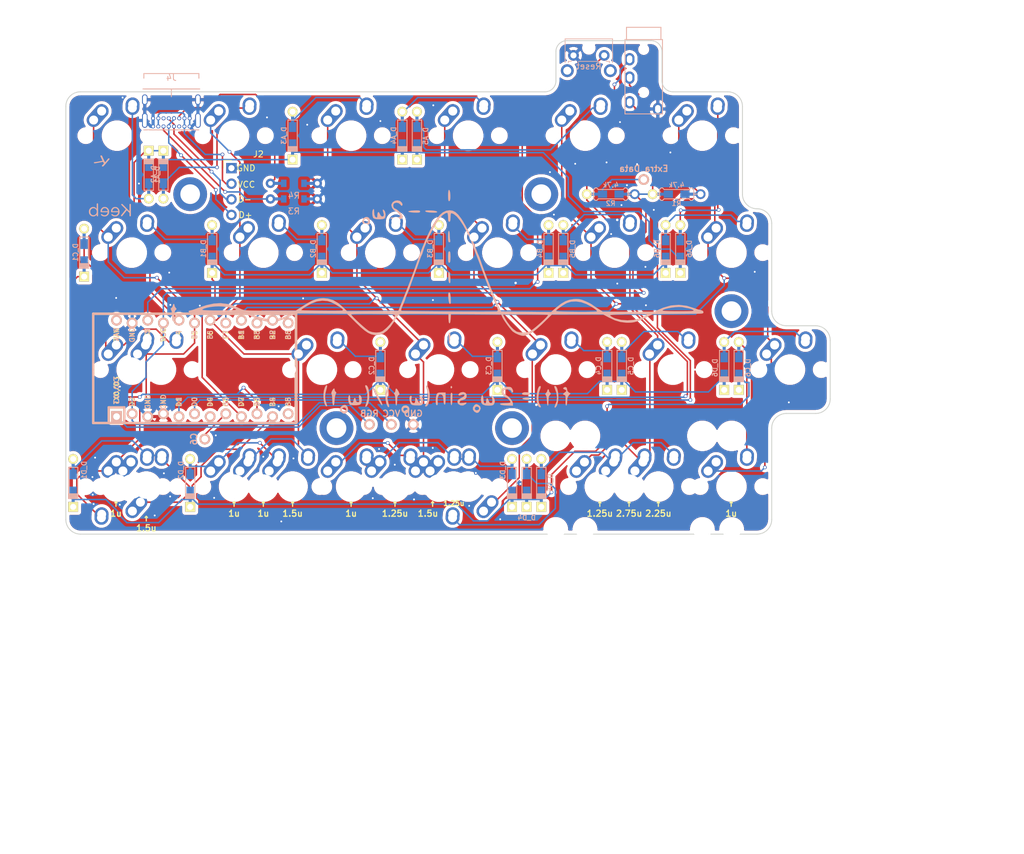
<source format=kicad_pcb>
(kicad_pcb (version 20171130) (host pcbnew "(5.1.5)-3")
  (layers (0 F.Cu signal) (31 B.Cu signal) (34 B.Paste user) (35 F.Paste user) (36 B.SilkS user) (37 F.SilkS user) (38 B.Mask user) (39 F.Mask user) (44 Edge.Cuts user))
  (net 0 "")
  (net 1 GND)
  (net 2 "Net-(D_A1-Pad2)")
  (net 3 "Net-(D_A2-Pad2)")
  (net 4 "Net-(D_A3-Pad2)")
  (net 5 "Net-(D_A4-Pad2)")
  (net 6 "Net-(D_A5-Pad2)")
  (net 7 "Net-(D_A6-Pad2)")
  (net 8 "Net-(D_B1-Pad2)")
  (net 9 "Net-(D_B2-Pad2)")
  (net 10 "Net-(D_B3-Pad2)")
  (net 11 "Net-(D_B4-Pad2)")
  (net 12 "Net-(D_B5-Pad2)")
  (net 13 "Net-(D_B6-Pad2)")
  (net 14 "Net-(D_C1-Pad2)")
  (net 15 "Net-(D_C2-Pad2)")
  (net 16 "Net-(D_C3-Pad2)")
  (net 17 "Net-(D_C4-Pad2)")
  (net 18 "Net-(D_C5-Pad2)")
  (net 19 "Net-(D_C6-Pad2)")
  (net 20 "Net-(D_D1-Pad2)")
  (net 21 "Net-(D_D2-Pad2)")
  (net 22 "Net-(D_D3-Pad2)")
  (net 23 "Net-(D_D5-Pad2)")
  (net 24 VCC)
  (net 25 RGB)
  (net 26 C6)
  (net 27 data)
  (net 28 data2)
  (net 29 reset)
  (net 30 rowB)
  (net 31 rowC)
  (net 32 rowD)
  (net 33 col6)
  (net 34 col5)
  (net 35 col4)
  (net 36 col3)
  (net 37 col2)
  (net 38 col1)
  (net 39 rowA)
  (net 40 "Net-(D_D4-Pad2)")
  (net 41 "Net-(D_D6-Pad2)")
  (net 42 "Net-(U1-Pad24)")
  (net 43 LED)
  (net 44 col7)
  (net 45 "Net-(U1-Pad7)")
  (net 46 "Net-(D1-Pad2)")
  (net 47 "Net-(D2-Pad2)")
  (net 48 "Net-(D3-Pad2)")
  (net 49 "Net-(D4-Pad2)")
  (net 50 "Net-(D5-Pad2)")
  (net 51 "Net-(D6-Pad2)")
  (net 52 "Net-(D7-Pad2)")
  (net 53 "Net-(D8-Pad2)")
  (net 54 "Net-(D9-Pad2)")
  (net 55 "Net-(D10-Pad2)")
  (net 56 "Net-(D11-Pad2)")
  (net 57 "Net-(D12-Pad2)")
  (net 58 "Net-(D13-Pad2)")
  (net 59 "Net-(D14-Pad2)")
  (net 60 "Net-(D15-Pad2)")
  (net 61 "Net-(D16-Pad2)")
  (net 62 "Net-(D17-Pad2)")
  (net 63 "Net-(D18-Pad2)")
  (net 64 "Net-(D19-Pad2)")
  (net 65 "Net-(D20-Pad2)")
  (net 66 "Net-(D21-Pad2)")
  (net 67 "Net-(D22-Pad2)")
  (net 68 "Net-(D23-Pad2)")
  (net 69 "Net-(J2-Pad4)")
  (net 70 "Net-(J2-Pad3)")
  (net 71 "Net-(J2-Pad2)")
  (net 72 "Net-(SW_D3-Pad1)")
  (net 73 "Net-(J4-PadA5)")
  (net 74 "Net-(J4-PadA8)")
  (net 75 "Net-(J4-PadB8)")
  (net 76 "Net-(J4-PadB5)")
  (module Connector_PinHeader_2.54mm:PinHeader_1x04_P2.54mm_Horizontal (layer F.Cu) (at 43.6245 30.2895)
    (fp_text reference J2 (at 4.385 -2.27) (layer F.SilkS))
    (fp_text value Conn_01x04_Female)
    (fp_text user GND (at 2.38125 0) (layer F.SilkS))
    (fp_text user VCC (at 2.413 2.667) (layer F.SilkS))
    (fp_text user D- (at 2.159 5.08) (layer F.SilkS))
    (fp_text user D+ (at 2.286 7.62) (layer F.SilkS))
    (pad 4 thru_hole oval (at 0 7.62) (size 1.7 1.7) (drill 1) (layers *.Cu *.Mask) (net 69 "Net-(J2-Pad4)"))
    (pad 3 thru_hole oval (at 0 5.08) (size 1.7 1.7) (drill 1) (layers *.Cu *.Mask) (net 70 "Net-(J2-Pad3)"))
    (pad 2 thru_hole oval (at 0 2.54) (size 1.7 1.7) (drill 1) (layers *.Cu *.Mask) (net 71 "Net-(J2-Pad2)"))
    (pad 1 thru_hole rect (at 0 0) (size 1.7 1.7) (drill 1) (layers *.Cu *.Mask) (net 1 GND))
  )
  (module Type-C:USB_C_GCT_USB4085 (layer B.Cu) (at 33.8455 17.399)
    (fp_text reference J4 (at 0 -1.85) (layer B.SilkS) (effects (justify mirror)))
    (fp_text value USB_C_Receptacle_USB2.0)
    (pad A5 thru_hole circle (at -1.275 6.1) (size 0.65 0.65) (drill 0.4) (layers *.Cu *.Mask) (net 73 "Net-(J4-PadA5)"))
    (pad A1 thru_hole circle (at -2.975 6.1) (size 0.65 0.65) (drill 0.4) (layers *.Cu *.Mask) (net 1 GND))
    (pad A4 thru_hole circle (at -2.125 6.1) (size 0.65 0.65) (drill 0.4) (layers *.Cu *.Mask) (net 71 "Net-(J2-Pad2)"))
    (pad A6 thru_hole circle (at -0.425 6.1) (size 0.65 0.65) (drill 0.4) (layers *.Cu *.Mask) (net 69 "Net-(J2-Pad4)"))
    (pad A7 thru_hole circle (at 0.425 6.1) (size 0.65 0.65) (drill 0.4) (layers *.Cu *.Mask) (net 70 "Net-(J2-Pad3)"))
    (pad A8 thru_hole circle (at 1.275 6.1) (size 0.65 0.65) (drill 0.4) (layers *.Cu *.Mask) (net 74 "Net-(J4-PadA8)"))
    (pad A9 thru_hole circle (at 2.125 6.1) (size 0.65 0.65) (drill 0.4) (layers *.Cu *.Mask) (net 71 "Net-(J2-Pad2)"))
    (pad A12 thru_hole circle (at 2.975 6.1) (size 0.65 0.65) (drill 0.4) (layers *.Cu *.Mask) (net 1 GND))
    (pad B12 thru_hole circle (at -2.975 4.775) (size 0.65 0.65) (drill 0.4) (layers *.Cu *.Mask) (net 1 GND))
    (pad B9 thru_hole circle (at -2.12 4.775) (size 0.65 0.65) (drill 0.4) (layers *.Cu *.Mask) (net 71 "Net-(J2-Pad2)"))
    (pad B8 thru_hole circle (at -1.27 4.775) (size 0.65 0.65) (drill 0.4) (layers *.Cu *.Mask) (net 75 "Net-(J4-PadB8)"))
    (pad B7 thru_hole circle (at -0.42 4.775) (size 0.65 0.65) (drill 0.4) (layers *.Cu *.Mask) (net 70 "Net-(J2-Pad3)"))
    (pad B6 thru_hole circle (at 0.43 4.775) (size 0.65 0.65) (drill 0.4) (layers *.Cu *.Mask) (net 69 "Net-(J2-Pad4)"))
    (pad B5 thru_hole circle (at 1.28 4.775) (size 0.65 0.65) (drill 0.4) (layers *.Cu *.Mask) (net 76 "Net-(J4-PadB5)"))
    (pad B4 thru_hole circle (at 2.13 4.775) (size 0.65 0.65) (drill 0.4) (layers *.Cu *.Mask) (net 71 "Net-(J2-Pad2)"))
    (pad B1 thru_hole circle (at 2.98 4.775) (size 0.65 0.65) (drill 0.4) (layers *.Cu *.Mask) (net 1 GND))
    (pad S1 thru_hole oval (at -4.325 5.12) (size 0.9 2.4) (drill oval 0.6 2.1) (layers *.Cu *.Mask) (net 1 GND))
    (pad S1 thru_hole oval (at 4.325 5.12) (size 0.9 2.4) (drill oval 0.6 2.1) (layers *.Cu *.Mask) (net 1 GND))
    (pad S1 thru_hole oval (at -4.325 1.74) (size 0.9 1.7) (drill oval 0.6 1.4) (layers *.Cu *.Mask) (net 1 GND))
    (pad S1 thru_hole oval (at 4.325 1.74) (size 0.9 1.7) (drill oval 0.6 1.4) (layers *.Cu *.Mask) (net 1 GND))
  )
  (module combodiode:ComboResistor (layer F.Cu) (at 53.7845 32.766 180)
    (fp_text reference R4 (at 0 -2) (layer B.SilkS) (effects (justify mirror)))
    (fp_text value 5.1k)
    (pad "" connect rect (at -2.54 0 180) (size 1.524 0.5) (layers B.Cu))
    (pad "" connect rect (at 2.54 0 180) (size 1.524 0.5) (layers B.Cu))
    (pad 2 thru_hole circle (at 3.81 0 180) (size 1.524 1.524) (drill 0.762) (layers *.Cu *.Mask) (net 76 "Net-(J4-PadB5)"))
    (pad 1 thru_hole circle (at -3.81 0 180) (size 1.524 1.524) (drill 0.762) (layers *.Cu *.Mask) (net 1 GND))
    (pad "" smd rect (at 1.65 0 180) (size 0.9 1.2) (layers B.Cu B.Paste B.Mask))
    (pad "" smd rect (at -1.65 0 180) (size 0.9 1.2) (layers B.Cu B.Paste B.Mask))
  )
  (module combodiode:ComboResistor (layer F.Cu) (at 53.7845 35.306 180)
    (fp_text reference R3 (at 0 -2) (layer B.SilkS) (effects (justify mirror)))
    (fp_text value 5.1k)
    (pad "" connect rect (at -2.54 0 180) (size 1.524 0.5) (layers B.Cu))
    (pad "" connect rect (at 2.54 0 180) (size 1.524 0.5) (layers B.Cu))
    (pad 2 thru_hole circle (at 3.81 0 180) (size 1.524 1.524) (drill 0.762) (layers *.Cu *.Mask) (net 73 "Net-(J4-PadA5)"))
    (pad 1 thru_hole circle (at -3.81 0 180) (size 1.524 1.524) (drill 0.762) (layers *.Cu *.Mask) (net 1 GND))
    (pad "" smd rect (at 1.65 0 180) (size 0.9 1.2) (layers B.Cu B.Paste B.Mask))
    (pad "" smd rect (at -1.65 0 180) (size 0.9 1.2) (layers B.Cu B.Paste B.Mask))
  )
  (module Keebio-Parts:Resistor-Hybrid-Back (layer F.Cu) (at 116.086035 34.528154)
    (fp_text reference R1 (at -0.0254 1.5) (layer B.SilkS) (effects (font (size 0.8 0.8)) (justify mirror)))
    (fp_text value 4.7k (at -0.000195 -1.481279) (layer B.SilkS) (effects (font (size 0.8 0.8)) (justify mirror)))
    (pad 1 thru_hole circle (at 3.9 0) (size 1.6 1.6) (drill 1) (layers *.Cu *.Mask) (net 27 data))
    (pad 2 thru_hole circle (at -3.9 0) (size 1.6 1.6) (drill 1) (layers *.Cu *.Mask F.SilkS) (net 24 VCC))
    (pad 1 smd rect (at 2.5 0) (size 2.9 0.5) (layers B.Cu) (net 27 data))
    (pad 1 smd rect (at 1.35 0) (size 1.5 1.2) (layers B.Cu B.Paste B.Mask) (net 27 data))
    (pad 2 smd rect (at -1.35 0) (size 1.5 1.2) (layers B.Cu B.Paste B.Mask) (net 24 VCC))
    (pad 2 smd rect (at -2.5 0) (size 2.9 0.5) (layers B.Cu) (net 24 VCC))
  )
  (module Keebio-Parts:Resistor-Hybrid-Back (layer F.Cu) (at 105.370401 34.528154)
    (fp_text reference R2 (at -0.0254 1.5) (layer B.SilkS) (effects (font (size 0.8 0.8)) (justify mirror)))
    (fp_text value 4.7k (at 0 -1.481279) (layer B.SilkS) (effects (font (size 0.8 0.8)) (justify mirror)))
    (pad 1 thru_hole circle (at 3.9 0) (size 1.6 1.6) (drill 1) (layers *.Cu *.Mask) (net 24 VCC))
    (pad 2 thru_hole circle (at -3.9 0) (size 1.6 1.6) (drill 1) (layers *.Cu *.Mask F.SilkS) (net 28 data2))
    (pad 1 smd rect (at 2.5 0) (size 2.9 0.5) (layers B.Cu) (net 24 VCC))
    (pad 1 smd rect (at 1.35 0) (size 1.5 1.2) (layers B.Cu B.Paste B.Mask) (net 24 VCC))
    (pad 2 smd rect (at -1.35 0) (size 1.5 1.2) (layers B.Cu B.Paste B.Mask) (net 28 data2))
    (pad 2 smd rect (at -2.5 0) (size 2.9 0.5) (layers B.Cu) (net 28 data2))
  )
  (module Keebio-Parts:VIA-0.6mm (layer F.Cu) (at 28.57 32.8)
    (fp_text reference REF** hide)
    (fp_text value VIA-0.6mm hide)
    (pad 1 thru_hole circle (at 0 0) (size 0.6 0.6) (drill 0.3) (layers *.Cu) (net 1 GND))
  )
  (module Keebio-Parts:VIA-0.6mm (layer F.Cu) (at 134.35 68.44)
    (fp_text reference REF** hide)
    (fp_text value VIA-0.6mm hide)
    (pad 1 thru_hole circle (at 0 0) (size 0.6 0.6) (drill 0.3) (layers *.Cu) (net 1 GND))
  )
  (module Keebio-Parts:VIA-0.6mm (layer F.Cu) (at 105.43 41.02)
    (fp_text reference REF** hide)
    (fp_text value VIA-0.6mm hide)
    (pad 1 thru_hole circle (at 0 0) (size 0.6 0.6) (drill 0.3) (layers *.Cu) (net 1 GND))
  )
  (module Keebio-Parts:Diode-Hybrid-Back (layer F.Cu) (at 91.678048 81.557744 270)
    (fp_text reference D_D4 (at 5.655757 -0.000308) (layer B.SilkS) (effects (font (size 0.8 0.8)) (justify mirror)))
    (fp_text value D hide)
    (pad 1 thru_hole rect (at 3.9 0 270) (size 1.6 1.6) (drill 1) (layers *.Cu *.Mask F.SilkS) (net 32 rowD))
    (pad 2 thru_hole circle (at -3.9 0 270) (size 1.6 1.6) (drill 1) (layers *.Cu *.Mask F.SilkS) (net 40 "Net-(D_D4-Pad2)"))
    (pad 1 smd rect (at 2.5 0 270) (size 2.9 0.5) (layers B.Cu) (net 32 rowD))
    (pad 1 smd rect (at 1.4 0 270) (size 1.6 1.2) (layers B.Cu B.Paste B.Mask) (net 32 rowD))
    (pad 2 smd rect (at -1.4 0 270) (size 1.6 1.2) (layers B.Cu B.Paste B.Mask) (net 40 "Net-(D_D4-Pad2)"))
    (pad 2 smd rect (at -2.5 0 270) (size 2.9 0.5) (layers B.Cu) (net 40 "Net-(D_D4-Pad2)"))
  )
  (module Keebio-Parts:Diode-Hybrid-Back (layer F.Cu) (at 40.481284 43.457849 270)
    (fp_text reference D_B1 (at -0.0254 1.4 270) (layer B.SilkS) (effects (font (size 0.8 0.8)) (justify mirror)))
    (fp_text value D hide)
    (pad 1 thru_hole rect (at 3.9 0 270) (size 1.6 1.6) (drill 1) (layers *.Cu *.Mask F.SilkS) (net 30 rowB))
    (pad 2 thru_hole circle (at -3.9 0 270) (size 1.6 1.6) (drill 1) (layers *.Cu *.Mask F.SilkS) (net 8 "Net-(D_B1-Pad2)"))
    (pad 1 smd rect (at 2.5 0 270) (size 2.9 0.5) (layers B.Cu) (net 30 rowB))
    (pad 1 smd rect (at 1.4 0 270) (size 1.6 1.2) (layers B.Cu B.Paste B.Mask) (net 30 rowB))
    (pad 2 smd rect (at -1.4 0 270) (size 1.6 1.2) (layers B.Cu B.Paste B.Mask) (net 8 "Net-(D_B1-Pad2)"))
    (pad 2 smd rect (at -2.5 0 270) (size 2.9 0.5) (layers B.Cu) (net 8 "Net-(D_B1-Pad2)"))
  )
  (module Keebio-Parts:Diode-Hybrid-Back (layer F.Cu) (at 94.059296 81.557744 270)
    (fp_text reference D_D5 (at -0.0254 -1.488601 270) (layer B.SilkS) (effects (font (size 0.8 0.8)) (justify mirror)))
    (fp_text value D hide)
    (pad 1 thru_hole rect (at 3.9 0 270) (size 1.6 1.6) (drill 1) (layers *.Cu *.Mask F.SilkS) (net 32 rowD))
    (pad 2 thru_hole circle (at -3.9 0 270) (size 1.6 1.6) (drill 1) (layers *.Cu *.Mask F.SilkS) (net 23 "Net-(D_D5-Pad2)"))
    (pad 1 smd rect (at 2.5 0 270) (size 2.9 0.5) (layers B.Cu) (net 32 rowD))
    (pad 1 smd rect (at 1.4 0 270) (size 1.6 1.2) (layers B.Cu B.Paste B.Mask) (net 32 rowD))
    (pad 2 smd rect (at -1.4 0 270) (size 1.6 1.2) (layers B.Cu B.Paste B.Mask) (net 23 "Net-(D_D5-Pad2)"))
    (pad 2 smd rect (at -2.5 0 270) (size 2.9 0.5) (layers B.Cu) (net 23 "Net-(D_D5-Pad2)"))
  )
  (module Keebio-Parts:Diode-Hybrid-Back (layer F.Cu) (at 89.29695 81.557881 270)
    (fp_text reference D_D3 (at -2.083462 1.488135 270) (layer B.SilkS) (effects (font (size 0.8 0.8)) (justify mirror)))
    (fp_text value D hide)
    (pad 1 thru_hole rect (at 3.9 0 270) (size 1.6 1.6) (drill 1) (layers *.Cu *.Mask F.SilkS) (net 32 rowD))
    (pad 2 thru_hole circle (at -3.9 0 270) (size 1.6 1.6) (drill 1) (layers *.Cu *.Mask F.SilkS) (net 22 "Net-(D_D3-Pad2)"))
    (pad 1 smd rect (at 2.5 0 270) (size 2.9 0.5) (layers B.Cu) (net 32 rowD))
    (pad 1 smd rect (at 1.4 0 270) (size 1.6 1.2) (layers B.Cu B.Paste B.Mask) (net 32 rowD))
    (pad 2 smd rect (at -1.4 0 270) (size 1.6 1.2) (layers B.Cu B.Paste B.Mask) (net 22 "Net-(D_D3-Pad2)"))
    (pad 2 smd rect (at -2.5 0 270) (size 2.9 0.5) (layers B.Cu) (net 22 "Net-(D_D3-Pad2)"))
  )
  (module Keebio-Parts:Diode-Hybrid-Back (layer F.Cu) (at 36.909344 81.557881 270)
    (fp_text reference D_D2 (at -2.083462 1.488161 270) (layer B.SilkS) (effects (font (size 0.8 0.8)) (justify mirror)))
    (fp_text value D hide)
    (pad 1 thru_hole rect (at 3.9 0 270) (size 1.6 1.6) (drill 1) (layers *.Cu *.Mask F.SilkS) (net 32 rowD))
    (pad 2 thru_hole circle (at -3.9 0 270) (size 1.6 1.6) (drill 1) (layers *.Cu *.Mask F.SilkS) (net 21 "Net-(D_D2-Pad2)"))
    (pad 1 smd rect (at 2.5 0 270) (size 2.9 0.5) (layers B.Cu) (net 32 rowD))
    (pad 1 smd rect (at 1.4 0 270) (size 1.6 1.2) (layers B.Cu B.Paste B.Mask) (net 32 rowD))
    (pad 2 smd rect (at -1.4 0 270) (size 1.6 1.2) (layers B.Cu B.Paste B.Mask) (net 21 "Net-(D_D2-Pad2)"))
    (pad 2 smd rect (at -2.5 0 270) (size 2.9 0.5) (layers B.Cu) (net 21 "Net-(D_D2-Pad2)"))
  )
  (module Keebio-Parts:Diode-Hybrid-Back (layer F.Cu) (at 17.85936 81.557881 270)
    (fp_text reference D_D1 (at -2.083462 -1.786002 270) (layer B.SilkS) (effects (font (size 0.8 0.8)) (justify mirror)))
    (fp_text value D hide)
    (pad 1 thru_hole rect (at 3.9 0 270) (size 1.6 1.6) (drill 1) (layers *.Cu *.Mask F.SilkS) (net 32 rowD))
    (pad 2 thru_hole circle (at -3.9 0 270) (size 1.6 1.6) (drill 1) (layers *.Cu *.Mask F.SilkS) (net 20 "Net-(D_D1-Pad2)"))
    (pad 1 smd rect (at 2.5 0 270) (size 2.9 0.5) (layers B.Cu) (net 32 rowD))
    (pad 1 smd rect (at 1.4 0 270) (size 1.6 1.2) (layers B.Cu B.Paste B.Mask) (net 32 rowD))
    (pad 2 smd rect (at -1.4 0 270) (size 1.6 1.2) (layers B.Cu B.Paste B.Mask) (net 20 "Net-(D_D1-Pad2)"))
    (pad 2 smd rect (at -2.5 0 270) (size 2.9 0.5) (layers B.Cu) (net 20 "Net-(D_D1-Pad2)"))
  )
  (module Keebio-Parts:Diode-Hybrid-Back (layer F.Cu) (at 123.825104 62.507865 270)
    (fp_text reference D_C6 (at 0.297762 -3.869749 270) (layer B.SilkS) (effects (font (size 0.8 0.8)) (justify mirror)))
    (fp_text value D hide)
    (pad 1 thru_hole rect (at 3.9 0 270) (size 1.6 1.6) (drill 1) (layers *.Cu *.Mask F.SilkS) (net 31 rowC))
    (pad 2 thru_hole circle (at -3.9 0 270) (size 1.6 1.6) (drill 1) (layers *.Cu *.Mask F.SilkS) (net 19 "Net-(D_C6-Pad2)"))
    (pad 1 smd rect (at 2.5 0 270) (size 2.9 0.5) (layers B.Cu) (net 31 rowC))
    (pad 1 smd rect (at 1.4 0 270) (size 1.6 1.2) (layers B.Cu B.Paste B.Mask) (net 31 rowC))
    (pad 2 smd rect (at -1.4 0 270) (size 1.6 1.2) (layers B.Cu B.Paste B.Mask) (net 19 "Net-(D_C6-Pad2)"))
    (pad 2 smd rect (at -2.5 0 270) (size 2.9 0.5) (layers B.Cu) (net 19 "Net-(D_C6-Pad2)"))
  )
  (module Keebio-Parts:Diode-Hybrid-Back (layer F.Cu) (at 107.15634 62.507865 270)
    (fp_text reference D_C5 (at 0.000105 -1.488465 270) (layer B.SilkS) (effects (font (size 0.8 0.8)) (justify mirror)))
    (fp_text value D hide)
    (pad 1 thru_hole rect (at 3.9 0 270) (size 1.6 1.6) (drill 1) (layers *.Cu *.Mask F.SilkS) (net 31 rowC))
    (pad 2 thru_hole circle (at -3.9 0 270) (size 1.6 1.6) (drill 1) (layers *.Cu *.Mask F.SilkS) (net 18 "Net-(D_C5-Pad2)"))
    (pad 1 smd rect (at 2.5 0 270) (size 2.9 0.5) (layers B.Cu) (net 31 rowC))
    (pad 1 smd rect (at 1.4 0 270) (size 1.6 1.2) (layers B.Cu B.Paste B.Mask) (net 31 rowC))
    (pad 2 smd rect (at -1.4 0 270) (size 1.6 1.2) (layers B.Cu B.Paste B.Mask) (net 18 "Net-(D_C5-Pad2)"))
    (pad 2 smd rect (at -2.5 0 270) (size 2.9 0.5) (layers B.Cu) (net 18 "Net-(D_C5-Pad2)"))
  )
  (module Keebio-Parts:Diode-Hybrid-Back (layer F.Cu) (at 104.775088 62.507865 270)
    (fp_text reference D_C4 (at -0.0254 1.4 270) (layer B.SilkS) (effects (font (size 0.8 0.8)) (justify mirror)))
    (fp_text value D hide)
    (pad 1 thru_hole rect (at 3.9 0 270) (size 1.6 1.6) (drill 1) (layers *.Cu *.Mask F.SilkS) (net 31 rowC))
    (pad 2 thru_hole circle (at -3.9 0 270) (size 1.6 1.6) (drill 1) (layers *.Cu *.Mask F.SilkS) (net 17 "Net-(D_C4-Pad2)"))
    (pad 1 smd rect (at 2.5 0 270) (size 2.9 0.5) (layers B.Cu) (net 31 rowC))
    (pad 1 smd rect (at 1.4 0 270) (size 1.6 1.2) (layers B.Cu B.Paste B.Mask) (net 31 rowC))
    (pad 2 smd rect (at -1.4 0 270) (size 1.6 1.2) (layers B.Cu B.Paste B.Mask) (net 17 "Net-(D_C4-Pad2)"))
    (pad 2 smd rect (at -2.5 0 270) (size 2.9 0.5) (layers B.Cu) (net 17 "Net-(D_C4-Pad2)"))
  )
  (module Keebio-Parts:Diode-Hybrid-Back (layer F.Cu) (at 86.915698 62.507865 270)
    (fp_text reference D_C3 (at -0.0254 1.4 270) (layer B.SilkS) (effects (font (size 0.8 0.8)) (justify mirror)))
    (fp_text value D hide)
    (pad 1 thru_hole rect (at 3.9 0 270) (size 1.6 1.6) (drill 1) (layers *.Cu *.Mask F.SilkS) (net 31 rowC))
    (pad 2 thru_hole circle (at -3.9 0 270) (size 1.6 1.6) (drill 1) (layers *.Cu *.Mask F.SilkS) (net 16 "Net-(D_C3-Pad2)"))
    (pad 1 smd rect (at 2.5 0 270) (size 2.9 0.5) (layers B.Cu) (net 31 rowC))
    (pad 1 smd rect (at 1.4 0 270) (size 1.6 1.2) (layers B.Cu B.Paste B.Mask) (net 31 rowC))
    (pad 2 smd rect (at -1.4 0 270) (size 1.6 1.2) (layers B.Cu B.Paste B.Mask) (net 16 "Net-(D_C3-Pad2)"))
    (pad 2 smd rect (at -2.5 0 270) (size 2.9 0.5) (layers B.Cu) (net 16 "Net-(D_C3-Pad2)"))
  )
  (module Keebio-Parts:Diode-Hybrid-Back (layer F.Cu) (at 67.865682 62.507865 270)
    (fp_text reference D_C2 (at -0.0254 1.4 270) (layer B.SilkS) (effects (font (size 0.8 0.8)) (justify mirror)))
    (fp_text value D hide)
    (pad 1 thru_hole rect (at 3.9 0 270) (size 1.6 1.6) (drill 1) (layers *.Cu *.Mask F.SilkS) (net 31 rowC))
    (pad 2 thru_hole circle (at -3.9 0 270) (size 1.6 1.6) (drill 1) (layers *.Cu *.Mask F.SilkS) (net 15 "Net-(D_C2-Pad2)"))
    (pad 1 smd rect (at 2.5 0 270) (size 2.9 0.5) (layers B.Cu) (net 31 rowC))
    (pad 1 smd rect (at 1.4 0 270) (size 1.6 1.2) (layers B.Cu B.Paste B.Mask) (net 31 rowC))
    (pad 2 smd rect (at -1.4 0 270) (size 1.6 1.2) (layers B.Cu B.Paste B.Mask) (net 15 "Net-(D_C2-Pad2)"))
    (pad 2 smd rect (at -2.5 0 270) (size 2.9 0.5) (layers B.Cu) (net 15 "Net-(D_C2-Pad2)"))
  )
  (module Keebio-Parts:Diode-Hybrid-Back (layer F.Cu) (at 19.645296 44.053088 270)
    (fp_text reference D_C1 (at -0.0254 1.4 270) (layer B.SilkS) (effects (font (size 0.8 0.8)) (justify mirror)))
    (fp_text value D hide)
    (pad 1 thru_hole rect (at 3.9 0 270) (size 1.6 1.6) (drill 1) (layers *.Cu *.Mask F.SilkS) (net 31 rowC))
    (pad 2 thru_hole circle (at -3.9 0 270) (size 1.6 1.6) (drill 1) (layers *.Cu *.Mask F.SilkS) (net 14 "Net-(D_C1-Pad2)"))
    (pad 1 smd rect (at 2.5 0 270) (size 2.9 0.5) (layers B.Cu) (net 31 rowC))
    (pad 1 smd rect (at 1.4 0 270) (size 1.6 1.2) (layers B.Cu B.Paste B.Mask) (net 31 rowC))
    (pad 2 smd rect (at -1.4 0 270) (size 1.6 1.2) (layers B.Cu B.Paste B.Mask) (net 14 "Net-(D_C1-Pad2)"))
    (pad 2 smd rect (at -2.5 0 270) (size 2.9 0.5) (layers B.Cu) (net 14 "Net-(D_C1-Pad2)"))
  )
  (module Keebio-Parts:Diode-Hybrid-Back (layer F.Cu) (at 114.300096 43.457849 270)
    (fp_text reference D_B6 (at -0.0254 1.4 270) (layer B.SilkS) (effects (font (size 0.8 0.8)) (justify mirror)))
    (fp_text value D hide)
    (pad 1 thru_hole rect (at 3.9 0 270) (size 1.6 1.6) (drill 1) (layers *.Cu *.Mask F.SilkS) (net 30 rowB))
    (pad 2 thru_hole circle (at -3.9 0 270) (size 1.6 1.6) (drill 1) (layers *.Cu *.Mask F.SilkS) (net 13 "Net-(D_B6-Pad2)"))
    (pad 1 smd rect (at 2.5 0 270) (size 2.9 0.5) (layers B.Cu) (net 30 rowB))
    (pad 1 smd rect (at 1.4 0 270) (size 1.6 1.2) (layers B.Cu B.Paste B.Mask) (net 30 rowB))
    (pad 2 smd rect (at -1.4 0 270) (size 1.6 1.2) (layers B.Cu B.Paste B.Mask) (net 13 "Net-(D_B6-Pad2)"))
    (pad 2 smd rect (at -2.5 0 270) (size 2.9 0.5) (layers B.Cu) (net 13 "Net-(D_B6-Pad2)"))
  )
  (module Keebio-Parts:Diode-Hybrid-Back (layer F.Cu) (at 97.631332 43.457849 270)
    (fp_text reference D_B5 (at -0.000073 -1.509293 270) (layer B.SilkS) (effects (font (size 0.8 0.8)) (justify mirror)))
    (fp_text value D hide)
    (pad 1 thru_hole rect (at 3.9 0 270) (size 1.6 1.6) (drill 1) (layers *.Cu *.Mask F.SilkS) (net 30 rowB))
    (pad 2 thru_hole circle (at -3.9 0 270) (size 1.6 1.6) (drill 1) (layers *.Cu *.Mask F.SilkS) (net 12 "Net-(D_B5-Pad2)"))
    (pad 1 smd rect (at 2.5 0 270) (size 2.9 0.5) (layers B.Cu) (net 30 rowB))
    (pad 1 smd rect (at 1.4 0 270) (size 1.6 1.2) (layers B.Cu B.Paste B.Mask) (net 30 rowB))
    (pad 2 smd rect (at -1.4 0 270) (size 1.6 1.2) (layers B.Cu B.Paste B.Mask) (net 12 "Net-(D_B5-Pad2)"))
    (pad 2 smd rect (at -2.5 0 270) (size 2.9 0.5) (layers B.Cu) (net 12 "Net-(D_B5-Pad2)"))
  )
  (module Keebio-Parts:Diode-Hybrid-Back (layer F.Cu) (at 95.25008 43.457849 270)
    (fp_text reference D_B4 (at -0.0254 1.4 270) (layer B.SilkS) (effects (font (size 0.8 0.8)) (justify mirror)))
    (fp_text value D hide)
    (pad 1 thru_hole rect (at 3.9 0 270) (size 1.6 1.6) (drill 1) (layers *.Cu *.Mask F.SilkS) (net 30 rowB))
    (pad 2 thru_hole circle (at -3.9 0 270) (size 1.6 1.6) (drill 1) (layers *.Cu *.Mask F.SilkS) (net 11 "Net-(D_B4-Pad2)"))
    (pad 1 smd rect (at 2.5 0 270) (size 2.9 0.5) (layers B.Cu) (net 30 rowB))
    (pad 1 smd rect (at 1.4 0 270) (size 1.6 1.2) (layers B.Cu B.Paste B.Mask) (net 30 rowB))
    (pad 2 smd rect (at -1.4 0 270) (size 1.6 1.2) (layers B.Cu B.Paste B.Mask) (net 11 "Net-(D_B4-Pad2)"))
    (pad 2 smd rect (at -2.5 0 270) (size 2.9 0.5) (layers B.Cu) (net 11 "Net-(D_B4-Pad2)"))
  )
  (module Keebio-Parts:Diode-Hybrid-Back (layer F.Cu) (at 77.39069 43.457849 270)
    (fp_text reference D_B3 (at -0.0254 1.4 270) (layer B.SilkS) (effects (font (size 0.8 0.8)) (justify mirror)))
    (fp_text value D hide)
    (pad 1 thru_hole rect (at 3.9 0 270) (size 1.6 1.6) (drill 1) (layers *.Cu *.Mask F.SilkS) (net 30 rowB))
    (pad 2 thru_hole circle (at -3.9 0 270) (size 1.6 1.6) (drill 1) (layers *.Cu *.Mask F.SilkS) (net 10 "Net-(D_B3-Pad2)"))
    (pad 1 smd rect (at 2.5 0 270) (size 2.9 0.5) (layers B.Cu) (net 30 rowB))
    (pad 1 smd rect (at 1.4 0 270) (size 1.6 1.2) (layers B.Cu B.Paste B.Mask) (net 30 rowB))
    (pad 2 smd rect (at -1.4 0 270) (size 1.6 1.2) (layers B.Cu B.Paste B.Mask) (net 10 "Net-(D_B3-Pad2)"))
    (pad 2 smd rect (at -2.5 0 270) (size 2.9 0.5) (layers B.Cu) (net 10 "Net-(D_B3-Pad2)"))
  )
  (module Keebio-Parts:Diode-Hybrid-Back (layer F.Cu) (at 58.340674 43.457849 270)
    (fp_text reference D_B2 (at -0.0254 1.4 270) (layer B.SilkS) (effects (font (size 0.8 0.8)) (justify mirror)))
    (fp_text value D hide)
    (pad 1 thru_hole rect (at 3.9 0 270) (size 1.6 1.6) (drill 1) (layers *.Cu *.Mask F.SilkS) (net 30 rowB))
    (pad 2 thru_hole circle (at -3.9 0 270) (size 1.6 1.6) (drill 1) (layers *.Cu *.Mask F.SilkS) (net 9 "Net-(D_B2-Pad2)"))
    (pad 1 smd rect (at 2.5 0 270) (size 2.9 0.5) (layers B.Cu) (net 30 rowB))
    (pad 1 smd rect (at 1.4 0 270) (size 1.6 1.2) (layers B.Cu B.Paste B.Mask) (net 30 rowB))
    (pad 2 smd rect (at -1.4 0 270) (size 1.6 1.2) (layers B.Cu B.Paste B.Mask) (net 9 "Net-(D_B2-Pad2)"))
    (pad 2 smd rect (at -2.5 0 270) (size 2.9 0.5) (layers B.Cu) (net 9 "Net-(D_B2-Pad2)"))
  )
  (module Keebio-Parts:Diode-Hybrid-Back (layer F.Cu) (at 116.681348 43.457849 270)
    (fp_text reference D_A6 (at -0.0254 -1.443652 270) (layer B.SilkS) (effects (font (size 0.8 0.8)) (justify mirror)))
    (fp_text value D hide)
    (pad 1 thru_hole rect (at 3.9 0 270) (size 1.6 1.6) (drill 1) (layers *.Cu *.Mask F.SilkS) (net 39 rowA))
    (pad 2 thru_hole circle (at -3.9 0 270) (size 1.6 1.6) (drill 1) (layers *.Cu *.Mask F.SilkS) (net 7 "Net-(D_A6-Pad2)"))
    (pad 1 smd rect (at 2.5 0 270) (size 2.9 0.5) (layers B.Cu) (net 39 rowA))
    (pad 1 smd rect (at 1.4 0 270) (size 1.6 1.2) (layers B.Cu B.Paste B.Mask) (net 39 rowA))
    (pad 2 smd rect (at -1.4 0 270) (size 1.6 1.2) (layers B.Cu B.Paste B.Mask) (net 7 "Net-(D_A6-Pad2)"))
    (pad 2 smd rect (at -2.5 0 270) (size 2.9 0.5) (layers B.Cu) (net 7 "Net-(D_A6-Pad2)"))
  )
  (module Keebio-Parts:Diode-Hybrid-Back (layer F.Cu) (at 73.818812 25.003146 270)
    (fp_text reference D_A5 (at 0.074979 -1.415563 270) (layer B.SilkS) (effects (font (size 0.8 0.8)) (justify mirror)))
    (fp_text value D hide)
    (pad 1 thru_hole rect (at 3.9 0 270) (size 1.6 1.6) (drill 1) (layers *.Cu *.Mask F.SilkS) (net 39 rowA))
    (pad 2 thru_hole circle (at -3.9 0 270) (size 1.6 1.6) (drill 1) (layers *.Cu *.Mask F.SilkS) (net 6 "Net-(D_A5-Pad2)"))
    (pad 1 smd rect (at 2.5 0 270) (size 2.9 0.5) (layers B.Cu) (net 39 rowA))
    (pad 1 smd rect (at 1.4 0 270) (size 1.6 1.2) (layers B.Cu B.Paste B.Mask) (net 39 rowA))
    (pad 2 smd rect (at -1.4 0 270) (size 1.6 1.2) (layers B.Cu B.Paste B.Mask) (net 6 "Net-(D_A5-Pad2)"))
    (pad 2 smd rect (at -2.5 0 270) (size 2.9 0.5) (layers B.Cu) (net 6 "Net-(D_A5-Pad2)"))
  )
  (module Keebio-Parts:Diode-Hybrid-Back (layer F.Cu) (at 71.43756 25.003146 270)
    (fp_text reference D_A4 (at -0.0254 1.4 270) (layer B.SilkS) (effects (font (size 0.8 0.8)) (justify mirror)))
    (fp_text value D hide)
    (pad 1 thru_hole rect (at 3.9 0 270) (size 1.6 1.6) (drill 1) (layers *.Cu *.Mask F.SilkS) (net 39 rowA))
    (pad 2 thru_hole circle (at -3.9 0 270) (size 1.6 1.6) (drill 1) (layers *.Cu *.Mask F.SilkS) (net 5 "Net-(D_A4-Pad2)"))
    (pad 1 smd rect (at 2.5 0 270) (size 2.9 0.5) (layers B.Cu) (net 39 rowA))
    (pad 1 smd rect (at 1.4 0 270) (size 1.6 1.2) (layers B.Cu B.Paste B.Mask) (net 39 rowA))
    (pad 2 smd rect (at -1.4 0 270) (size 1.6 1.2) (layers B.Cu B.Paste B.Mask) (net 5 "Net-(D_A4-Pad2)"))
    (pad 2 smd rect (at -2.5 0 270) (size 2.9 0.5) (layers B.Cu) (net 5 "Net-(D_A4-Pad2)"))
  )
  (module Keebio-Parts:Diode-Hybrid-Back (layer F.Cu) (at 53.57817 25.003146 270)
    (fp_text reference D_A3 (at -0.0254 1.4 270) (layer B.SilkS) (effects (font (size 0.8 0.8)) (justify mirror)))
    (fp_text value D hide)
    (pad 1 thru_hole rect (at 3.9 0 270) (size 1.6 1.6) (drill 1) (layers *.Cu *.Mask F.SilkS) (net 39 rowA))
    (pad 2 thru_hole circle (at -3.9 0 270) (size 1.6 1.6) (drill 1) (layers *.Cu *.Mask F.SilkS) (net 4 "Net-(D_A3-Pad2)"))
    (pad 1 smd rect (at 2.5 0 270) (size 2.9 0.5) (layers B.Cu) (net 39 rowA))
    (pad 1 smd rect (at 1.4 0 270) (size 1.6 1.2) (layers B.Cu B.Paste B.Mask) (net 39 rowA))
    (pad 2 smd rect (at -1.4 0 270) (size 1.6 1.2) (layers B.Cu B.Paste B.Mask) (net 4 "Net-(D_A3-Pad2)"))
    (pad 2 smd rect (at -2.5 0 270) (size 2.9 0.5) (layers B.Cu) (net 4 "Net-(D_A3-Pad2)"))
  )
  (module Keebio-Parts:Diode-Hybrid-Back (layer F.Cu) (at 32.54375 31.353104 90)
    (fp_text reference D_A2 (at 0.074979 -1.546845 270) (layer B.SilkS) (effects (font (size 0.8 0.8)) (justify mirror)))
    (fp_text value D hide)
    (pad 1 thru_hole rect (at 3.9 0 90) (size 1.6 1.6) (drill 1) (layers *.Cu *.Mask F.SilkS) (net 39 rowA))
    (pad 2 thru_hole circle (at -3.9 0 90) (size 1.6 1.6) (drill 1) (layers *.Cu *.Mask F.SilkS) (net 3 "Net-(D_A2-Pad2)"))
    (pad 1 smd rect (at 2.5 0 90) (size 2.9 0.5) (layers B.Cu) (net 39 rowA))
    (pad 1 smd rect (at 1.4 0 90) (size 1.6 1.2) (layers B.Cu B.Paste B.Mask) (net 39 rowA))
    (pad 2 smd rect (at -1.4 0 90) (size 1.6 1.2) (layers B.Cu B.Paste B.Mask) (net 3 "Net-(D_A2-Pad2)"))
    (pad 2 smd rect (at -2.5 0 90) (size 2.9 0.5) (layers B.Cu) (net 3 "Net-(D_A2-Pad2)"))
  )
  (module Keebio-Parts:Diode-Hybrid-Back (layer F.Cu) (at 30.1625 31.353104 90)
    (fp_text reference D_A1 (at -0.0254 1.4 270) (layer B.SilkS) (effects (font (size 0.8 0.8)) (justify mirror)))
    (fp_text value D hide)
    (pad 1 thru_hole rect (at 3.9 0 90) (size 1.6 1.6) (drill 1) (layers *.Cu *.Mask F.SilkS) (net 39 rowA))
    (pad 2 thru_hole circle (at -3.9 0 90) (size 1.6 1.6) (drill 1) (layers *.Cu *.Mask F.SilkS) (net 2 "Net-(D_A1-Pad2)"))
    (pad 1 smd rect (at 2.5 0 90) (size 2.9 0.5) (layers B.Cu) (net 39 rowA))
    (pad 1 smd rect (at 1.4 0 90) (size 1.6 1.2) (layers B.Cu B.Paste B.Mask) (net 39 rowA))
    (pad 2 smd rect (at -1.4 0 90) (size 1.6 1.2) (layers B.Cu B.Paste B.Mask) (net 2 "Net-(D_A1-Pad2)"))
    (pad 2 smd rect (at -2.5 0 90) (size 2.9 0.5) (layers B.Cu) (net 2 "Net-(D_A1-Pad2)"))
  )
  (module Keebio-Parts:Diode-Hybrid-Back (layer F.Cu) (at 126.206356 62.507865 270)
    (fp_text reference D_D6 (at 0.297762 3.869329 270) (layer B.SilkS) (effects (font (size 0.8 0.8)) (justify mirror)))
    (fp_text value D hide)
    (pad 1 thru_hole rect (at 3.9 0 270) (size 1.6 1.6) (drill 1) (layers *.Cu *.Mask F.SilkS) (net 32 rowD))
    (pad 2 thru_hole circle (at -3.9 0 270) (size 1.6 1.6) (drill 1) (layers *.Cu *.Mask F.SilkS) (net 41 "Net-(D_D6-Pad2)"))
    (pad 1 smd rect (at 2.5 0 270) (size 2.9 0.5) (layers B.Cu) (net 32 rowD))
    (pad 1 smd rect (at 1.4 0 270) (size 1.6 1.2) (layers B.Cu B.Paste B.Mask) (net 32 rowD))
    (pad 2 smd rect (at -1.4 0 270) (size 1.6 1.2) (layers B.Cu B.Paste B.Mask) (net 41 "Net-(D_D6-Pad2)"))
    (pad 2 smd rect (at -2.5 0 270) (size 2.9 0.5) (layers B.Cu) (net 41 "Net-(D_D6-Pad2)"))
  )
  (module Keebio-Parts:VIA-0.6mm (layer F.Cu) (at 51.308 69.088)
    (fp_text reference REF** hide)
    (fp_text value VIA-0.6mm hide)
    (pad 1 thru_hole circle (at 0 0) (size 0.6 0.6) (drill 0.3) (layers *.Cu) (net 1 GND))
  )
  (module Keebio-Parts:VIA-0.6mm (layer F.Cu) (at 111.01 46.37)
    (fp_text reference REF** hide)
    (fp_text value VIA-0.6mm hide)
    (pad 1 thru_hole circle (at 0 0) (size 0.6 0.6) (drill 0.3) (layers *.Cu) (net 1 GND))
  )
  (module Keebio-Parts:VIA-0.6mm (layer F.Cu) (at 25.908 18.796)
    (fp_text reference REF** hide)
    (fp_text value VIA-0.6mm hide)
    (pad 1 thru_hole circle (at 0 0) (size 0.6 0.6) (drill 0.3) (layers *.Cu) (net 1 GND))
  )
  (module Keebio-Parts:VIA-0.6mm (layer F.Cu) (at 49.410896 22.026544)
    (fp_text reference REF** hide)
    (fp_text value VIA-0.6mm hide)
    (pad 1 thru_hole circle (at 0 0) (size 0.6 0.6) (drill 0.3) (layers *.Cu) (net 1 GND))
  )
  (module Keebio-Parts:VIA-0.6mm (layer F.Cu) (at 55.959328 23.217168)
    (fp_text reference REF** hide)
    (fp_text value VIA-0.6mm hide)
    (pad 1 thru_hole circle (at 0 0) (size 0.6 0.6) (drill 0.3) (layers *.Cu) (net 1 GND))
  )
  (module Keebio-Parts:VIA-0.6mm (layer F.Cu) (at 67.865568 22.621856)
    (fp_text reference REF** hide)
    (fp_text value VIA-0.6mm hide)
    (pad 1 thru_hole circle (at 0 0) (size 0.6 0.6) (drill 0.3) (layers *.Cu) (net 1 GND))
  )
  (module Keebio-Art:Fourier-1.2 (layer B.Cu) (at 69.056192 87.510864 180)
    (fp_text reference G*** hide)
    (fp_text value LOGO hide)
  )
  (module Keebio-Art:Fourier-Sinc (layer B.Cu) (at 77.01 51.86 180)
    (fp_text reference G*** hide)
    (fp_text value LOGO hide)
  )
  (module Mounting_Holes:MountingHole_3.2mm_M3_ISO14580_Pad (layer F.Cu) (at 36.909375 34.528125)
    (fp_text reference REF** hide)
    (fp_text value MountingHole_3.2mm_M3_ISO14580_Pad hide)
    (pad HOLE thru_hole circle (at 0 0) (size 5.5 5.5) (drill 3.2) (layers *.Cu *.Mask))
  )
  (module Keebio-Art:Keebio-TwoTone (layer B.Cu) (at 22.49 32.48 180)
    (fp_text reference G*** hide)
    (fp_text value LOGO hide)
  )
  (module Keebio-Art:AIRI-Logo2 (layer B.Cu) (at 61.912448 34.528096 180)
    (fp_text reference G*** hide)
    (fp_text value LOGO hide)
  )
  (module Keebio-Parts:VIA-0.6mm (layer F.Cu) (at 106.43 49.09)
    (fp_text reference REF** hide)
    (fp_text value VIA-0.6mm hide)
    (pad 1 thru_hole circle (at 0 0) (size 0.6 0.6) (drill 0.3) (layers *.Cu) (net 1 GND))
  )
  (module Keebio-Parts:VIA-0.6mm (layer F.Cu) (at 111.090938 52.625625)
    (fp_text reference REF** hide)
    (fp_text value VIA-0.6mm hide)
    (pad 1 thru_hole circle (at 0 0) (size 0.6 0.6) (drill 0.3) (layers *.Cu) (net 1 GND))
  )
  (module Keebio-Parts:VIA-0.6mm (layer F.Cu) (at 104.680938 29.355625)
    (fp_text reference REF** hide)
    (fp_text value VIA-0.6mm hide)
    (pad 1 thru_hole circle (at 0 0) (size 0.6 0.6) (drill 0.3) (layers *.Cu) (net 1 GND))
  )
  (module Keebio-Parts:VIA-0.6mm (layer F.Cu) (at 109.650938 29.635625)
    (fp_text reference REF** hide)
    (fp_text value VIA-0.6mm hide)
    (pad 1 thru_hole circle (at 0 0) (size 0.6 0.6) (drill 0.3) (layers *.Cu) (net 1 GND))
  )
  (module Keebio-Parts:VIA-0.6mm (layer F.Cu) (at 73.340938 84.235625)
    (fp_text reference REF** hide)
    (fp_text value VIA-0.6mm hide)
    (pad 1 thru_hole circle (at 0 0) (size 0.6 0.6) (drill 0.3) (layers *.Cu) (net 1 GND))
  )
  (module Keebio-Parts:VIA-0.6mm (layer F.Cu) (at 83.400938 79.935625)
    (fp_text reference REF** hide)
    (fp_text value VIA-0.6mm hide)
    (pad 1 thru_hole circle (at 0 0) (size 0.6 0.6) (drill 0.3) (layers *.Cu) (net 1 GND))
  )
  (module Keebio-Parts:VIA-0.6mm (layer F.Cu) (at 76.390938 75.855625)
    (fp_text reference REF** hide)
    (fp_text value VIA-0.6mm hide)
    (pad 1 thru_hole circle (at 0 0) (size 0.6 0.6) (drill 0.3) (layers *.Cu) (net 1 GND))
  )
  (module Keebio-Parts:VIA-0.6mm (layer F.Cu) (at 53.720938 77.565625)
    (fp_text reference REF** hide)
    (fp_text value VIA-0.6mm hide)
    (pad 1 thru_hole circle (at 0 0) (size 0.6 0.6) (drill 0.3) (layers *.Cu) (net 1 GND))
  )
  (module Keebio-Parts:VIA-0.6mm (layer F.Cu) (at 76.420938 51.775625)
    (fp_text reference REF** hide)
    (fp_text value VIA-0.6mm hide)
    (pad 1 thru_hole circle (at 0 0) (size 0.6 0.6) (drill 0.3) (layers *.Cu) (net 1 GND))
  )
  (module Keebio-Parts:VIA-0.6mm (layer F.Cu) (at 55.290938 51.495625)
    (fp_text reference REF** hide)
    (fp_text value VIA-0.6mm hide)
    (pad 1 thru_hole circle (at 0 0) (size 0.6 0.6) (drill 0.3) (layers *.Cu) (net 1 GND))
  )
  (module Keebio-Parts:VIA-0.6mm (layer F.Cu) (at 33.500938 47.305625)
    (fp_text reference REF** hide)
    (fp_text value VIA-0.6mm hide)
    (pad 1 thru_hole circle (at 0 0) (size 0.6 0.6) (drill 0.3) (layers *.Cu) (net 1 GND))
  )
  (module Keebio-Parts:VIA-0.6mm (layer F.Cu) (at 33.68 52.56)
    (fp_text reference REF** hide)
    (fp_text value VIA-0.6mm hide)
    (pad 1 thru_hole circle (at 0 0) (size 0.6 0.6) (drill 0.3) (layers *.Cu) (net 1 GND))
  )
  (module Keebio-Parts:VIA-0.6mm (layer F.Cu) (at 38.475938 52.680625)
    (fp_text reference REF** hide)
    (fp_text value VIA-0.6mm hide)
    (pad 1 thru_hole circle (at 0 0) (size 0.6 0.6) (drill 0.3) (layers *.Cu) (net 1 GND))
  )
  (module Keebio-Parts:VIA-0.6mm (layer F.Cu) (at 95.470938 30.939687)
    (fp_text reference REF** hide)
    (fp_text value VIA-0.6mm hide)
    (pad 1 thru_hole circle (at 0 0) (size 0.6 0.6) (drill 0.3) (layers *.Cu) (net 1 GND))
  )
  (module Keebio-Parts:VIA-0.6mm (layer F.Cu) (at 99.58 29.58)
    (fp_text reference REF** hide)
    (fp_text value VIA-0.6mm hide)
    (pad 1 thru_hole circle (at 0 0) (size 0.6 0.6) (drill 0.3) (layers *.Cu) (net 1 GND))
  )
  (module Keebio-Parts:VIA-0.6mm (layer F.Cu) (at 96.110938 37.859687)
    (fp_text reference REF** hide)
    (fp_text value VIA-0.6mm hide)
    (pad 1 thru_hole circle (at 0 0) (size 0.6 0.6) (drill 0.3) (layers *.Cu) (net 1 GND))
  )
  (module Keebio-Parts:VIA-0.6mm (layer F.Cu) (at 112.370938 37.089687)
    (fp_text reference REF** hide)
    (fp_text value VIA-0.6mm hide)
    (pad 1 thru_hole circle (at 0 0) (size 0.6 0.6) (drill 0.3) (layers *.Cu) (net 1 GND))
  )
  (module Keebio-Parts:VIA-0.6mm (layer F.Cu) (at 76.480938 20.059687)
    (fp_text reference REF** hide)
    (fp_text value VIA-0.6mm hide)
    (pad 1 thru_hole circle (at 0 0) (size 0.6 0.6) (drill 0.3) (layers *.Cu) (net 1 GND))
  )
  (module Mounting_Holes:MountingHole_3.2mm_M3_ISO14580_Pad (layer F.Cu) (at 89.296875 72.628125)
    (fp_text reference REF** hide)
    (fp_text value MountingHole_3.2mm_M3_ISO14580_Pad hide)
    (pad HOLE thru_hole circle (at 0 0) (size 5.5 5.5) (drill 3.2) (layers *.Cu *.Mask))
  )
  (module Mounting_Holes:MountingHole_3.2mm_M3_ISO14580_Pad (layer F.Cu) (at 60.721875 72.628125)
    (fp_text reference REF** hide)
    (fp_text value MountingHole_3.2mm_M3_ISO14580_Pad hide)
    (pad HOLE thru_hole circle (at 0 0) (size 5.5 5.5) (drill 3.2) (layers *.Cu *.Mask))
  )
  (module Mounting_Holes:MountingHole_3.2mm_M3_ISO14580_Pad (layer F.Cu) (at 94.059375 34.528125)
    (fp_text reference REF** hide)
    (fp_text value MountingHole_3.2mm_M3_ISO14580_Pad hide)
    (pad HOLE thru_hole circle (at 0 0) (size 5.5 5.5) (drill 3.2) (layers *.Cu *.Mask))
  )
  (module Mounting_Holes:MountingHole_3.2mm_M3_ISO14580_Pad (layer F.Cu) (at 125.01573 53.57817)
    (fp_text reference REF** hide)
    (fp_text value MountingHole_3.2mm_M3_ISO14580_Pad hide)
    (pad HOLE thru_hole circle (at 0 0) (size 5.5 5.5) (drill 3.2) (layers *.Cu *.Mask))
  )
  (module Keebio-Parts:VIA-0.6mm (layer F.Cu) (at 128.800938 47.175625)
    (fp_text reference REF** hide)
    (fp_text value VIA-0.6mm hide)
    (pad 1 thru_hole circle (at 0 0) (size 0.6 0.6) (drill 0.3) (layers *.Cu) (net 1 GND))
  )
  (module Keebio-Parts:VIA-0.6mm (layer F.Cu) (at 107.110938 36.309687)
    (fp_text reference REF** hide)
    (fp_text value VIA-0.6mm hide)
    (pad 1 thru_hole circle (at 0 0) (size 0.6 0.6) (drill 0.3) (layers *.Cu) (net 1 GND))
  )
  (module Keebio-Parts:VIA-0.6mm (layer F.Cu) (at 106.87 22.79)
    (fp_text reference REF** hide)
    (fp_text value VIA-0.6mm hide)
    (pad 1 thru_hole circle (at 0 0) (size 0.6 0.6) (drill 0.3) (layers *.Cu) (net 1 GND))
  )
  (module Keebio-Parts:VIA-0.6mm (layer F.Cu) (at 25.48 65.87)
    (fp_text reference REF** hide)
    (fp_text value VIA-0.6mm hide)
    (pad 1 thru_hole circle (at 0 0) (size 0.6 0.6) (drill 0.3) (layers *.Cu) (net 1 GND))
  )
  (module Keebio-Parts:VIA-0.6mm (layer F.Cu) (at 51.74 87.83)
    (fp_text reference REF** hide)
    (fp_text value VIA-0.6mm hide)
    (pad 1 thru_hole circle (at 0 0) (size 0.6 0.6) (drill 0.3) (layers *.Cu) (net 1 GND))
  )
  (module Keebio-Parts:VIA-0.6mm (layer F.Cu) (at 31.13 86.86)
    (fp_text reference REF** hide)
    (fp_text value VIA-0.6mm hide)
    (pad 1 thru_hole circle (at 0 0) (size 0.6 0.6) (drill 0.3) (layers *.Cu) (net 1 GND))
  )
  (module Keebio-Parts:VIA-0.6mm (layer F.Cu) (at 21.43 77.44)
    (fp_text reference REF** hide)
    (fp_text value VIA-0.6mm hide)
    (pad 1 thru_hole circle (at 0 0) (size 0.6 0.6) (drill 0.3) (layers *.Cu) (net 1 GND))
  )
  (module Keebio-Parts:VIA-0.6mm (layer F.Cu) (at 21 80.6)
    (fp_text reference REF** hide)
    (fp_text value VIA-0.6mm hide)
    (pad 1 thru_hole circle (at 0 0) (size 0.6 0.6) (drill 0.3) (layers *.Cu) (net 1 GND))
  )
  (module Keebio-Parts:VIA-0.6mm (layer F.Cu) (at 40.81 83.99)
    (fp_text reference REF** hide)
    (fp_text value VIA-0.6mm hide)
    (pad 1 thru_hole circle (at 0 0) (size 0.6 0.6) (drill 0.3) (layers *.Cu) (net 1 GND))
  )
  (module Keebio-Parts:VIA-0.6mm (layer F.Cu) (at 66.63 84.04)
    (fp_text reference REF** hide)
    (fp_text value VIA-0.6mm hide)
    (pad 1 thru_hole circle (at 0 0) (size 0.6 0.6) (drill 0.3) (layers *.Cu) (net 1 GND))
  )
  (module Keebio-Parts:VIA-0.6mm (layer F.Cu) (at 70.21 78.59)
    (fp_text reference REF** hide)
    (fp_text value VIA-0.6mm hide)
    (pad 1 thru_hole circle (at 0 0) (size 0.6 0.6) (drill 0.3) (layers *.Cu) (net 1 GND))
  )
  (module Keebio-Parts:VIA-0.6mm (layer F.Cu) (at 82.32 85.29)
    (fp_text reference REF** hide)
    (fp_text value VIA-0.6mm hide)
    (pad 1 thru_hole circle (at 0 0) (size 0.6 0.6) (drill 0.3) (layers *.Cu) (net 1 GND))
  )
  (module Keebio-Parts:VIA-0.6mm (layer F.Cu) (at 87.37 87.47)
    (fp_text reference REF** hide)
    (fp_text value VIA-0.6mm hide)
    (pad 1 thru_hole circle (at 0 0) (size 0.6 0.6) (drill 0.3) (layers *.Cu) (net 1 GND))
  )
  (module Keebio-Parts:VIA-0.6mm (layer F.Cu) (at 67.65 76.03)
    (fp_text reference REF** hide)
    (fp_text value VIA-0.6mm hide)
    (pad 1 thru_hole circle (at 0 0) (size 0.6 0.6) (drill 0.3) (layers *.Cu) (net 1 GND))
  )
  (module Keebio-Parts:VIA-0.6mm (layer F.Cu) (at 32.63 79.99)
    (fp_text reference REF** hide)
    (fp_text value VIA-0.6mm hide)
    (pad 1 thru_hole circle (at 0 0) (size 0.6 0.6) (drill 0.3) (layers *.Cu) (net 1 GND))
  )
  (module Keebio-Parts:VIA-0.6mm (layer F.Cu) (at 33.65 83.77)
    (fp_text reference REF** hide)
    (fp_text value VIA-0.6mm hide)
    (pad 1 thru_hole circle (at 0 0) (size 0.6 0.6) (drill 0.3) (layers *.Cu) (net 1 GND))
  )
  (module Keebio-Parts:VIA-0.6mm (layer F.Cu) (at 41.076528 73.818688)
    (fp_text reference REF** hide)
    (fp_text value VIA-0.6mm hide)
    (pad 1 thru_hole circle (at 0 0) (size 0.6 0.6) (drill 0.3) (layers *.Cu) (net 1 GND))
  )
  (module Keebio-Parts:VIA-0.6mm (layer F.Cu) (at 115.070938 27.735625)
    (fp_text reference REF** hide)
    (fp_text value VIA-0.6mm hide)
    (pad 1 thru_hole circle (at 0 0) (size 0.6 0.6) (drill 0.3) (layers *.Cu) (net 1 GND))
  )
  (module Keebio-Parts:VIA-0.6mm (layer F.Cu) (at 108 33.07)
    (fp_text reference REF** hide)
    (fp_text value VIA-0.6mm hide)
    (pad 1 thru_hole circle (at 0 0) (size 0.6 0.6) (drill 0.3) (layers *.Cu) (net 1 GND))
  )
  (module Keebio-Parts:VIA-0.6mm (layer F.Cu) (at 21.04 83.46)
    (fp_text reference REF** hide)
    (fp_text value VIA-0.6mm hide)
    (pad 1 thru_hole circle (at 0 0) (size 0.6 0.6) (drill 0.3) (layers *.Cu) (net 1 GND))
  )
  (module Keebio-Parts:VIA-0.6mm (layer F.Cu) (at 25.46 85.11)
    (fp_text reference REF** hide)
    (fp_text value VIA-0.6mm hide)
    (pad 1 thru_hole circle (at 0 0) (size 0.6 0.6) (drill 0.3) (layers *.Cu) (net 1 GND))
  )
  (module Keebio-Parts:VIA-0.6mm (layer F.Cu) (at 21.19 85)
    (fp_text reference REF** hide)
    (fp_text value VIA-0.6mm hide)
    (pad 1 thru_hole circle (at 0 0) (size 0.6 0.6) (drill 0.3) (layers *.Cu) (net 1 GND))
  )
  (module Keebio-Parts:VIA-0.6mm (layer F.Cu) (at 48.81 77.29)
    (fp_text reference REF** hide)
    (fp_text value VIA-0.6mm hide)
    (pad 1 thru_hole circle (at 0 0) (size 0.6 0.6) (drill 0.3) (layers *.Cu) (net 1 GND))
  )
  (module Keebio-Parts:VIA-0.6mm (layer F.Cu) (at 90.65 81.72)
    (fp_text reference REF** hide)
    (fp_text value VIA-0.6mm hide)
    (pad 1 thru_hole circle (at 0 0) (size 0.6 0.6) (drill 0.3) (layers *.Cu) (net 1 GND))
  )
  (module Keebio-Parts:VIA-0.6mm (layer F.Cu) (at 24.86 51.43)
    (fp_text reference REF** hide)
    (fp_text value VIA-0.6mm hide)
    (pad 1 thru_hole circle (at 0 0) (size 0.6 0.6) (drill 0.3) (layers *.Cu) (net 1 GND))
  )
  (module Keebio-Parts:TRRS-PJ-320A (layer B.Cu) (at 110.728404 9.354703 180)
    (fp_text reference U2)
    (fp_text value TRRS)
    (pad 1 thru_hole oval (at -2.3 -11.3 180) (size 1.6 2) (drill oval 0.9 1.3) (layers *.Cu *.Mask) (net 1 GND))
    (pad 2 thru_hole oval (at 2.3 -10.2 180) (size 1.6 2) (drill oval 0.9 1.3) (layers *.Cu *.Mask) (net 24 VCC))
    (pad 4 thru_hole oval (at 2.3 -3.2 180) (size 1.6 2) (drill oval 0.9 1.3) (layers *.Cu *.Mask) (net 28 data2))
    (pad "" np_thru_hole circle (at 0 -8.6 180) (size 0.8 0.8) (drill 0.8) (layers *.Cu *.Mask))
    (pad "" np_thru_hole circle (at 0 -1.6 180) (size 0.8 0.8) (drill 0.8) (layers *.Cu *.Mask))
    (pad 3 thru_hole oval (at 2.3 -6.2 180) (size 1.6 2) (drill oval 0.9 1.3) (layers *.Cu *.Mask) (net 27 data))
  )
  (module Keebio-Parts:ArduinoProMicro-ZigZag (layer F.Cu) (at 38.89375 62.901605)
    (fp_text reference U1 hide)
    (fp_text value ProMicro hide)
    (fp_text user ST (at -8.91 -5.04 90) (layer B.SilkS) (effects (font (size 0.8 0.8)) (justify mirror)))
    (fp_text user TX0/D3 (at -13.97 3.571872 90) (layer F.SilkS) (effects (font (size 0.8 0.8))))
    (fp_text user TX0/D3 (at -13.97 3.571872 90) (layer B.SilkS) (effects (font (size 0.8 0.8)) (justify mirror)))
    (fp_text user D2 (at -11.43 5.461 90) (layer F.SilkS) (effects (font (size 0.8 0.8))))
    (fp_text user D0 (at -1.27 5.461 90) (layer F.SilkS) (effects (font (size 0.8 0.8))))
    (fp_text user D1 (at -3.81 5.461 90) (layer F.SilkS) (effects (font (size 0.8 0.8))))
    (fp_text user GND (at -6.35 5.461 90) (layer F.SilkS) (effects (font (size 0.8 0.8))))
    (fp_text user GND (at -8.89 5.461 90) (layer F.SilkS) (effects (font (size 0.8 0.8))))
    (fp_text user D4 (at 1.27 5.461 90) (layer F.SilkS) (effects (font (size 0.8 0.8))))
    (fp_text user C6 (at 3.81 5.461 90) (layer F.SilkS) (effects (font (size 0.8 0.8))))
    (fp_text user D7 (at 6.35 5.461 90) (layer F.SilkS) (effects (font (size 0.8 0.8))))
    (fp_text user E6 (at 8.89 5.461 90) (layer F.SilkS) (effects (font (size 0.8 0.8))))
    (fp_text user B4 (at 11.43 5.461 90) (layer F.SilkS) (effects (font (size 0.8 0.8))))
    (fp_text user B5 (at 13.97 5.461 90) (layer F.SilkS) (effects (font (size 0.8 0.8))))
    (fp_text user B6 (at 13.97 -5.461 90) (layer F.SilkS) (effects (font (size 0.8 0.8))))
    (fp_text user B2 (at 11.43 -5.461 90) (layer B.SilkS) (effects (font (size 0.8 0.8)) (justify mirror)))
    (fp_text user B3 (at 8.89 -5.461 90) (layer F.SilkS) (effects (font (size 0.8 0.8))))
    (fp_text user B1 (at 6.35 -5.461 90) (layer F.SilkS) (effects (font (size 0.8 0.8))))
    (fp_text user F7 (at 3.81 -5.461 90) (layer B.SilkS) (effects (font (size 0.8 0.8)) (justify mirror)))
    (fp_text user F6 (at 1.27 -5.461 90) (layer B.SilkS) (effects (font (size 0.8 0.8)) (justify mirror)))
    (fp_text user F5 (at -1.27 -5.461 90) (layer B.SilkS) (effects (font (size 0.8 0.8)) (justify mirror)))
    (fp_text user F4 (at -3.81 -5.461 90) (layer F.SilkS) (effects (font (size 0.8 0.8))))
    (fp_text user VCC (at -6.35 -5.461 90) (layer F.SilkS) (effects (font (size 0.8 0.8))))
    (fp_text user ST (at -8.92 -5.73312 90) (layer F.SilkS) (effects (font (size 0.8 0.8))))
    (fp_text user GND (at -11.43 -5.461 90) (layer F.SilkS) (effects (font (size 0.8 0.8))))
    (fp_text user RAW (at -13.97 -5.461 90) (layer F.SilkS) (effects (font (size 0.8 0.8))))
    (fp_text user RAW (at -13.97 -5.461 90) (layer B.SilkS) (effects (font (size 0.8 0.8)) (justify mirror)))
    (fp_text user GND (at -11.43 -5.461 90) (layer B.SilkS) (effects (font (size 0.8 0.8)) (justify mirror)))
    (fp_text user VCC (at -6.35 -5.461 90) (layer B.SilkS) (effects (font (size 0.8 0.8)) (justify mirror)))
    (fp_text user F4 (at -3.81 -5.461 90) (layer B.SilkS) (effects (font (size 0.8 0.8)) (justify mirror)))
    (fp_text user F5 (at -1.27 -5.461 90) (layer F.SilkS) (effects (font (size 0.8 0.8))))
    (fp_text user F6 (at 1.27 -5.461 90) (layer F.SilkS) (effects (font (size 0.8 0.8))))
    (fp_text user F7 (at 3.81 -5.461 90) (layer F.SilkS) (effects (font (size 0.8 0.8))))
    (fp_text user B1 (at 6.35 -5.461 90) (layer B.SilkS) (effects (font (size 0.8 0.8)) (justify mirror)))
    (fp_text user B3 (at 8.89 -5.461 90) (layer B.SilkS) (effects (font (size 0.8 0.8)) (justify mirror)))
    (fp_text user B2 (at 11.43 -5.461 90) (layer F.SilkS) (effects (font (size 0.8 0.8))))
    (fp_text user B6 (at 13.97 -5.461 90) (layer B.SilkS) (effects (font (size 0.8 0.8)) (justify mirror)))
    (fp_text user B5 (at 13.97 5.461 90) (layer B.SilkS) (effects (font (size 0.8 0.8)) (justify mirror)))
    (fp_text user B4 (at 11.43 5.461 90) (layer B.SilkS) (effects (font (size 0.8 0.8)) (justify mirror)))
    (fp_text user E6 (at 8.89 5.461 90) (layer B.SilkS) (effects (font (size 0.8 0.8)) (justify mirror)))
    (fp_text user D7 (at 6.35 5.461 90) (layer B.SilkS) (effects (font (size 0.8 0.8)) (justify mirror)))
    (fp_text user C6 (at 3.81 5.461 90) (layer B.SilkS) (effects (font (size 0.8 0.8)) (justify mirror)))
    (fp_text user D4 (at 1.27 5.461 90) (layer B.SilkS) (effects (font (size 0.8 0.8)) (justify mirror)))
    (fp_text user GND (at -8.89 5.461 90) (layer B.SilkS) (effects (font (size 0.8 0.8)) (justify mirror)))
    (fp_text user GND (at -6.35 5.461 90) (layer B.SilkS) (effects (font (size 0.8 0.8)) (justify mirror)))
    (fp_text user D1 (at -3.81 5.461 90) (layer B.SilkS) (effects (font (size 0.8 0.8)) (justify mirror)))
    (fp_text user D0 (at -1.27 5.461 90) (layer B.SilkS) (effects (font (size 0.8 0.8)) (justify mirror)))
    (fp_text user D2 (at -11.43 5.461 90) (layer B.SilkS) (effects (font (size 0.8 0.8)) (justify mirror)))
    (pad 24 thru_hole circle (at -13.97 -7.8486) (size 1.7526 1.7526) (drill 1.0922) (layers *.Cu *.SilkS *.Mask) (net 42 "Net-(U1-Pad24)"))
    (pad 12 thru_hole circle (at 13.97 7.3914) (size 1.7526 1.7526) (drill 1.0922) (layers *.Cu *.SilkS *.Mask) (net 43 LED))
    (pad 23 thru_hole circle (at -11.43 -7.3914) (size 1.7526 1.7526) (drill 1.0922) (layers *.Cu *.SilkS *.Mask) (net 1 GND))
    (pad 22 thru_hole circle (at -8.89 -7.8486) (size 1.7526 1.7526) (drill 1.0922) (layers *.Cu *.SilkS *.Mask) (net 29 reset))
    (pad 21 thru_hole circle (at -6.35 -7.3914) (size 1.7526 1.7526) (drill 1.0922) (layers *.Cu *.SilkS *.Mask) (net 24 VCC))
    (pad 20 thru_hole circle (at -3.81 -7.8486) (size 1.7526 1.7526) (drill 1.0922) (layers *.Cu *.SilkS *.Mask) (net 39 rowA))
    (pad 19 thru_hole circle (at -1.27 -7.3914) (size 1.7526 1.7526) (drill 1.0922) (layers *.Cu *.SilkS *.Mask) (net 38 col1))
    (pad 18 thru_hole circle (at 1.27 -7.8486) (size 1.7526 1.7526) (drill 1.0922) (layers *.Cu *.SilkS *.Mask) (net 37 col2))
    (pad 17 thru_hole circle (at 3.81 -7.3914) (size 1.7526 1.7526) (drill 1.0922) (layers *.Cu *.SilkS *.Mask) (net 36 col3))
    (pad 16 thru_hole circle (at 6.35 -7.8486) (size 1.7526 1.7526) (drill 1.0922) (layers *.Cu *.SilkS *.Mask) (net 35 col4))
    (pad 15 thru_hole circle (at 8.89 -7.3914) (size 1.7526 1.7526) (drill 1.0922) (layers *.Cu *.SilkS *.Mask) (net 34 col5))
    (pad 14 thru_hole circle (at 11.43 -7.8486) (size 1.7526 1.7526) (drill 1.0922) (layers *.Cu *.SilkS *.Mask) (net 33 col6))
    (pad 13 thru_hole circle (at 13.97 -7.3914) (size 1.7526 1.7526) (drill 1.0922) (layers *.Cu *.SilkS *.Mask) (net 44 col7))
    (pad 11 thru_hole circle (at 11.43 7.8486) (size 1.7526 1.7526) (drill 1.0922) (layers *.Cu *.SilkS *.Mask) (net 32 rowD))
    (pad 10 thru_hole circle (at 8.89 7.3914) (size 1.7526 1.7526) (drill 1.0922) (layers *.Cu *.SilkS *.Mask) (net 31 rowC))
    (pad 9 thru_hole circle (at 6.35 7.8486) (size 1.7526 1.7526) (drill 1.0922) (layers *.Cu *.SilkS *.Mask) (net 30 rowB))
    (pad 8 thru_hole circle (at 3.81 7.3914) (size 1.7526 1.7526) (drill 1.0922) (layers *.Cu *.SilkS *.Mask) (net 26 C6))
    (pad 7 thru_hole circle (at 1.27 7.8486) (size 1.7526 1.7526) (drill 1.0922) (layers *.Cu *.SilkS *.Mask) (net 45 "Net-(U1-Pad7)"))
    (pad 6 thru_hole circle (at -1.27 7.3914) (size 1.7526 1.7526) (drill 1.0922) (layers *.Cu *.SilkS *.Mask) (net 27 data))
    (pad 5 thru_hole circle (at -3.81 7.8486) (size 1.7526 1.7526) (drill 1.0922) (layers *.Cu *.SilkS *.Mask) (net 28 data2))
    (pad 4 thru_hole circle (at -6.35 7.3914) (size 1.7526 1.7526) (drill 1.0922) (layers *.Cu *.SilkS *.Mask) (net 1 GND))
    (pad 3 thru_hole circle (at -8.89 7.8486) (size 1.7526 1.7526) (drill 1.0922) (layers *.Cu *.SilkS *.Mask) (net 1 GND))
    (pad 2 thru_hole circle (at -11.43 7.3914) (size 1.7526 1.7526) (drill 1.0922) (layers *.Cu *.SilkS *.Mask) (net 24 VCC))
    (pad 1 thru_hole rect (at -13.97 7.8486) (size 1.7526 1.7526) (drill 1.0922) (layers *.Cu *.SilkS *.Mask) (net 25 RGB))
  )
  (module MX_Alps_Hybrid:MX-1.75U-NoLED (layer F.Cu) (at 32.143796 63.100032)
    (fp_text reference SW_C1)
    (fp_text value SW_PUSH)
    (pad 2 thru_hole oval (at 2.5 -4.5 86.0548) (size 2.831378 2.25) (drill 1.47 (offset 0.290689 0)) (layers *.Cu B.Mask) (net 58 "Net-(D13-Pad2)"))
    (pad 2 thru_hole circle (at 2.54 -5.08) (size 2.25 2.25) (drill 1.47) (layers *.Cu B.Mask) (net 58 "Net-(D13-Pad2)"))
    (pad 1 thru_hole oval (at -3.81 -2.54 48.0996) (size 4.211556 2.25) (drill 1.47 (offset 0.980778 0)) (layers *.Cu B.Mask) (net 38 col1))
    (pad "" np_thru_hole circle (at 0 0) (size 3.9878 3.9878) (drill 3.9878) (layers *.Cu *.Mask))
    (pad 1 thru_hole circle (at -2.5 -4) (size 2.25 2.25) (drill 1.47) (layers *.Cu B.Mask) (net 38 col1))
    (pad "" np_thru_hole circle (at -5.08 0 48.0996) (size 1.75 1.75) (drill 1.75) (layers *.Cu *.Mask))
    (pad "" np_thru_hole circle (at 5.08 0 48.0996) (size 1.75 1.75) (drill 1.75) (layers *.Cu *.Mask))
  )
  (module MX_Alps_Hybrid:MX-2.75U-ReversedStabilizers-NoLED (layer F.Cu) (at 108.34386 82.150048)
    (fp_text reference SW_D5)
    (fp_text value SW_PUSH)
    (pad 2 thru_hole oval (at 2.5 -4.5 86.0548) (size 2.831378 2.25) (drill 1.47 (offset 0.290689 0)) (layers *.Cu B.Mask) (net 34 col5))
    (pad 2 thru_hole circle (at 2.54 -5.08) (size 2.25 2.25) (drill 1.47) (layers *.Cu B.Mask) (net 34 col5))
    (pad 1 thru_hole oval (at -3.81 -2.54 48.0996) (size 4.211556 2.25) (drill 1.47 (offset 0.980778 0)) (layers *.Cu B.Mask) (net 67 "Net-(D22-Pad2)"))
    (pad "" np_thru_hole circle (at 0 0) (size 3.9878 3.9878) (drill 3.9878) (layers *.Cu *.Mask))
    (pad 1 thru_hole circle (at -2.5 -4) (size 2.25 2.25) (drill 1.47) (layers *.Cu B.Mask) (net 67 "Net-(D22-Pad2)"))
    (pad "" np_thru_hole circle (at -5.08 0 48.0996) (size 1.75 1.75) (drill 1.75) (layers *.Cu *.Mask))
    (pad "" np_thru_hole circle (at 5.08 0 48.0996) (size 1.75 1.75) (drill 1.75) (layers *.Cu *.Mask))
    (pad "" np_thru_hole circle (at -11.938 6.985) (size 3.048 3.048) (drill 3.048) (layers *.Cu *.Mask))
    (pad "" np_thru_hole circle (at 11.938 6.985) (size 3.048 3.048) (drill 3.048) (layers *.Cu *.Mask))
    (pad "" np_thru_hole circle (at -11.938 -8.255) (size 3.9878 3.9878) (drill 3.9878) (layers *.Cu *.Mask))
    (pad "" np_thru_hole circle (at 11.938 -8.255) (size 3.9878 3.9878) (drill 3.9878) (layers *.Cu *.Mask))
  )
  (module MX_Alps_Hybrid:MX-2.25U-ReversedStabilizers-NoLED (layer F.Cu) (at 113.106364 82.153056)
    (fp_text reference SW_Db5)
    (fp_text value SW_PUSH)
    (pad 2 thru_hole oval (at 2.5 -4.5 86.0548) (size 2.831378 2.25) (drill 1.47 (offset 0.290689 0)) (layers *.Cu B.Mask) (net 67 "Net-(D22-Pad2)"))
    (pad 2 thru_hole circle (at 2.54 -5.08) (size 2.25 2.25) (drill 1.47) (layers *.Cu B.Mask) (net 67 "Net-(D22-Pad2)"))
    (pad 1 thru_hole oval (at -3.81 -2.54 48.0996) (size 4.211556 2.25) (drill 1.47 (offset 0.980778 0)) (layers *.Cu B.Mask) (net 34 col5))
    (pad "" np_thru_hole circle (at 0 0) (size 3.9878 3.9878) (drill 3.9878) (layers *.Cu *.Mask))
    (pad 1 thru_hole circle (at -2.5 -4) (size 2.25 2.25) (drill 1.47) (layers *.Cu B.Mask) (net 34 col5))
    (pad "" np_thru_hole circle (at -5.08 0 48.0996) (size 1.75 1.75) (drill 1.75) (layers *.Cu *.Mask))
    (pad "" np_thru_hole circle (at 5.08 0 48.0996) (size 1.75 1.75) (drill 1.75) (layers *.Cu *.Mask))
    (pad "" np_thru_hole circle (at -11.938 6.985) (size 3.048 3.048) (drill 3.048) (layers *.Cu *.Mask))
    (pad "" np_thru_hole circle (at 11.938 6.985) (size 3.048 3.048) (drill 3.048) (layers *.Cu *.Mask))
    (pad "" np_thru_hole circle (at -11.938 -8.255) (size 3.9878 3.9878) (drill 3.9878) (layers *.Cu *.Mask))
    (pad "" np_thru_hole circle (at 11.938 -8.255) (size 3.9878 3.9878) (drill 3.9878) (layers *.Cu *.Mask))
  )
  (module MX_Alps_Hybrid:MX-1.5U-NoLED (layer F.Cu) (at 29.762544 82.150048)
    (fp_text reference SW_Db1 hide)
    (fp_text value SW_PUSH)
    (pad 2 thru_hole oval (at 2.5 -4.5 86.0548) (size 2.831378 2.25) (drill 1.47 (offset 0.290689 0)) (layers *.Cu B.Mask) (net 64 "Net-(D19-Pad2)"))
    (pad 2 thru_hole circle (at 2.54 -5.08) (size 2.25 2.25) (drill 1.47) (layers *.Cu B.Mask) (net 64 "Net-(D19-Pad2)"))
    (pad 1 thru_hole oval (at -3.81 -2.54 48.0996) (size 4.211556 2.25) (drill 1.47 (offset 0.980778 0)) (layers *.Cu B.Mask) (net 38 col1))
    (pad "" np_thru_hole circle (at 0 0) (size 3.9878 3.9878) (drill 3.9878) (layers *.Cu *.Mask))
    (pad 1 thru_hole circle (at -2.5 -4) (size 2.25 2.25) (drill 1.47) (layers *.Cu B.Mask) (net 38 col1))
    (pad "" np_thru_hole circle (at -5.08 0 48.0996) (size 1.75 1.75) (drill 1.75) (layers *.Cu *.Mask))
    (pad "" np_thru_hole circle (at 5.08 0 48.0996) (size 1.75 1.75) (drill 1.75) (layers *.Cu *.Mask))
  )
  (module MX_Alps_Hybrid:MX-1.5U-NoLED (layer F.Cu) (at 77.387586 82.150064)
    (fp_text reference SW_Dc3 hide)
    (fp_text value SW_PUSH)
    (pad 2 thru_hole oval (at 2.5 -4.5 86.0548) (size 2.831378 2.25) (drill 1.47 (offset 0.290689 0)) (layers *.Cu B.Mask) (net 72 "Net-(SW_D3-Pad1)"))
    (pad 2 thru_hole circle (at 2.54 -5.08) (size 2.25 2.25) (drill 1.47) (layers *.Cu B.Mask) (net 72 "Net-(SW_D3-Pad1)"))
    (pad 1 thru_hole oval (at -3.81 -2.54 48.0996) (size 4.211556 2.25) (drill 1.47 (offset 0.980778 0)) (layers *.Cu B.Mask) (net 36 col3))
    (pad "" np_thru_hole circle (at 0 0) (size 3.9878 3.9878) (drill 3.9878) (layers *.Cu *.Mask))
    (pad 1 thru_hole circle (at -2.5 -4) (size 2.25 2.25) (drill 1.47) (layers *.Cu B.Mask) (net 36 col3))
    (pad "" np_thru_hole circle (at -5.08 0 48.0996) (size 1.75 1.75) (drill 1.75) (layers *.Cu *.Mask))
    (pad "" np_thru_hole circle (at 5.08 0 48.0996) (size 1.75 1.75) (drill 1.75) (layers *.Cu *.Mask))
  )
  (module MX_Alps_Hybrid:MX-1.5U-NoLED (layer F.Cu) (at 53.57506 82.150064)
    (fp_text reference SW_Db2 hide)
    (fp_text value SW_PUSH)
    (pad 2 thru_hole oval (at 2.5 -4.5 86.0548) (size 2.831378 2.25) (drill 1.47 (offset 0.290689 0)) (layers *.Cu B.Mask) (net 37 col2))
    (pad 2 thru_hole circle (at 2.54 -5.08) (size 2.25 2.25) (drill 1.47) (layers *.Cu B.Mask) (net 37 col2))
    (pad 1 thru_hole oval (at -3.81 -2.54 48.0996) (size 4.211556 2.25) (drill 1.47 (offset 0.980778 0)) (layers *.Cu B.Mask) (net 65 "Net-(D20-Pad2)"))
    (pad "" np_thru_hole circle (at 0 0) (size 3.9878 3.9878) (drill 3.9878) (layers *.Cu *.Mask))
    (pad 1 thru_hole circle (at -2.5 -4) (size 2.25 2.25) (drill 1.47) (layers *.Cu B.Mask) (net 65 "Net-(D20-Pad2)"))
    (pad "" np_thru_hole circle (at -5.08 0 48.0996) (size 1.75 1.75) (drill 1.75) (layers *.Cu *.Mask))
    (pad "" np_thru_hole circle (at 5.08 0 48.0996) (size 1.75 1.75) (drill 1.75) (layers *.Cu *.Mask))
  )
  (module MX_Alps_Hybrid:MX-1.25U-NoLED (layer F.Cu) (at 27.381292 44.050016)
    (fp_text reference SW_B1)
    (fp_text value SW_PUSH)
    (pad 2 thru_hole oval (at 2.5 -4.5 86.0548) (size 2.831378 2.25) (drill 1.47 (offset 0.290689 0)) (layers *.Cu B.Mask) (net 52 "Net-(D7-Pad2)"))
    (pad 2 thru_hole circle (at 2.54 -5.08) (size 2.25 2.25) (drill 1.47) (layers *.Cu B.Mask) (net 52 "Net-(D7-Pad2)"))
    (pad 1 thru_hole oval (at -3.81 -2.54 48.0996) (size 4.211556 2.25) (drill 1.47 (offset 0.980778 0)) (layers *.Cu B.Mask) (net 38 col1))
    (pad "" np_thru_hole circle (at 0 0) (size 3.9878 3.9878) (drill 3.9878) (layers *.Cu *.Mask))
    (pad 1 thru_hole circle (at -2.5 -4) (size 2.25 2.25) (drill 1.47) (layers *.Cu B.Mask) (net 38 col1))
    (pad "" np_thru_hole circle (at -5.08 0 48.0996) (size 1.75 1.75) (drill 1.75) (layers *.Cu *.Mask))
    (pad "" np_thru_hole circle (at 5.08 0 48.0996) (size 1.75 1.75) (drill 1.75) (layers *.Cu *.Mask))
  )
  (module MX_Alps_Hybrid:MX-1.25U-NoLED (layer F.Cu) (at 27.381292 82.150048)
    (fp_text reference SW_D1)
    (fp_text value SW_PUSH)
    (pad 2 thru_hole oval (at 2.5 -4.5 86.0548) (size 2.831378 2.25) (drill 1.47 (offset 0.290689 0)) (layers *.Cu B.Mask) (net 64 "Net-(D19-Pad2)"))
    (pad 2 thru_hole circle (at 2.54 -5.08) (size 2.25 2.25) (drill 1.47) (layers *.Cu B.Mask) (net 64 "Net-(D19-Pad2)"))
    (pad 1 thru_hole oval (at -3.81 -2.54 48.0996) (size 4.211556 2.25) (drill 1.47 (offset 0.980778 0)) (layers *.Cu B.Mask) (net 38 col1))
    (pad "" np_thru_hole circle (at 0 0) (size 3.9878 3.9878) (drill 3.9878) (layers *.Cu *.Mask))
    (pad 1 thru_hole circle (at -2.5 -4) (size 2.25 2.25) (drill 1.47) (layers *.Cu B.Mask) (net 38 col1))
    (pad "" np_thru_hole circle (at -5.08 0 48.0996) (size 1.75 1.75) (drill 1.75) (layers *.Cu *.Mask))
    (pad "" np_thru_hole circle (at 5.08 0 48.0996) (size 1.75 1.75) (drill 1.75) (layers *.Cu *.Mask))
  )
  (module MX_Alps_Hybrid:MX-1.25U-NoLED (layer F.Cu) (at 70.243828 82.150048)
    (fp_text reference SW_D3)
    (fp_text value SW_PUSH)
    (pad 2 thru_hole oval (at 2.5 -4.5 86.0548) (size 2.831378 2.25) (drill 1.47 (offset 0.290689 0)) (layers *.Cu B.Mask) (net 36 col3))
    (pad 2 thru_hole circle (at 2.54 -5.08) (size 2.25 2.25) (drill 1.47) (layers *.Cu B.Mask) (net 36 col3))
    (pad 1 thru_hole oval (at -3.81 -2.54 48.0996) (size 4.211556 2.25) (drill 1.47 (offset 0.980778 0)) (layers *.Cu B.Mask) (net 72 "Net-(SW_D3-Pad1)"))
    (pad "" np_thru_hole circle (at 0 0) (size 3.9878 3.9878) (drill 3.9878) (layers *.Cu *.Mask))
    (pad 1 thru_hole circle (at -2.5 -4) (size 2.25 2.25) (drill 1.47) (layers *.Cu B.Mask) (net 72 "Net-(SW_D3-Pad1)"))
    (pad "" np_thru_hole circle (at -5.08 0 48.0996) (size 1.75 1.75) (drill 1.75) (layers *.Cu *.Mask))
    (pad "" np_thru_hole circle (at 5.08 0 48.0996) (size 1.75 1.75) (drill 1.75) (layers *.Cu *.Mask))
  )
  (module MX_Alps_Hybrid:MX-1.25U-NoLED (layer F.Cu) (at 79.768836 82.150064)
    (fp_text reference SW_Db3 hide)
    (fp_text value SW_PUSH)
    (pad 2 thru_hole oval (at 2.5 -4.5 86.0548) (size 2.831378 2.25) (drill 1.47 (offset 0.290689 0)) (layers *.Cu B.Mask) (net 72 "Net-(SW_D3-Pad1)"))
    (pad 2 thru_hole circle (at 2.54 -5.08) (size 2.25 2.25) (drill 1.47) (layers *.Cu B.Mask) (net 72 "Net-(SW_D3-Pad1)"))
    (pad 1 thru_hole oval (at -3.81 -2.54 48.0996) (size 4.211556 2.25) (drill 1.47 (offset 0.980778 0)) (layers *.Cu B.Mask) (net 36 col3))
    (pad "" np_thru_hole circle (at 0 0) (size 3.9878 3.9878) (drill 3.9878) (layers *.Cu *.Mask))
    (pad 1 thru_hole circle (at -2.5 -4) (size 2.25 2.25) (drill 1.47) (layers *.Cu B.Mask) (net 36 col3))
    (pad "" np_thru_hole circle (at -5.08 0 48.0996) (size 1.75 1.75) (drill 1.75) (layers *.Cu *.Mask))
    (pad "" np_thru_hole circle (at 5.08 0 48.0996) (size 1.75 1.75) (drill 1.75) (layers *.Cu *.Mask))
  )
  (module MX_Alps_Hybrid:MX-1.25U-NoLED (layer F.Cu) (at 27.384352 63.103072)
    (fp_text reference SW_Cb1 hide)
    (fp_text value SW_PUSH)
    (pad 2 thru_hole oval (at 2.5 -4.5 86.0548) (size 2.831378 2.25) (drill 1.47 (offset 0.290689 0)) (layers *.Cu B.Mask) (net 38 col1))
    (pad 2 thru_hole circle (at 2.54 -5.08) (size 2.25 2.25) (drill 1.47) (layers *.Cu B.Mask) (net 38 col1))
    (pad 1 thru_hole oval (at -3.81 -2.54 48.0996) (size 4.211556 2.25) (drill 1.47 (offset 0.980778 0)) (layers *.Cu B.Mask) (net 58 "Net-(D13-Pad2)"))
    (pad "" np_thru_hole circle (at 0 0) (size 3.9878 3.9878) (drill 3.9878) (layers *.Cu *.Mask))
    (pad 1 thru_hole circle (at -2.5 -4) (size 2.25 2.25) (drill 1.47) (layers *.Cu B.Mask) (net 58 "Net-(D13-Pad2)"))
    (pad "" np_thru_hole circle (at -5.08 0 48.0996) (size 1.75 1.75) (drill 1.75) (layers *.Cu *.Mask))
    (pad "" np_thru_hole circle (at 5.08 0 48.0996) (size 1.75 1.75) (drill 1.75) (layers *.Cu *.Mask))
  )
  (module Keebio-Parts:Single-Pad (layer B.Cu) (at 110.728218 32.146902)
    (fp_text reference W2 hide)
    (fp_text value "Extra Data" (at 0 -1.778) (layer B.SilkS) (effects (font (thickness 0.2)) (justify mirror)))
    (pad 1 thru_hole circle (at 0 0 90) (size 1.7526 1.7526) (drill 1.0922) (layers *.Cu *.SilkS *.Mask) (net 28 data2))
  )
  (module Keebio-Parts:SW_Tactile_SPST_Angled_MJTP1117 (layer B.Cu) (at 104.298352 11.925616 180)
    (fp_text reference SW_RST1 hide)
    (fp_text value Reset (at 2.5 -1.76656 180) (layer B.SilkS) (effects (justify mirror)))
    (pad "" np_thru_hole circle (at 2.5 1.21 180) (size 1.2 1.2) (drill 1.2) (layers *.Cu *.Mask))
    (pad "" thru_hole circle (at -1 -2.49 180) (size 2.1 2.1) (drill 1.3) (layers *.Cu *.Mask))
    (pad 1 thru_hole circle (at 0 0 180) (size 1.75 1.75) (drill 0.99) (layers *.Cu *.Mask) (net 29 reset))
    (pad 2 thru_hole circle (at 5 0 180) (size 1.75 1.75) (drill 0.99) (layers *.Cu *.Mask) (net 1 GND))
    (pad "" thru_hole circle (at 6.01 -2.49 180) (size 2.1 2.1) (drill 1.3) (layers *.Cu *.Mask))
  )
  (module Keebio-Parts:Single-Pad (layer B.Cu) (at 73.223376 72.032752)
    (fp_text reference J7 hide)
    (fp_text value GND (at 0 -1.778) (layer B.SilkS) (effects (font (thickness 0.2)) (justify mirror)))
    (pad 1 thru_hole circle (at 0 0 90) (size 1.7526 1.7526) (drill 1.0922) (layers *.Cu *.SilkS *.Mask) (net 1 GND))
  )
  (module Keebio-Parts:Single-Pad (layer B.Cu) (at 39.290658 74.414125 90)
    (fp_text reference J6 hide)
    (fp_text value C6 (at 0 -1.778 90) (layer B.SilkS) (effects (font (thickness 0.2)) (justify mirror)))
    (pad 1 thru_hole circle (at 0 0 180) (size 1.7526 1.7526) (drill 1.0922) (layers *.Cu *.SilkS *.Mask) (net 26 C6))
  )
  (module Keebio-Parts:Single-Pad (layer B.Cu) (at 66.079632 72.032752)
    (fp_text reference J3 hide)
    (fp_text value RGB (at 0 -1.778) (layer B.SilkS) (effects (font (thickness 0.2)) (justify mirror)))
    (pad 1 thru_hole circle (at 0 0 90) (size 1.7526 1.7526) (drill 1.0922) (layers *.Cu *.SilkS *.Mask) (net 25 RGB))
  )
  (module Keebio-Parts:Single-Pad (layer B.Cu) (at 69.651504 72.032752)
    (fp_text reference J1 hide)
    (fp_text value VCC (at 0 -1.778) (layer B.SilkS) (effects (font (thickness 0.2)) (justify mirror)))
    (pad 1 thru_hole circle (at 0 0 90) (size 1.7526 1.7526) (drill 1.0922) (layers *.Cu *.SilkS *.Mask) (net 24 VCC))
  )
  (module MX_Alps_Hybrid:MX-1U-NoLED (layer F.Cu) (at 63.103072 82.153056)
    (fp_text reference SW_Dd3 hide)
    (fp_text value SW_PUSH)
    (pad 2 thru_hole oval (at 2.5 -4.5 86.0548) (size 2.831378 2.25) (drill 1.47 (offset 0.290689 0)) (layers *.Cu B.Mask) (net 72 "Net-(SW_D3-Pad1)"))
    (pad 2 thru_hole circle (at 2.54 -5.08) (size 2.25 2.25) (drill 1.47) (layers *.Cu B.Mask) (net 72 "Net-(SW_D3-Pad1)"))
    (pad 1 thru_hole oval (at -3.81 -2.54 48.0996) (size 4.211556 2.25) (drill 1.47 (offset 0.980778 0)) (layers *.Cu B.Mask) (net 36 col3))
    (pad "" np_thru_hole circle (at 0 0) (size 3.9878 3.9878) (drill 3.9878) (layers *.Cu *.Mask))
    (pad 1 thru_hole circle (at -2.5 -4) (size 2.25 2.25) (drill 1.47) (layers *.Cu B.Mask) (net 36 col3))
    (pad "" np_thru_hole circle (at -5.08 0 48.0996) (size 1.75 1.75) (drill 1.75) (layers *.Cu *.Mask))
    (pad "" np_thru_hole circle (at 5.08 0 48.0996) (size 1.75 1.75) (drill 1.75) (layers *.Cu *.Mask))
  )
  (module MX_Alps_Hybrid:MX-1U-NoLED (layer F.Cu) (at 44.053088 82.153056)
    (fp_text reference SW_Dc2 hide)
    (fp_text value SW_PUSH)
    (pad 2 thru_hole oval (at 2.5 -4.5 86.0548) (size 2.831378 2.25) (drill 1.47 (offset 0.290689 0)) (layers *.Cu B.Mask) (net 37 col2))
    (pad 2 thru_hole circle (at 2.54 -5.08) (size 2.25 2.25) (drill 1.47) (layers *.Cu B.Mask) (net 37 col2))
    (pad 1 thru_hole oval (at -3.81 -2.54 48.0996) (size 4.211556 2.25) (drill 1.47 (offset 0.980778 0)) (layers *.Cu B.Mask) (net 65 "Net-(D20-Pad2)"))
    (pad "" np_thru_hole circle (at 0 0) (size 3.9878 3.9878) (drill 3.9878) (layers *.Cu *.Mask))
    (pad 1 thru_hole circle (at -2.5 -4) (size 2.25 2.25) (drill 1.47) (layers *.Cu B.Mask) (net 65 "Net-(D20-Pad2)"))
    (pad "" np_thru_hole circle (at -5.08 0 48.0996) (size 1.75 1.75) (drill 1.75) (layers *.Cu *.Mask))
    (pad "" np_thru_hole circle (at 5.08 0 48.0996) (size 1.75 1.75) (drill 1.75) (layers *.Cu *.Mask))
  )
  (module MX_Alps_Hybrid:MX-1U-NoLED (layer F.Cu) (at 25.003104 82.153056 180)
    (fp_text reference SW_Dc1 hide)
    (fp_text value SW_PUSH)
    (pad 2 thru_hole oval (at 2.5 -4.5 266.0548) (size 2.831378 2.25) (drill 1.47 (offset 0.290689 0)) (layers *.Cu B.Mask) (net 38 col1))
    (pad 2 thru_hole circle (at 2.54 -5.08 180) (size 2.25 2.25) (drill 1.47) (layers *.Cu B.Mask) (net 38 col1))
    (pad 1 thru_hole oval (at -3.81 -2.54 228.0996) (size 4.211556 2.25) (drill 1.47 (offset 0.980778 0)) (layers *.Cu B.Mask) (net 64 "Net-(D19-Pad2)"))
    (pad "" np_thru_hole circle (at 0 0 180) (size 3.9878 3.9878) (drill 3.9878) (layers *.Cu *.Mask))
    (pad 1 thru_hole circle (at -2.5 -4 180) (size 2.25 2.25) (drill 1.47) (layers *.Cu B.Mask) (net 64 "Net-(D19-Pad2)"))
    (pad "" np_thru_hole circle (at -5.08 0 228.0996) (size 1.75 1.75) (drill 1.75) (layers *.Cu *.Mask))
    (pad "" np_thru_hole circle (at 5.08 0 228.0996) (size 1.75 1.75) (drill 1.75) (layers *.Cu *.Mask))
  )
  (module MX_Alps_Hybrid:MX-1U-NoLED (layer F.Cu) (at 82.153056 82.153056 180)
    (fp_text reference SW_D4)
    (fp_text value SW_PUSH)
    (pad 2 thru_hole oval (at 2.5 -4.5 266.0548) (size 2.831378 2.25) (drill 1.47 (offset 0.290689 0)) (layers *.Cu B.Mask) (net 66 "Net-(D21-Pad2)"))
    (pad 2 thru_hole circle (at 2.54 -5.08 180) (size 2.25 2.25) (drill 1.47) (layers *.Cu B.Mask) (net 66 "Net-(D21-Pad2)"))
    (pad 1 thru_hole oval (at -3.81 -2.54 228.0996) (size 4.211556 2.25) (drill 1.47 (offset 0.980778 0)) (layers *.Cu B.Mask) (net 35 col4))
    (pad "" np_thru_hole circle (at 0 0 180) (size 3.9878 3.9878) (drill 3.9878) (layers *.Cu *.Mask))
    (pad 1 thru_hole circle (at -2.5 -4 180) (size 2.25 2.25) (drill 1.47) (layers *.Cu B.Mask) (net 35 col4))
    (pad "" np_thru_hole circle (at -5.08 0 228.0996) (size 1.75 1.75) (drill 1.75) (layers *.Cu *.Mask))
    (pad "" np_thru_hole circle (at 5.08 0 228.0996) (size 1.75 1.75) (drill 1.75) (layers *.Cu *.Mask))
  )
  (module MX_Alps_Hybrid:MX-1U-NoLED (layer F.Cu) (at 48.81256 82.150048)
    (fp_text reference SW_D2)
    (fp_text value SW_PUSH)
    (pad 2 thru_hole oval (at 2.5 -4.5 86.0548) (size 2.831378 2.25) (drill 1.47 (offset 0.290689 0)) (layers *.Cu B.Mask) (net 65 "Net-(D20-Pad2)"))
    (pad 2 thru_hole circle (at 2.54 -5.08) (size 2.25 2.25) (drill 1.47) (layers *.Cu B.Mask) (net 65 "Net-(D20-Pad2)"))
    (pad 1 thru_hole oval (at -3.81 -2.54 48.0996) (size 4.211556 2.25) (drill 1.47 (offset 0.980778 0)) (layers *.Cu B.Mask) (net 37 col2))
    (pad "" np_thru_hole circle (at 0 0) (size 3.9878 3.9878) (drill 3.9878) (layers *.Cu *.Mask))
    (pad 1 thru_hole circle (at -2.5 -4) (size 2.25 2.25) (drill 1.47) (layers *.Cu B.Mask) (net 37 col2))
    (pad "" np_thru_hole circle (at -5.08 0 48.0996) (size 1.75 1.75) (drill 1.75) (layers *.Cu *.Mask))
    (pad "" np_thru_hole circle (at 5.08 0 48.0996) (size 1.75 1.75) (drill 1.75) (layers *.Cu *.Mask))
  )
  (module MX_Alps_Hybrid:MX-1U-NoLED (layer F.Cu) (at 134.537632 63.100032)
    (fp_text reference SW_C6)
    (fp_text value SW_PUSH)
    (pad 2 thru_hole oval (at 2.5 -4.5 86.0548) (size 2.831378 2.25) (drill 1.47 (offset 0.290689 0)) (layers *.Cu B.Mask) (net 63 "Net-(D18-Pad2)"))
    (pad 2 thru_hole circle (at 2.54 -5.08) (size 2.25 2.25) (drill 1.47) (layers *.Cu B.Mask) (net 63 "Net-(D18-Pad2)"))
    (pad 1 thru_hole oval (at -3.81 -2.54 48.0996) (size 4.211556 2.25) (drill 1.47 (offset 0.980778 0)) (layers *.Cu B.Mask) (net 33 col6))
    (pad "" np_thru_hole circle (at 0 0) (size 3.9878 3.9878) (drill 3.9878) (layers *.Cu *.Mask))
    (pad 1 thru_hole circle (at -2.5 -4) (size 2.25 2.25) (drill 1.47) (layers *.Cu B.Mask) (net 33 col6))
    (pad "" np_thru_hole circle (at -5.08 0 48.0996) (size 1.75 1.75) (drill 1.75) (layers *.Cu *.Mask))
    (pad "" np_thru_hole circle (at 5.08 0 48.0996) (size 1.75 1.75) (drill 1.75) (layers *.Cu *.Mask))
  )
  (module MX_Alps_Hybrid:MX-1U-NoLED (layer F.Cu) (at 115.487616 63.100032)
    (fp_text reference SW_C5)
    (fp_text value SW_PUSH)
    (pad 2 thru_hole oval (at 2.5 -4.5 86.0548) (size 2.831378 2.25) (drill 1.47 (offset 0.290689 0)) (layers *.Cu B.Mask) (net 62 "Net-(D17-Pad2)"))
    (pad 2 thru_hole circle (at 2.54 -5.08) (size 2.25 2.25) (drill 1.47) (layers *.Cu B.Mask) (net 62 "Net-(D17-Pad2)"))
    (pad 1 thru_hole oval (at -3.81 -2.54 48.0996) (size 4.211556 2.25) (drill 1.47 (offset 0.980778 0)) (layers *.Cu B.Mask) (net 34 col5))
    (pad "" np_thru_hole circle (at 0 0) (size 3.9878 3.9878) (drill 3.9878) (layers *.Cu *.Mask))
    (pad 1 thru_hole circle (at -2.5 -4) (size 2.25 2.25) (drill 1.47) (layers *.Cu B.Mask) (net 34 col5))
    (pad "" np_thru_hole circle (at -5.08 0 48.0996) (size 1.75 1.75) (drill 1.75) (layers *.Cu *.Mask))
    (pad "" np_thru_hole circle (at 5.08 0 48.0996) (size 1.75 1.75) (drill 1.75) (layers *.Cu *.Mask))
  )
  (module MX_Alps_Hybrid:MX-1U-NoLED (layer F.Cu) (at 96.4376 63.100032)
    (fp_text reference SW_C4)
    (fp_text value SW_PUSH)
    (pad 2 thru_hole oval (at 2.5 -4.5 86.0548) (size 2.831378 2.25) (drill 1.47 (offset 0.290689 0)) (layers *.Cu B.Mask) (net 61 "Net-(D16-Pad2)"))
    (pad 2 thru_hole circle (at 2.54 -5.08) (size 2.25 2.25) (drill 1.47) (layers *.Cu B.Mask) (net 61 "Net-(D16-Pad2)"))
    (pad 1 thru_hole oval (at -3.81 -2.54 48.0996) (size 4.211556 2.25) (drill 1.47 (offset 0.980778 0)) (layers *.Cu B.Mask) (net 35 col4))
    (pad "" np_thru_hole circle (at 0 0) (size 3.9878 3.9878) (drill 3.9878) (layers *.Cu *.Mask))
    (pad 1 thru_hole circle (at -2.5 -4) (size 2.25 2.25) (drill 1.47) (layers *.Cu B.Mask) (net 35 col4))
    (pad "" np_thru_hole circle (at -5.08 0 48.0996) (size 1.75 1.75) (drill 1.75) (layers *.Cu *.Mask))
    (pad "" np_thru_hole circle (at 5.08 0 48.0996) (size 1.75 1.75) (drill 1.75) (layers *.Cu *.Mask))
  )
  (module MX_Alps_Hybrid:MX-1U-NoLED (layer F.Cu) (at 77.387584 63.100032)
    (fp_text reference SW_C3)
    (fp_text value SW_PUSH)
    (pad 2 thru_hole oval (at 2.5 -4.5 86.0548) (size 2.831378 2.25) (drill 1.47 (offset 0.290689 0)) (layers *.Cu B.Mask) (net 60 "Net-(D15-Pad2)"))
    (pad 2 thru_hole circle (at 2.54 -5.08) (size 2.25 2.25) (drill 1.47) (layers *.Cu B.Mask) (net 60 "Net-(D15-Pad2)"))
    (pad 1 thru_hole oval (at -3.81 -2.54 48.0996) (size 4.211556 2.25) (drill 1.47 (offset 0.980778 0)) (layers *.Cu B.Mask) (net 36 col3))
    (pad "" np_thru_hole circle (at 0 0) (size 3.9878 3.9878) (drill 3.9878) (layers *.Cu *.Mask))
    (pad 1 thru_hole circle (at -2.5 -4) (size 2.25 2.25) (drill 1.47) (layers *.Cu B.Mask) (net 36 col3))
    (pad "" np_thru_hole circle (at -5.08 0 48.0996) (size 1.75 1.75) (drill 1.75) (layers *.Cu *.Mask))
    (pad "" np_thru_hole circle (at 5.08 0 48.0996) (size 1.75 1.75) (drill 1.75) (layers *.Cu *.Mask))
  )
  (module MX_Alps_Hybrid:MX-1U-NoLED (layer F.Cu) (at 58.337568 63.100032)
    (fp_text reference SW_C2)
    (fp_text value SW_PUSH)
    (pad 2 thru_hole oval (at 2.5 -4.5 86.0548) (size 2.831378 2.25) (drill 1.47 (offset 0.290689 0)) (layers *.Cu B.Mask) (net 59 "Net-(D14-Pad2)"))
    (pad 2 thru_hole circle (at 2.54 -5.08) (size 2.25 2.25) (drill 1.47) (layers *.Cu B.Mask) (net 59 "Net-(D14-Pad2)"))
    (pad 1 thru_hole oval (at -3.81 -2.54 48.0996) (size 4.211556 2.25) (drill 1.47 (offset 0.980778 0)) (layers *.Cu B.Mask) (net 37 col2))
    (pad "" np_thru_hole circle (at 0 0) (size 3.9878 3.9878) (drill 3.9878) (layers *.Cu *.Mask))
    (pad 1 thru_hole circle (at -2.5 -4) (size 2.25 2.25) (drill 1.47) (layers *.Cu B.Mask) (net 37 col2))
    (pad "" np_thru_hole circle (at -5.08 0 48.0996) (size 1.75 1.75) (drill 1.75) (layers *.Cu *.Mask))
    (pad "" np_thru_hole circle (at 5.08 0 48.0996) (size 1.75 1.75) (drill 1.75) (layers *.Cu *.Mask))
  )
  (module MX_Alps_Hybrid:MX-1U-NoLED (layer F.Cu) (at 125.012624 44.050016)
    (fp_text reference SW_B6)
    (fp_text value SW_PUSH)
    (pad 2 thru_hole oval (at 2.5 -4.5 86.0548) (size 2.831378 2.25) (drill 1.47 (offset 0.290689 0)) (layers *.Cu B.Mask) (net 57 "Net-(D12-Pad2)"))
    (pad 2 thru_hole circle (at 2.54 -5.08) (size 2.25 2.25) (drill 1.47) (layers *.Cu B.Mask) (net 57 "Net-(D12-Pad2)"))
    (pad 1 thru_hole oval (at -3.81 -2.54 48.0996) (size 4.211556 2.25) (drill 1.47 (offset 0.980778 0)) (layers *.Cu B.Mask) (net 33 col6))
    (pad "" np_thru_hole circle (at 0 0) (size 3.9878 3.9878) (drill 3.9878) (layers *.Cu *.Mask))
    (pad 1 thru_hole circle (at -2.5 -4) (size 2.25 2.25) (drill 1.47) (layers *.Cu B.Mask) (net 33 col6))
    (pad "" np_thru_hole circle (at -5.08 0 48.0996) (size 1.75 1.75) (drill 1.75) (layers *.Cu *.Mask))
    (pad "" np_thru_hole circle (at 5.08 0 48.0996) (size 1.75 1.75) (drill 1.75) (layers *.Cu *.Mask))
  )
  (module MX_Alps_Hybrid:MX-1U-NoLED (layer F.Cu) (at 105.962608 44.050016)
    (fp_text reference SW_B5)
    (fp_text value SW_PUSH)
    (pad 2 thru_hole oval (at 2.5 -4.5 86.0548) (size 2.831378 2.25) (drill 1.47 (offset 0.290689 0)) (layers *.Cu B.Mask) (net 56 "Net-(D11-Pad2)"))
    (pad 2 thru_hole circle (at 2.54 -5.08) (size 2.25 2.25) (drill 1.47) (layers *.Cu B.Mask) (net 56 "Net-(D11-Pad2)"))
    (pad 1 thru_hole oval (at -3.81 -2.54 48.0996) (size 4.211556 2.25) (drill 1.47 (offset 0.980778 0)) (layers *.Cu B.Mask) (net 34 col5))
    (pad "" np_thru_hole circle (at 0 0) (size 3.9878 3.9878) (drill 3.9878) (layers *.Cu *.Mask))
    (pad 1 thru_hole circle (at -2.5 -4) (size 2.25 2.25) (drill 1.47) (layers *.Cu B.Mask) (net 34 col5))
    (pad "" np_thru_hole circle (at -5.08 0 48.0996) (size 1.75 1.75) (drill 1.75) (layers *.Cu *.Mask))
    (pad "" np_thru_hole circle (at 5.08 0 48.0996) (size 1.75 1.75) (drill 1.75) (layers *.Cu *.Mask))
  )
  (module MX_Alps_Hybrid:MX-1U-NoLED (layer F.Cu) (at 86.912592 44.053162)
    (fp_text reference SW_B4)
    (fp_text value SW_PUSH)
    (pad 2 thru_hole oval (at 2.5 -4.5 86.0548) (size 2.831378 2.25) (drill 1.47 (offset 0.290689 0)) (layers *.Cu B.Mask) (net 55 "Net-(D10-Pad2)"))
    (pad 2 thru_hole circle (at 2.54 -5.08) (size 2.25 2.25) (drill 1.47) (layers *.Cu B.Mask) (net 55 "Net-(D10-Pad2)"))
    (pad 1 thru_hole oval (at -3.81 -2.54 48.0996) (size 4.211556 2.25) (drill 1.47 (offset 0.980778 0)) (layers *.Cu B.Mask) (net 35 col4))
    (pad "" np_thru_hole circle (at 0 0) (size 3.9878 3.9878) (drill 3.9878) (layers *.Cu *.Mask))
    (pad 1 thru_hole circle (at -2.5 -4) (size 2.25 2.25) (drill 1.47) (layers *.Cu B.Mask) (net 35 col4))
    (pad "" np_thru_hole circle (at -5.08 0 48.0996) (size 1.75 1.75) (drill 1.75) (layers *.Cu *.Mask))
    (pad "" np_thru_hole circle (at 5.08 0 48.0996) (size 1.75 1.75) (drill 1.75) (layers *.Cu *.Mask))
  )
  (module MX_Alps_Hybrid:MX-1U-NoLED (layer F.Cu) (at 67.862576 44.050016)
    (fp_text reference SW_B3)
    (fp_text value SW_PUSH)
    (pad 2 thru_hole oval (at 2.5 -4.5 86.0548) (size 2.831378 2.25) (drill 1.47 (offset 0.290689 0)) (layers *.Cu B.Mask) (net 54 "Net-(D9-Pad2)"))
    (pad 2 thru_hole circle (at 2.54 -5.08) (size 2.25 2.25) (drill 1.47) (layers *.Cu B.Mask) (net 54 "Net-(D9-Pad2)"))
    (pad 1 thru_hole oval (at -3.81 -2.54 48.0996) (size 4.211556 2.25) (drill 1.47 (offset 0.980778 0)) (layers *.Cu B.Mask) (net 36 col3))
    (pad "" np_thru_hole circle (at 0 0) (size 3.9878 3.9878) (drill 3.9878) (layers *.Cu *.Mask))
    (pad 1 thru_hole circle (at -2.5 -4) (size 2.25 2.25) (drill 1.47) (layers *.Cu B.Mask) (net 36 col3))
    (pad "" np_thru_hole circle (at -5.08 0 48.0996) (size 1.75 1.75) (drill 1.75) (layers *.Cu *.Mask))
    (pad "" np_thru_hole circle (at 5.08 0 48.0996) (size 1.75 1.75) (drill 1.75) (layers *.Cu *.Mask))
  )
  (module MX_Alps_Hybrid:MX-1U-NoLED (layer F.Cu) (at 120.25012 25)
    (fp_text reference SW_A6)
    (fp_text value SW_PUSH)
    (pad 2 thru_hole oval (at 2.5 -4.5 86.0548) (size 2.831378 2.25) (drill 1.47 (offset 0.290689 0)) (layers *.Cu B.Mask) (net 51 "Net-(D6-Pad2)"))
    (pad 2 thru_hole circle (at 2.54 -5.08) (size 2.25 2.25) (drill 1.47) (layers *.Cu B.Mask) (net 51 "Net-(D6-Pad2)"))
    (pad 1 thru_hole oval (at -3.81 -2.54 48.0996) (size 4.211556 2.25) (drill 1.47 (offset 0.980778 0)) (layers *.Cu B.Mask) (net 33 col6))
    (pad "" np_thru_hole circle (at 0 0) (size 3.9878 3.9878) (drill 3.9878) (layers *.Cu *.Mask))
    (pad 1 thru_hole circle (at -2.5 -4) (size 2.25 2.25) (drill 1.47) (layers *.Cu B.Mask) (net 33 col6))
    (pad "" np_thru_hole circle (at -5.08 0 48.0996) (size 1.75 1.75) (drill 1.75) (layers *.Cu *.Mask))
    (pad "" np_thru_hole circle (at 5.08 0 48.0996) (size 1.75 1.75) (drill 1.75) (layers *.Cu *.Mask))
  )
  (module MX_Alps_Hybrid:MX-1U-NoLED (layer F.Cu) (at 101.200104 25)
    (fp_text reference SW_A5)
    (fp_text value SW_PUSH)
    (pad 2 thru_hole oval (at 2.5 -4.5 86.0548) (size 2.831378 2.25) (drill 1.47 (offset 0.290689 0)) (layers *.Cu B.Mask) (net 50 "Net-(D5-Pad2)"))
    (pad 2 thru_hole circle (at 2.54 -5.08) (size 2.25 2.25) (drill 1.47) (layers *.Cu B.Mask) (net 50 "Net-(D5-Pad2)"))
    (pad 1 thru_hole oval (at -3.81 -2.54 48.0996) (size 4.211556 2.25) (drill 1.47 (offset 0.980778 0)) (layers *.Cu B.Mask) (net 34 col5))
    (pad "" np_thru_hole circle (at 0 0) (size 3.9878 3.9878) (drill 3.9878) (layers *.Cu *.Mask))
    (pad 1 thru_hole circle (at -2.5 -4) (size 2.25 2.25) (drill 1.47) (layers *.Cu B.Mask) (net 34 col5))
    (pad "" np_thru_hole circle (at -5.08 0 48.0996) (size 1.75 1.75) (drill 1.75) (layers *.Cu *.Mask))
    (pad "" np_thru_hole circle (at 5.08 0 48.0996) (size 1.75 1.75) (drill 1.75) (layers *.Cu *.Mask))
  )
  (module MX_Alps_Hybrid:MX-1U-NoLED (layer F.Cu) (at 82.150088 25)
    (fp_text reference SW_A4)
    (fp_text value SW_PUSH)
    (pad 2 thru_hole oval (at 2.5 -4.5 86.0548) (size 2.831378 2.25) (drill 1.47 (offset 0.290689 0)) (layers *.Cu B.Mask) (net 49 "Net-(D4-Pad2)"))
    (pad 2 thru_hole circle (at 2.54 -5.08) (size 2.25 2.25) (drill 1.47) (layers *.Cu B.Mask) (net 49 "Net-(D4-Pad2)"))
    (pad 1 thru_hole oval (at -3.81 -2.54 48.0996) (size 4.211556 2.25) (drill 1.47 (offset 0.980778 0)) (layers *.Cu B.Mask) (net 35 col4))
    (pad "" np_thru_hole circle (at 0 0) (size 3.9878 3.9878) (drill 3.9878) (layers *.Cu *.Mask))
    (pad 1 thru_hole circle (at -2.5 -4) (size 2.25 2.25) (drill 1.47) (layers *.Cu B.Mask) (net 35 col4))
    (pad "" np_thru_hole circle (at -5.08 0 48.0996) (size 1.75 1.75) (drill 1.75) (layers *.Cu *.Mask))
    (pad "" np_thru_hole circle (at 5.08 0 48.0996) (size 1.75 1.75) (drill 1.75) (layers *.Cu *.Mask))
  )
  (module MX_Alps_Hybrid:MX-1U-NoLED (layer F.Cu) (at 63.100072 25)
    (fp_text reference SW_A3)
    (fp_text value SW_PUSH)
    (pad 2 thru_hole oval (at 2.5 -4.5 86.0548) (size 2.831378 2.25) (drill 1.47 (offset 0.290689 0)) (layers *.Cu B.Mask) (net 48 "Net-(D3-Pad2)"))
    (pad 2 thru_hole circle (at 2.54 -5.08) (size 2.25 2.25) (drill 1.47) (layers *.Cu B.Mask) (net 48 "Net-(D3-Pad2)"))
    (pad 1 thru_hole oval (at -3.81 -2.54 48.0996) (size 4.211556 2.25) (drill 1.47 (offset 0.980778 0)) (layers *.Cu B.Mask) (net 36 col3))
    (pad "" np_thru_hole circle (at 0 0) (size 3.9878 3.9878) (drill 3.9878) (layers *.Cu *.Mask))
    (pad 1 thru_hole circle (at -2.5 -4) (size 2.25 2.25) (drill 1.47) (layers *.Cu B.Mask) (net 36 col3))
    (pad "" np_thru_hole circle (at -5.08 0 48.0996) (size 1.75 1.75) (drill 1.75) (layers *.Cu *.Mask))
    (pad "" np_thru_hole circle (at 5.08 0 48.0996) (size 1.75 1.75) (drill 1.75) (layers *.Cu *.Mask))
  )
  (module MX_Alps_Hybrid:MX-1U-NoLED (layer F.Cu) (at 44.050056 25)
    (fp_text reference SW_A2)
    (fp_text value SW_PUSH)
    (pad 2 thru_hole oval (at 2.5 -4.5 86.0548) (size 2.831378 2.25) (drill 1.47 (offset 0.290689 0)) (layers *.Cu B.Mask) (net 47 "Net-(D2-Pad2)"))
    (pad 2 thru_hole circle (at 2.54 -5.08) (size 2.25 2.25) (drill 1.47) (layers *.Cu B.Mask) (net 47 "Net-(D2-Pad2)"))
    (pad 1 thru_hole oval (at -3.81 -2.54 48.0996) (size 4.211556 2.25) (drill 1.47 (offset 0.980778 0)) (layers *.Cu B.Mask) (net 37 col2))
    (pad "" np_thru_hole circle (at 0 0) (size 3.9878 3.9878) (drill 3.9878) (layers *.Cu *.Mask))
    (pad 1 thru_hole circle (at -2.5 -4) (size 2.25 2.25) (drill 1.47) (layers *.Cu B.Mask) (net 37 col2))
    (pad "" np_thru_hole circle (at -5.08 0 48.0996) (size 1.75 1.75) (drill 1.75) (layers *.Cu *.Mask))
    (pad "" np_thru_hole circle (at 5.08 0 48.0996) (size 1.75 1.75) (drill 1.75) (layers *.Cu *.Mask))
  )
  (module MX_Alps_Hybrid:MX-1U-NoLED (layer F.Cu) (at 25.00004 25)
    (fp_text reference SW_A1)
    (fp_text value SW_PUSH)
    (pad 2 thru_hole oval (at 2.5 -4.5 86.0548) (size 2.831378 2.25) (drill 1.47 (offset 0.290689 0)) (layers *.Cu B.Mask) (net 46 "Net-(D1-Pad2)"))
    (pad 2 thru_hole circle (at 2.54 -5.08) (size 2.25 2.25) (drill 1.47) (layers *.Cu B.Mask) (net 46 "Net-(D1-Pad2)"))
    (pad 1 thru_hole oval (at -3.81 -2.54 48.0996) (size 4.211556 2.25) (drill 1.47 (offset 0.980778 0)) (layers *.Cu B.Mask) (net 38 col1))
    (pad "" np_thru_hole circle (at 0 0) (size 3.9878 3.9878) (drill 3.9878) (layers *.Cu *.Mask))
    (pad 1 thru_hole circle (at -2.5 -4) (size 2.25 2.25) (drill 1.47) (layers *.Cu B.Mask) (net 38 col1))
    (pad "" np_thru_hole circle (at -5.08 0 48.0996) (size 1.75 1.75) (drill 1.75) (layers *.Cu *.Mask))
    (pad "" np_thru_hole circle (at 5.08 0 48.0996) (size 1.75 1.75) (drill 1.75) (layers *.Cu *.Mask))
  )
  (module MX_Alps_Hybrid:MX-1U-NoLED (layer F.Cu) (at 48.81256 44.050016)
    (fp_text reference SW_B2)
    (fp_text value SW_PUSH)
    (pad 2 thru_hole oval (at 2.5 -4.5 86.0548) (size 2.831378 2.25) (drill 1.47 (offset 0.290689 0)) (layers *.Cu B.Mask) (net 53 "Net-(D8-Pad2)"))
    (pad 2 thru_hole circle (at 2.54 -5.08) (size 2.25 2.25) (drill 1.47) (layers *.Cu B.Mask) (net 53 "Net-(D8-Pad2)"))
    (pad 1 thru_hole oval (at -3.81 -2.54 48.0996) (size 4.211556 2.25) (drill 1.47 (offset 0.980778 0)) (layers *.Cu B.Mask) (net 37 col2))
    (pad "" np_thru_hole circle (at 0 0) (size 3.9878 3.9878) (drill 3.9878) (layers *.Cu *.Mask))
    (pad 1 thru_hole circle (at -2.5 -4) (size 2.25 2.25) (drill 1.47) (layers *.Cu B.Mask) (net 37 col2))
    (pad "" np_thru_hole circle (at -5.08 0 48.0996) (size 1.75 1.75) (drill 1.75) (layers *.Cu *.Mask))
    (pad "" np_thru_hole circle (at 5.08 0 48.0996) (size 1.75 1.75) (drill 1.75) (layers *.Cu *.Mask))
  )
  (module MX_Alps_Hybrid:MX-1U-NoLED (layer F.Cu) (at 125.01573 82.153194)
    (fp_text reference SW_D6)
    (fp_text value SW_PUSH)
    (pad "" np_thru_hole circle (at 5.08 0 48.0996) (size 1.75 1.75) (drill 1.75) (layers *.Cu *.Mask))
    (pad "" np_thru_hole circle (at -5.08 0 48.0996) (size 1.75 1.75) (drill 1.75) (layers *.Cu *.Mask))
    (pad 1 thru_hole circle (at -2.5 -4) (size 2.25 2.25) (drill 1.47) (layers *.Cu B.Mask) (net 33 col6))
    (pad "" np_thru_hole circle (at 0 0) (size 3.9878 3.9878) (drill 3.9878) (layers *.Cu *.Mask))
    (pad 1 thru_hole oval (at -3.81 -2.54 48.0996) (size 4.211556 2.25) (drill 1.47 (offset 0.980778 0)) (layers *.Cu B.Mask) (net 33 col6))
    (pad 2 thru_hole circle (at 2.54 -5.08) (size 2.25 2.25) (drill 1.47) (layers *.Cu B.Mask) (net 68 "Net-(D23-Pad2)"))
    (pad 2 thru_hole oval (at 2.5 -4.5 86.0548) (size 2.831378 2.25) (drill 1.47 (offset 0.290689 0)) (layers *.Cu B.Mask) (net 68 "Net-(D23-Pad2)"))
  )
  (module MX_Alps_Hybrid:MX-1.25U-NoLED (layer F.Cu) (at 103.584462 82.153194)
    (fp_text reference SW_Dc5)
    (fp_text value SW_PUSH)
    (pad "" np_thru_hole circle (at 5.08 0 48.0996) (size 1.75 1.75) (drill 1.75) (layers *.Cu *.Mask))
    (pad "" np_thru_hole circle (at -5.08 0 48.0996) (size 1.75 1.75) (drill 1.75) (layers *.Cu *.Mask))
    (pad 1 thru_hole circle (at -2.5 -4) (size 2.25 2.25) (drill 1.47) (layers *.Cu B.Mask) (net 34 col5))
    (pad "" np_thru_hole circle (at 0 0) (size 3.9878 3.9878) (drill 3.9878) (layers *.Cu *.Mask))
    (pad 1 thru_hole oval (at -3.81 -2.54 48.0996) (size 4.211556 2.25) (drill 1.47 (offset 0.980778 0)) (layers *.Cu B.Mask) (net 34 col5))
    (pad 2 thru_hole circle (at 2.54 -5.08) (size 2.25 2.25) (drill 1.47) (layers *.Cu B.Mask) (net 67 "Net-(D22-Pad2)"))
    (pad 2 thru_hole oval (at 2.5 -4.5 86.0548) (size 2.831378 2.25) (drill 1.47 (offset 0.290689 0)) (layers *.Cu B.Mask) (net 67 "Net-(D22-Pad2)"))
  )
  (gr_text "↑\n1.5u" (at 29.76565 88.106324) (layer F.SilkS) (effects (font (size 1 1) (thickness 0.2))))
  (gr_text "↑\n1u" (at 24.83 85.725072) (layer F.SilkS) (effects (font (size 1 1) (thickness 0.2))))
  (gr_text 1.25u (at 79.83 84.89) (layer F.SilkS) (effects (font (size 0.8 0.8) (thickness 0.2))))
  (gr_text "  ↑\n1.5u" (at 75.604751 85.725072) (layer F.SilkS) (effects (font (size 1 1) (thickness 0.2))))
  (gr_text "↑\n1.25u" (at 70.246934 85.725072) (layer F.SilkS) (effects (font (size 1 1) (thickness 0.2))))
  (gr_text "↑\n1u" (at 63.103178 85.725072) (layer F.SilkS) (effects (font (size 1 1) (thickness 0.2))))
  (gr_text "↑\n1.5u" (at 53.57817 85.725072) (layer F.SilkS) (effects (font (size 1 1) (thickness 0.2))))
  (gr_text "↑\n1u" (at 44.053162 85.725072) (layer F.SilkS) (effects (font (size 1 1) (thickness 0.2))))
  (gr_text "↑\n1u" (at 48.815666 85.725072) (layer F.SilkS) (effects (font (size 1 1) (thickness 0.2))))
  (gr_text "↑\n1.25u" (at 103.584462 85.725072) (layer F.SilkS) (effects (font (size 1 1) (thickness 0.2))))
  (gr_text "↑\n2.75u" (at 108.346966 85.725072) (layer F.SilkS) (effects (font (size 1 1) (thickness 0.2))))
  (gr_text "↑\n2.25u" (at 113.10947 85.725072) (layer F.SilkS) (effects (font (size 1 1) (thickness 0.2))))
  (gr_text "↑\n1u" (at 124.968 85.725072) (layer F.SilkS) (effects (font (size 1 1) (thickness 0.2))))
  (gr_line (start 113.704592 16.073424) (end 113.704592 11.310928) (layer Edge.Cuts) (width 0.15))
  (gr_arc (start 115.490528 16.073424) (end 113.704592 16.073424) (angle -90) (layer Edge.Cuts) (width 0.15))
  (gr_line (start 124.420208 17.85936) (end 115.490528 17.85936) (layer Edge.Cuts) (width 0.15))
  (gr_arc (start 111.918656 11.310928) (end 113.704592 11.310928) (angle -90) (layer Edge.Cuts) (width 0.15))
  (gr_line (start 98.22648 9.524992) (end 111.918656 9.524992) (layer Edge.Cuts) (width 0.15))
  (gr_line (start 96.440544 16.073424) (end 96.440544 11.310928) (layer Edge.Cuts) (width 0.15))
  (gr_arc (start 98.22648 11.310928) (end 98.22648 9.524992) (angle -90) (layer Edge.Cuts) (width 0.15))
  (gr_arc (start 94.654608 16.073424) (end 94.654608 17.85936) (angle -90) (layer Edge.Cuts) (width 0.15))
  (gr_line (start 126.801669 34.528096) (end 126.801456 20.240608) (layer Edge.Cuts) (width 0.15))
  (gr_arc (start 133.945425 53.57808) (end 133.945425 55.959328) (angle 90) (layer Edge.Cuts) (width 0.15))
  (gr_arc (start 129.182917 34.528096) (end 129.182917 36.909344) (angle 90) (layer Edge.Cuts) (width 0.15))
  (gr_arc (start 133.945421 72.628064) (end 131.564173 72.628064) (angle 90) (layer Edge.Cuts) (width 0.15))
  (gr_line (start 19.049984 89.892112) (end 129.182704 89.892112) (layer Edge.Cuts) (width 0.15))
  (gr_line (start 16.668736 20.240608) (end 16.668736 87.510864) (layer Edge.Cuts) (width 0.15))
  (gr_line (start 94.654608 17.85936) (end 19.049984 17.85936) (layer Edge.Cuts) (width 0.15))
  (gr_line (start 133.945211 55.959328) (end 138.707929 55.959422) (layer Edge.Cuts) (width 0.15))
  (gr_line (start 131.564173 39.290658) (end 131.563951 53.57808) (layer Edge.Cuts) (width 0.15))
  (gr_line (start 141.089419 67.865658) (end 141.089181 58.340576) (layer Edge.Cuts) (width 0.15))
  (gr_line (start 138.707929 70.246934) (end 133.945199 70.246816) (layer Edge.Cuts) (width 0.15))
  (gr_line (start 131.563952 87.510864) (end 131.564173 72.628214) (layer Edge.Cuts) (width 0.15))
  (gr_arc (start 129.182921 87.510864) (end 131.564169 87.510864) (angle 90) (layer Edge.Cuts) (width 0.15))
  (gr_arc (start 138.707929 67.865686) (end 141.089177 67.865686) (angle 90) (layer Edge.Cuts) (width 0.15))
  (gr_arc (start 138.707929 58.34067) (end 138.707929 55.959422) (angle 90) (layer Edge.Cuts) (width 0.15))
  (gr_arc (start 129.182925 39.290658) (end 129.182925 36.90941) (angle 90) (layer Edge.Cuts) (width 0.15))
  (gr_arc (start 124.420417 20.240608) (end 124.420417 17.85936) (angle 90) (layer Edge.Cuts) (width 0.15))
  (gr_arc (start 19.049984 87.510864) (end 19.049984 89.892112) (angle 90) (layer Edge.Cuts) (width 0.15))
  (gr_arc (start 19.050016 20.240608) (end 16.668768 20.240608) (angle 90) (layer Edge.Cuts) (width 0.15))
  (via (at 106.42 38.72) (size 0.6) (drill 0.4) (layers F.Cu B.Cu) (net 1))
  (segment (start 105.43 39.71) (end 106.42 38.72) (width 0.25) (layer B.Cu) (net 1))
  (segment (start 105.43 41.02) (end 105.43 39.71) (width 0.25) (layer B.Cu) (net 1))
  (segment (start 107.110938 38.029062) (end 107.110938 36.309687) (width 0.25) (layer F.Cu) (net 1))
  (segment (start 106.42 38.72) (end 107.110938 38.029062) (width 0.25) (layer F.Cu) (net 1))
  (segment (start 111.716404 20.654703) (end 111.121107 21.25) (width 0.512) (layer B.Cu) (net 1))
  (segment (start 113.028404 20.654703) (end 111.716404 20.654703) (width 0.512) (layer B.Cu) (net 1))
  (segment (start 111.121107 21.25) (end 107.63 21.25) (width 0.512) (layer B.Cu) (net 1))
  (segment (start 107.63 21.25) (end 103.86 17.48) (width 0.512) (layer B.Cu) (net 1))
  (segment (start 103.86 16.487264) (end 99.298352 11.925616) (width 0.512) (layer B.Cu) (net 1))
  (segment (start 103.86 17.48) (end 103.86 16.487264) (width 0.512) (layer B.Cu) (net 1))
  (via (at 89.88 48.99) (size 0.6) (drill 0.4) (layers F.Cu B.Cu) (net 1))
  (segment (start 100.173351 12.800615) (end 99.298352 11.925616) (width 0.512) (layer F.Cu) (net 1))
  (segment (start 100.173351 15.036649) (end 100.173351 12.800615) (width 0.512) (layer F.Cu) (net 1))
  (segment (start 92.81 18.93) (end 96.28 18.93) (width 0.512) (layer F.Cu) (net 1))
  (segment (start 89.88 48.99) (end 89.88 41.84) (width 0.512) (layer F.Cu) (net 1))
  (segment (start 89.88 41.84) (end 91.33 40.39) (width 0.512) (layer F.Cu) (net 1))
  (segment (start 90.19 36.031424) (end 90.19 21.55) (width 0.512) (layer F.Cu) (net 1))
  (segment (start 96.28 18.93) (end 100.173351 15.036649) (width 0.512) (layer F.Cu) (net 1))
  (segment (start 91.33 37.171424) (end 90.19 36.031424) (width 0.512) (layer F.Cu) (net 1))
  (segment (start 90.19 21.55) (end 92.81 18.93) (width 0.512) (layer F.Cu) (net 1))
  (segment (start 91.33 40.39) (end 91.33 37.171424) (width 0.512) (layer F.Cu) (net 1))
  (segment (start 73.223376 72.032752) (end 76.516128 68.74) (width 0.512) (layer B.Cu) (net 1))
  (via (at 93.25 68.84) (size 0.6) (drill 0.4) (layers F.Cu B.Cu) (net 1))
  (segment (start 93.15 68.74) (end 93.25 68.84) (width 0.512) (layer B.Cu) (net 1))
  (segment (start 76.516128 68.74) (end 93.15 68.74) (width 0.512) (layer B.Cu) (net 1))
  (segment (start 95.94 55.05) (end 89.88 48.99) (width 0.512) (layer F.Cu) (net 1))
  (segment (start 95.94 59.85) (end 95.94 55.05) (width 0.512) (layer F.Cu) (net 1))
  (segment (start 93.25 62.54) (end 95.94 59.85) (width 0.512) (layer F.Cu) (net 1))
  (segment (start 93.25 68.84) (end 93.25 62.54) (width 0.512) (layer F.Cu) (net 1))
  (segment (start 26.987528 55.281605) (end 27.507862 55.281605) (width 0.25) (layer B.Cu) (net 1))
  (segment (start 29.68 49.24) (end 89.63 49.24) (width 0.512) (layer B.Cu) (net 1))
  (segment (start 89.63 49.24) (end 89.88 48.99) (width 0.512) (layer B.Cu) (net 1))
  (segment (start 27.46375 51.45625) (end 29.68 49.24) (width 0.512) (layer B.Cu) (net 1))
  (segment (start 27.46375 55.510205) (end 27.46375 51.45625) (width 0.512) (layer B.Cu) (net 1))
  (segment (start 32.08655 70.750205) (end 32.54375 70.293005) (width 0.512) (layer F.Cu) (net 1))
  (segment (start 30.00375 70.750205) (end 32.08655 70.750205) (width 0.512) (layer F.Cu) (net 1))
  (segment (start 38.1705 22.519) (end 38.1705 19.139) (width 0.25) (layer B.Cu) (net 1))
  (segment (start 36.8255 23.24) (end 36.8205 23.245) (width 0.25) (layer B.Cu) (net 1))
  (segment (start 36.8255 22.174) (end 36.8255 23.494) (width 0.25) (layer B.Cu) (net 1))
  (segment (start 29.5205 19.139) (end 29.5205 22.519) (width 0.25) (layer B.Cu) (net 1))
  (segment (start 30.8705 22.174) (end 30.8705 23.499) (width 0.512) (layer B.Cu) (net 1))
  (segment (start 30.5005 23.499) (end 29.5205 22.519) (width 0.512) (layer B.Cu) (net 1))
  (segment (start 30.8705 23.499) (end 30.5005 23.499) (width 0.512) (layer B.Cu) (net 1))
  (segment (start 36.8255 22.174) (end 36.8255 21.4585) (width 0.512) (layer B.Cu) (net 1))
  (segment (start 36.8255 21.4585) (end 35.941 20.574) (width 0.512) (layer B.Cu) (net 1))
  (segment (start 30.8705 22.174) (end 30.8705 21.3265) (width 0.512) (layer B.Cu) (net 1))
  (segment (start 31.623 20.574) (end 35.941 20.574) (width 0.512) (layer B.Cu) (net 1))
  (segment (start 30.8705 21.3265) (end 31.623 20.574) (width 0.512) (layer B.Cu) (net 1))
  (segment (start 37.1905 23.499) (end 38.1705 22.519) (width 0.512) (layer B.Cu) (net 1))
  (segment (start 36.8205 23.499) (end 37.1905 23.499) (width 0.512) (layer B.Cu) (net 1))
  (segment (start 27.50004 20.5) (end 27.50004 34.64379) (width 0.25) (layer B.Cu) (net 2))
  (segment (start 28.109354 35.253104) (end 30.1625 35.253104) (width 0.25) (layer B.Cu) (net 2))
  (segment (start 27.50004 34.64379) (end 28.109354 35.253104) (width 0.25) (layer B.Cu) (net 2))
  (segment (start 46.550056 20.5) (end 44.5875 20.5) (width 0.25) (layer F.Cu) (net 3))
  (segment (start 44.5875 20.5) (end 41.275 23.8125) (width 0.25) (layer F.Cu) (net 3))
  (segment (start 35.134354 30.1625) (end 32.54375 32.753104) (width 0.25) (layer B.Cu) (net 3))
  (segment (start 41.275 30.1625) (end 35.134354 30.1625) (width 0.25) (layer B.Cu) (net 3))
  (segment (start 41.275 23.8125) (end 41.275 30.1625) (width 0.25) (layer F.Cu) (net 3))
  (via (at 41.275 30.1625) (size 0.6) (drill 0.4) (layers F.Cu B.Cu) (net 3))
  (segment (start 53.57817 23.428146) (end 53.57817 22.578146) (width 0.25) (layer B.Cu) (net 4))
  (segment (start 53.57817 22.578146) (end 57.361315 18.795001) (width 0.25) (layer B.Cu) (net 4))
  (segment (start 57.361315 18.795001) (end 64.515073 18.795001) (width 0.25) (layer B.Cu) (net 4))
  (segment (start 64.515073 18.795001) (end 65.640072 19.92) (width 0.25) (layer B.Cu) (net 4))
  (segment (start 71.43756 22.303146) (end 71.43756 21.303146) (width 0.25) (layer B.Cu) (net 5))
  (segment (start 73.945705 18.795001) (end 83.565089 18.795001) (width 0.25) (layer B.Cu) (net 5))
  (segment (start 71.43756 21.303146) (end 73.945705 18.795001) (width 0.25) (layer B.Cu) (net 5))
  (segment (start 83.565089 18.795001) (end 84.690088 19.92) (width 0.25) (layer B.Cu) (net 5))
  (segment (start 71.43756 23.603146) (end 71.43756 22.303146) (width 0.25) (layer B.Cu) (net 5))
  (segment (start 73.818812 22.303146) (end 73.818812 23.803146) (width 0.25) (layer B.Cu) (net 6))
  (segment (start 74.029666 23.428146) (end 73.818812 23.428146) (width 0.25) (layer B.Cu) (net 6))
  (segment (start 74.91 24.30848) (end 74.029666 23.428146) (width 0.25) (layer B.Cu) (net 6))
  (segment (start 74.91 26.9) (end 74.91 24.30848) (width 0.25) (layer B.Cu) (net 6))
  (segment (start 102.396106 20.5) (end 95.577205 27.318901) (width 0.25) (layer B.Cu) (net 6))
  (segment (start 75.328901 27.318901) (end 74.91 26.9) (width 0.25) (layer B.Cu) (net 6))
  (segment (start 95.577205 27.318901) (end 75.328901 27.318901) (width 0.25) (layer B.Cu) (net 6))
  (segment (start 103.700104 20.5) (end 102.396106 20.5) (width 0.25) (layer B.Cu) (net 6))
  (segment (start 116.76 37.16) (end 122.85501 37.16) (width 0.25) (layer B.Cu) (net 7))
  (segment (start 122.79012 19.92) (end 122.79012 36.95511) (width 0.25) (layer F.Cu) (net 7))
  (segment (start 122.79012 36.95511) (end 122.92501 37.09) (width 0.25) (layer F.Cu) (net 7))
  (segment (start 122.85501 37.16) (end 122.92501 37.09) (width 0.25) (layer B.Cu) (net 7))
  (via (at 122.92501 37.09) (size 0.6) (drill 0.4) (layers F.Cu B.Cu) (net 7))
  (segment (start 116.681348 37.238652) (end 116.76 37.16) (width 0.25) (layer F.Cu) (net 7))
  (segment (start 116.681348 39.557849) (end 116.681348 37.238652) (width 0.25) (layer F.Cu) (net 7))
  (via (at 116.76 37.16) (size 0.6) (drill 0.4) (layers F.Cu B.Cu) (net 7))
  (segment (start 116.681348 40.757849) (end 116.681348 42.057849) (width 0.25) (layer B.Cu) (net 7))
  (segment (start 40.481284 41.882849) (end 32.834125 41.882849) (width 0.25) (layer B.Cu) (net 8))
  (segment (start 32.834125 41.882849) (end 29.921292 38.970016) (width 0.25) (layer B.Cu) (net 8))
  (segment (start 58.340674 41.882849) (end 54.265393 41.882849) (width 0.25) (layer B.Cu) (net 9))
  (segment (start 54.265393 41.882849) (end 51.35256 38.970016) (width 0.25) (layer B.Cu) (net 9))
  (segment (start 77.39069 41.882849) (end 73.315409 41.882849) (width 0.25) (layer B.Cu) (net 10))
  (segment (start 73.315409 41.882849) (end 70.402576 38.970016) (width 0.25) (layer B.Cu) (net 10))
  (segment (start 95.25008 41.882849) (end 91.742279 41.882849) (width 0.25) (layer B.Cu) (net 11))
  (segment (start 91.742279 41.882849) (end 89.412592 39.553162) (width 0.25) (layer B.Cu) (net 11))
  (segment (start 98.131332 40.757849) (end 101.044164 37.845017) (width 0.25) (layer B.Cu) (net 12))
  (segment (start 101.044164 37.845017) (end 107.377609 37.845017) (width 0.25) (layer B.Cu) (net 12))
  (segment (start 107.377609 37.845017) (end 108.502608 38.970016) (width 0.25) (layer B.Cu) (net 12))
  (segment (start 98.131332 40.757849) (end 97.631332 40.757849) (width 0.25) (layer B.Cu) (net 12))
  (segment (start 97.631332 40.757849) (end 97.631332 42.057849) (width 0.25) (layer B.Cu) (net 12))
  (segment (start 114.300096 39.557849) (end 115.912943 37.945002) (width 0.25) (layer B.Cu) (net 13))
  (segment (start 124.93662 37.945002) (end 125.961634 38.970016) (width 0.25) (layer B.Cu) (net 13))
  (segment (start 125.961634 38.970016) (end 127.552624 38.970016) (width 0.25) (layer B.Cu) (net 13))
  (segment (start 115.912943 37.945002) (end 124.93662 37.945002) (width 0.25) (layer B.Cu) (net 13))
  (segment (start 114.300096 42.057849) (end 114.300096 40.757849) (width 0.25) (layer B.Cu) (net 13))
  (segment (start 23.17 48.74) (end 19.645296 45.215296) (width 0.25) (layer F.Cu) (net 14))
  (segment (start 19.645296 45.215296) (end 19.645296 40.153088) (width 0.25) (layer F.Cu) (net 14))
  (segment (start 19.645296 42.653088) (end 19.645296 41.353088) (width 0.25) (layer B.Cu) (net 14))
  (segment (start 23.17 60.15872) (end 23.574352 60.563072) (width 0.25) (layer F.Cu) (net 14))
  (segment (start 23.17 48.74) (end 23.17 60.15872) (width 0.25) (layer F.Cu) (net 14))
  (segment (start 34.643796 58.600032) (end 33.454032 58.600032) (width 0.25) (layer F.Cu) (net 14))
  (segment (start 33.454032 58.600032) (end 31.369 56.515) (width 0.25) (layer F.Cu) (net 14))
  (segment (start 26.113928 59.103072) (end 24.884352 59.103072) (width 0.25) (layer F.Cu) (net 14))
  (segment (start 28.702 56.515) (end 26.113928 59.103072) (width 0.25) (layer F.Cu) (net 14))
  (segment (start 31.369 56.515) (end 28.702 56.515) (width 0.25) (layer F.Cu) (net 14))
  (segment (start 67.865682 60.932865) (end 63.790401 60.932865) (width 0.25) (layer B.Cu) (net 15))
  (segment (start 63.790401 60.932865) (end 60.877568 58.020032) (width 0.25) (layer B.Cu) (net 15))
  (segment (start 86.915698 60.932865) (end 82.840417 60.932865) (width 0.25) (layer B.Cu) (net 16))
  (segment (start 82.840417 60.932865) (end 79.927584 58.020032) (width 0.25) (layer B.Cu) (net 16))
  (segment (start 100.965433 60.007865) (end 98.9776 58.020032) (width 0.25) (layer B.Cu) (net 17))
  (segment (start 104.775088 60.007865) (end 100.965433 60.007865) (width 0.25) (layer B.Cu) (net 17))
  (segment (start 116.282617 56.895033) (end 117.987616 58.600032) (width 0.25) (layer B.Cu) (net 18))
  (segment (start 110.769172 56.895033) (end 116.282617 56.895033) (width 0.25) (layer B.Cu) (net 18))
  (segment (start 107.65634 60.007865) (end 110.769172 56.895033) (width 0.25) (layer B.Cu) (net 18))
  (segment (start 107.15634 60.007865) (end 107.65634 60.007865) (width 0.25) (layer B.Cu) (net 18))
  (segment (start 135.332633 56.895033) (end 137.037632 58.600032) (width 0.25) (layer B.Cu) (net 19))
  (segment (start 125.537936 56.895033) (end 135.332633 56.895033) (width 0.25) (layer B.Cu) (net 19))
  (segment (start 123.825104 58.607865) (end 125.537936 56.895033) (width 0.25) (layer B.Cu) (net 19))
  (segment (start 28.813104 84.693056) (end 35.266944 84.693056) (width 0.25) (layer F.Cu) (net 20))
  (segment (start 36.76 82.12) (end 32.29 77.65) (width 0.25) (layer F.Cu) (net 20))
  (segment (start 36.76 83.2) (end 36.76 82.12) (width 0.25) (layer F.Cu) (net 20))
  (segment (start 35.266944 84.693056) (end 36.76 83.2) (width 0.25) (layer F.Cu) (net 20))
  (segment (start 32.29 77.082592) (end 32.302544 77.070048) (width 0.25) (layer F.Cu) (net 20))
  (segment (start 32.29 77.65) (end 32.29 77.082592) (width 0.25) (layer F.Cu) (net 20))
  (segment (start 17.85936 78.857881) (end 18.35936 78.857881) (width 0.25) (layer B.Cu) (net 20))
  (segment (start 18.35936 78.857881) (end 22.507241 74.71) (width 0.25) (layer B.Cu) (net 20))
  (segment (start 22.507241 74.71) (end 27.561244 74.71) (width 0.25) (layer B.Cu) (net 20))
  (segment (start 27.561244 74.71) (end 29.921292 77.070048) (width 0.25) (layer B.Cu) (net 20))
  (segment (start 29.921292 77.070048) (end 32.302544 77.070048) (width 0.25) (layer B.Cu) (net 20))
  (segment (start 32.890377 77.657881) (end 32.302544 77.070048) (width 0.25) (layer B.Cu) (net 20))
  (segment (start 17.85936 80.157881) (end 17.85936 78.857881) (width 0.25) (layer B.Cu) (net 20))
  (segment (start 51.07506 77.86506) (end 51.07506 78.150064) (width 0.25) (layer F.Cu) (net 21))
  (segment (start 41.553088 78.153056) (end 44.676144 75.03) (width 0.25) (layer B.Cu) (net 21))
  (segment (start 36.909344 78.857881) (end 40.848263 78.857881) (width 0.25) (layer B.Cu) (net 21))
  (segment (start 40.848263 78.857881) (end 41.553088 78.153056) (width 0.25) (layer B.Cu) (net 21))
  (segment (start 36.909344 80.157881) (end 36.909344 78.857881) (width 0.25) (layer B.Cu) (net 21))
  (segment (start 44.676144 75.03) (end 48.24 75.03) (width 0.25) (layer B.Cu) (net 21))
  (via (at 48.24 75.03) (size 0.6) (drill 0.4) (layers F.Cu B.Cu) (net 21))
  (segment (start 48.24 75.03) (end 51.07506 77.86506) (width 0.25) (layer F.Cu) (net 21))
  (segment (start 89.29695 78.857881) (end 84.096653 78.857881) (width 0.25) (layer B.Cu) (net 22))
  (segment (start 84.096653 78.857881) (end 82.308836 77.070064) (width 0.25) (layer B.Cu) (net 22))
  (segment (start 65.603072 77.653056) (end 65.603072 78.779292) (width 0.25) (layer F.Cu) (net 22))
  (segment (start 65.603072 78.779292) (end 66.433828 79.610048) (width 0.25) (layer F.Cu) (net 22))
  (segment (start 79.887586 77.650064) (end 82.268836 77.650064) (width 0.25) (layer B.Cu) (net 22))
  (segment (start 70.884564 75.009312) (end 77.246834 75.009312) (width 0.25) (layer B.Cu) (net 22))
  (segment (start 77.246834 75.009312) (end 79.887586 77.650064) (width 0.25) (layer B.Cu) (net 22))
  (segment (start 67.743828 78.150048) (end 70.884564 75.009312) (width 0.25) (layer B.Cu) (net 22))
  (segment (start 89.29695 80.157881) (end 89.29695 78.857881) (width 0.25) (layer B.Cu) (net 22))
  (segment (start 108.984596 75.009312) (end 113.585612 75.009312) (width 0.25) (layer B.Cu) (net 23))
  (segment (start 113.585612 75.009312) (end 115.646364 77.070064) (width 0.25) (layer B.Cu) (net 23))
  (segment (start 105.84386 78.150048) (end 108.984596 75.009312) (width 0.25) (layer B.Cu) (net 23))
  (segment (start 94.059296 78.857744) (end 94.059296 80.157744) (width 0.25) (layer B.Cu) (net 23))
  (segment (start 94.559296 79.057744) (end 97.04704 76.57) (width 0.25) (layer B.Cu) (net 23))
  (segment (start 94.059296 79.057744) (end 94.559296 79.057744) (width 0.25) (layer B.Cu) (net 23))
  (segment (start 104.030278 76.57) (end 105.113472 77.653194) (width 0.25) (layer B.Cu) (net 23))
  (segment (start 105.113472 77.653194) (end 106.084462 77.653194) (width 0.25) (layer B.Cu) (net 23))
  (segment (start 97.04704 76.57) (end 104.030278 76.57) (width 0.25) (layer B.Cu) (net 23))
  (segment (start 110.728032 50.60152) (end 108.98 48.853488) (width 0.25) (layer F.Cu) (net 24))
  (segment (start 108.98 48.853488) (end 108.98 42.8) (width 0.25) (layer F.Cu) (net 24))
  (segment (start 108.98 42.8) (end 111.09 40.69) (width 0.25) (layer F.Cu) (net 24))
  (segment (start 111.09 40.69) (end 111.09 36.347753) (width 0.25) (layer F.Cu) (net 24))
  (segment (start 111.09 36.347753) (end 109.270401 34.528154) (width 0.25) (layer F.Cu) (net 24))
  (segment (start 110.303768 50.60152) (end 110.728032 50.60152) (width 0.25) (layer B.Cu) (net 24))
  (via (at 110.728032 50.60152) (size 0.6) (drill 0.4) (layers F.Cu B.Cu) (net 24))
  (segment (start 109.270401 34.528154) (end 112.186035 34.528154) (width 0.25) (layer B.Cu) (net 24))
  (segment (start 109.34 20.466299) (end 108.428404 19.554703) (width 0.25) (layer F.Cu) (net 24))
  (segment (start 109.34 24.66) (end 109.34 20.466299) (width 0.25) (layer F.Cu) (net 24))
  (segment (start 112.186035 27.506035) (end 109.34 24.66) (width 0.25) (layer F.Cu) (net 24))
  (segment (start 112.186035 34.528154) (end 112.186035 27.506035) (width 0.25) (layer F.Cu) (net 24))
  (segment (start 66.118762 68.50001) (end 68.775205 71.156453) (width 0.25) (layer B.Cu) (net 24))
  (segment (start 68.775205 71.156453) (end 69.651504 72.032752) (width 0.25) (layer B.Cu) (net 24))
  (segment (start 57.903579 68.50001) (end 66.118762 68.50001) (width 0.25) (layer B.Cu) (net 24))
  (segment (start 54.383589 72.02) (end 57.903579 68.50001) (width 0.25) (layer B.Cu) (net 24))
  (segment (start 32.54375 55.510205) (end 32.54375 51.174386) (width 0.25) (layer B.Cu) (net 24))
  (segment (start 33.116616 50.60152) (end 110.728032 50.60152) (width 0.25) (layer B.Cu) (net 24))
  (segment (start 32.54375 51.174386) (end 33.116616 50.60152) (width 0.25) (layer B.Cu) (net 24))
  (segment (start 27.46375 70.293005) (end 27.46375 71.40575) (width 0.25) (layer B.Cu) (net 24))
  (segment (start 28.078 72.02) (end 54.383589 72.02) (width 0.25) (layer B.Cu) (net 24))
  (segment (start 27.46375 71.40575) (end 28.078 72.02) (width 0.25) (layer B.Cu) (net 24))
  (segment (start 32.54375 55.510205) (end 32.54375 55.84825) (width 0.25) (layer F.Cu) (net 24))
  (segment (start 32.54375 55.510205) (end 32.54375 55.59425) (width 0.25) (layer B.Cu) (net 24))
  (segment (start 32.54375 55.510205) (end 32.54375 59.02325) (width 0.25) (layer B.Cu) (net 24))
  (segment (start 32.54375 59.02325) (end 29.718 61.849) (width 0.25) (layer B.Cu) (net 24))
  (segment (start 29.718 61.849) (end 29.718 64.389) (width 0.25) (layer B.Cu) (net 24))
  (segment (start 27.46375 66.64325) (end 29.718 64.389) (width 0.25) (layer B.Cu) (net 24))
  (segment (start 27.46375 70.293005) (end 27.46375 66.64325) (width 0.25) (layer B.Cu) (net 24))
  (segment (start 62.996901 68.950021) (end 65.203333 71.156453) (width 0.25) (layer B.Cu) (net 25))
  (segment (start 54.569989 72.470011) (end 58.089979 68.950021) (width 0.25) (layer B.Cu) (net 25))
  (segment (start 58.089979 68.950021) (end 62.996901 68.950021) (width 0.25) (layer B.Cu) (net 25))
  (segment (start 65.203333 71.156453) (end 66.079632 72.032752) (width 0.25) (layer B.Cu) (net 25))
  (segment (start 24.92375 70.750205) (end 24.92375 70.77075) (width 0.25) (layer B.Cu) (net 25))
  (segment (start 26.623011 72.470011) (end 54.569989 72.470011) (width 0.25) (layer B.Cu) (net 25))
  (segment (start 24.92375 70.77075) (end 26.623011 72.470011) (width 0.25) (layer B.Cu) (net 25))
  (segment (start 39.290658 74.414085) (end 39.290658 74.414125) (width 0.25) (layer B.Cu) (net 26))
  (segment (start 39.290658 73.706097) (end 42.70375 70.293005) (width 0.25) (layer F.Cu) (net 26))
  (segment (start 39.290658 74.414125) (end 39.290658 73.706097) (width 0.25) (layer F.Cu) (net 26))
  (via (at 118.32 68.05) (size 0.6) (drill 0.4) (layers F.Cu B.Cu) (net 27))
  (segment (start 112.96 38.954189) (end 112.96 56.277179) (width 0.25) (layer F.Cu) (net 27))
  (segment (start 112.96 56.277179) (end 118.32 61.637179) (width 0.25) (layer F.Cu) (net 27))
  (segment (start 119.986035 34.528154) (end 117.386035 34.528154) (width 0.25) (layer F.Cu) (net 27))
  (segment (start 117.386035 34.528154) (end 112.96 38.954189) (width 0.25) (layer F.Cu) (net 27))
  (segment (start 118.32 61.637179) (end 118.32 67.625736) (width 0.25) (layer F.Cu) (net 27))
  (segment (start 118.32 67.625736) (end 118.32 68.05) (width 0.25) (layer F.Cu) (net 27))
  (segment (start 117.895736 68.05) (end 118.32 68.05) (width 0.25) (layer B.Cu) (net 27))
  (segment (start 108.428404 16.804703) (end 108.428404 15.554703) (width 0.25) (layer F.Cu) (net 27))
  (segment (start 109.88 18.256299) (end 108.428404 16.804703) (width 0.25) (layer F.Cu) (net 27))
  (segment (start 109.88 24.422119) (end 109.88 18.256299) (width 0.25) (layer F.Cu) (net 27))
  (segment (start 119.986035 34.528154) (end 109.88 24.422119) (width 0.25) (layer F.Cu) (net 27))
  (segment (start 37.62375 70.293005) (end 37.62375 68.92925) (width 0.25) (layer B.Cu) (net 27))
  (segment (start 38.503 68.05) (end 117.895736 68.05) (width 0.25) (layer B.Cu) (net 27))
  (segment (start 37.62375 68.92925) (end 38.503 68.05) (width 0.25) (layer B.Cu) (net 27))
  (segment (start 101.470401 34.528154) (end 101.470401 29.498239) (width 0.25) (layer F.Cu) (net 28))
  (segment (start 105.965536 21.431232) (end 105.965536 16.668736) (width 0.25) (layer F.Cu) (net 28))
  (segment (start 101.470401 29.498239) (end 104.1796 26.78904) (width 0.25) (layer F.Cu) (net 28))
  (segment (start 104.1796 26.78904) (end 104.1796 23.217168) (width 0.25) (layer F.Cu) (net 28))
  (segment (start 104.1796 23.217168) (end 105.965536 21.431232) (width 0.25) (layer F.Cu) (net 28))
  (via (at 105.965536 16.668736) (size 0.6) (drill 0.4) (layers F.Cu B.Cu) (net 28))
  (via (at 117.54 67.42499) (size 0.6) (drill 0.4) (layers F.Cu B.Cu) (net 28))
  (segment (start 117.53501 67.42499) (end 117.54 67.42499) (width 0.25) (layer B.Cu) (net 28))
  (segment (start 117.360011 67.599989) (end 117.53501 67.42499) (width 0.25) (layer B.Cu) (net 28))
  (segment (start 117.839999 67.124991) (end 117.54 67.42499) (width 0.25) (layer F.Cu) (net 28))
  (segment (start 117.839999 61.793589) (end 117.839999 67.124991) (width 0.25) (layer F.Cu) (net 28))
  (segment (start 101.470401 35.500401) (end 108.481394 42.511394) (width 0.25) (layer F.Cu) (net 28))
  (segment (start 101.470401 34.528154) (end 101.470401 35.500401) (width 0.25) (layer F.Cu) (net 28))
  (segment (start 108.481394 52.434984) (end 117.839999 61.793589) (width 0.25) (layer F.Cu) (net 28))
  (segment (start 108.481394 42.511394) (end 108.481394 52.434984) (width 0.25) (layer F.Cu) (net 28))
  (segment (start 108.428404 12.754703) (end 108.428404 12.554703) (width 0.25) (layer B.Cu) (net 28))
  (segment (start 106.9 15.734272) (end 106.9 14.283107) (width 0.25) (layer B.Cu) (net 28))
  (segment (start 106.9 14.283107) (end 108.428404 12.754703) (width 0.25) (layer B.Cu) (net 28))
  (segment (start 105.965536 16.668736) (end 106.9 15.734272) (width 0.25) (layer B.Cu) (net 28))
  (segment (start 35.08375 70.750205) (end 35.08375 69.05625) (width 0.25) (layer B.Cu) (net 28))
  (segment (start 36.540011 67.599989) (end 117.360011 67.599989) (width 0.25) (layer B.Cu) (net 28))
  (segment (start 35.08375 69.05625) (end 36.540011 67.599989) (width 0.25) (layer B.Cu) (net 28))
  (segment (start 104.020401 33.678154) (end 104.020401 34.528154) (width 0.25) (layer B.Cu) (net 28))
  (segment (start 110.728218 32.146902) (end 105.551653 32.146902) (width 0.25) (layer B.Cu) (net 28))
  (segment (start 105.551653 32.146902) (end 104.020401 33.678154) (width 0.25) (layer B.Cu) (net 28))
  (segment (start 92.197778 49.930626) (end 93.31282 48.815584) (width 0.25) (layer B.Cu) (net 29))
  (segment (start 93.31282 48.815584) (end 93.463984 48.815584) (width 0.25) (layer B.Cu) (net 29))
  (via (at 93.463984 48.815584) (size 0.6) (drill 0.4) (layers F.Cu B.Cu) (net 29))
  (segment (start 32.22243 49.930626) (end 92.197778 49.930626) (width 0.25) (layer B.Cu) (net 29))
  (segment (start 96.673968 19.55) (end 104.298352 11.925616) (width 0.25) (layer F.Cu) (net 29))
  (segment (start 93.102279 19.55) (end 96.673968 19.55) (width 0.25) (layer F.Cu) (net 29))
  (segment (start 90.961011 21.691268) (end 93.102279 19.55) (width 0.25) (layer F.Cu) (net 29))
  (segment (start 90.961011 35.980763) (end 90.961011 21.691268) (width 0.25) (layer F.Cu) (net 29))
  (segment (start 93.463984 38.483736) (end 90.961011 35.980763) (width 0.25) (layer F.Cu) (net 29))
  (segment (start 93.463984 48.815584) (end 93.463984 38.483736) (width 0.25) (layer F.Cu) (net 29))
  (segment (start 30.00375 52.149306) (end 32.22243 49.930626) (width 0.25) (layer B.Cu) (net 29))
  (segment (start 30.00375 55.053005) (end 30.00375 52.149306) (width 0.25) (layer B.Cu) (net 29))
  (segment (start 40.95 48.876565) (end 40.481284 48.407849) (width 0.25) (layer F.Cu) (net 30))
  (segment (start 40.481284 48.407849) (end 40.481284 47.357849) (width 0.25) (layer F.Cu) (net 30))
  (segment (start 97.631332 46.157849) (end 98.131332 46.157849) (width 0.25) (layer B.Cu) (net 30))
  (segment (start 99.631332 47.657849) (end 112.300096 47.657849) (width 0.25) (layer B.Cu) (net 30))
  (segment (start 98.131332 46.157849) (end 99.631332 47.657849) (width 0.25) (layer B.Cu) (net 30))
  (segment (start 113.800096 46.157849) (end 114.300096 46.157849) (width 0.25) (layer B.Cu) (net 30))
  (segment (start 112.300096 47.657849) (end 113.800096 46.157849) (width 0.25) (layer B.Cu) (net 30))
  (segment (start 95.25008 46.157849) (end 97.631332 46.157849) (width 0.25) (layer B.Cu) (net 30))
  (segment (start 77.39069 46.157849) (end 77.89069 46.157849) (width 0.25) (layer B.Cu) (net 30))
  (segment (start 93.25008 47.657849) (end 94.75008 46.157849) (width 0.25) (layer B.Cu) (net 30))
  (segment (start 77.89069 46.157849) (end 79.39069 47.657849) (width 0.25) (layer B.Cu) (net 30))
  (segment (start 79.39069 47.657849) (end 93.25008 47.657849) (width 0.25) (layer B.Cu) (net 30))
  (segment (start 94.75008 46.157849) (end 95.25008 46.157849) (width 0.25) (layer B.Cu) (net 30))
  (segment (start 58.340674 46.157849) (end 58.840674 46.157849) (width 0.25) (layer B.Cu) (net 30))
  (segment (start 76.89069 46.157849) (end 77.39069 46.157849) (width 0.25) (layer B.Cu) (net 30))
  (segment (start 58.840674 46.157849) (end 60.040674 47.357849) (width 0.25) (layer B.Cu) (net 30))
  (segment (start 60.040674 47.357849) (end 75.69069 47.357849) (width 0.25) (layer B.Cu) (net 30))
  (segment (start 75.69069 47.357849) (end 76.89069 46.157849) (width 0.25) (layer B.Cu) (net 30))
  (segment (start 40.481284 46.157849) (end 40.981284 46.157849) (width 0.25) (layer B.Cu) (net 30))
  (segment (start 40.981284 46.157849) (end 42.481284 47.657849) (width 0.25) (layer B.Cu) (net 30))
  (segment (start 42.481284 47.657849) (end 56.340674 47.657849) (width 0.25) (layer B.Cu) (net 30))
  (segment (start 56.340674 47.657849) (end 57.840674 46.157849) (width 0.25) (layer B.Cu) (net 30))
  (segment (start 57.840674 46.157849) (end 58.340674 46.157849) (width 0.25) (layer B.Cu) (net 30))
  (segment (start 114.300096 46.157849) (end 114.300096 44.857849) (width 0.25) (layer B.Cu) (net 30))
  (segment (start 40.481284 46.157849) (end 40.481284 44.857849) (width 0.25) (layer B.Cu) (net 30))
  (segment (start 95.25008 44.857849) (end 95.25008 46.157849) (width 0.25) (layer B.Cu) (net 30))
  (segment (start 97.631332 46.157849) (end 97.631332 44.857849) (width 0.25) (layer B.Cu) (net 30))
  (segment (start 77.39069 46.157849) (end 77.39069 44.857849) (width 0.25) (layer B.Cu) (net 30))
  (segment (start 58.340674 46.157849) (end 58.340674 44.857849) (width 0.25) (layer B.Cu) (net 30))
  (segment (start 40.95 48.876565) (end 40.95 52.014) (width 0.25) (layer F.Cu) (net 30))
  (segment (start 40.95 52.014) (end 38.862 54.102) (width 0.25) (layer F.Cu) (net 30))
  (segment (start 38.862 64.368455) (end 45.24375 70.750205) (width 0.25) (layer F.Cu) (net 30))
  (segment (start 38.862 54.102) (end 38.862 64.368455) (width 0.25) (layer F.Cu) (net 30))
  (segment (start 18.595296 47.953088) (end 19.645296 47.953088) (width 0.25) (layer F.Cu) (net 31))
  (segment (start 17.75 48.798384) (end 18.595296 47.953088) (width 0.25) (layer F.Cu) (net 31))
  (segment (start 17.75 66.12) (end 17.75 48.798384) (width 0.25) (layer F.Cu) (net 31))
  (segment (start 19.645296 45.453088) (end 19.645296 46.753088) (width 0.25) (layer B.Cu) (net 31))
  (segment (start 86.915698 63.907865) (end 86.915698 65.207865) (width 0.25) (layer B.Cu) (net 31))
  (segment (start 67.865682 65.207865) (end 67.865682 63.907865) (width 0.25) (layer B.Cu) (net 31))
  (segment (start 67.365682 65.207865) (end 65.443547 67.13) (width 0.25) (layer B.Cu) (net 31))
  (segment (start 67.865682 65.207865) (end 67.365682 65.207865) (width 0.25) (layer B.Cu) (net 31))
  (segment (start 86.415698 65.207865) (end 86.915698 65.207865) (width 0.25) (layer B.Cu) (net 31))
  (segment (start 67.865682 65.207865) (end 68.365682 65.207865) (width 0.25) (layer B.Cu) (net 31))
  (segment (start 84.473585 67.149978) (end 86.415698 65.207865) (width 0.25) (layer B.Cu) (net 31))
  (segment (start 68.365682 65.207865) (end 70.307795 67.149978) (width 0.25) (layer B.Cu) (net 31))
  (segment (start 70.307795 67.149978) (end 84.473585 67.149978) (width 0.25) (layer B.Cu) (net 31))
  (segment (start 87.415698 65.007865) (end 89.427833 67.02) (width 0.25) (layer B.Cu) (net 31))
  (segment (start 86.915698 65.007865) (end 87.415698 65.007865) (width 0.25) (layer B.Cu) (net 31))
  (segment (start 89.427833 67.02) (end 101.55 67.02) (width 0.25) (layer B.Cu) (net 31))
  (segment (start 103.562135 65.007865) (end 104.775088 65.007865) (width 0.25) (layer B.Cu) (net 31))
  (segment (start 101.55 67.02) (end 103.562135 65.007865) (width 0.25) (layer B.Cu) (net 31))
  (segment (start 104.775088 65.007865) (end 107.15634 65.007865) (width 0.25) (layer B.Cu) (net 31))
  (segment (start 107.65634 65.007865) (end 109.388475 66.74) (width 0.25) (layer B.Cu) (net 31))
  (segment (start 107.15634 65.007865) (end 107.65634 65.007865) (width 0.25) (layer B.Cu) (net 31))
  (segment (start 109.388475 66.74) (end 121.26 66.74) (width 0.25) (layer B.Cu) (net 31))
  (segment (start 122.992135 65.007865) (end 123.825104 65.007865) (width 0.25) (layer B.Cu) (net 31))
  (segment (start 121.26 66.74) (end 122.992135 65.007865) (width 0.25) (layer B.Cu) (net 31))
  (segment (start 47.78375 70.293005) (end 47.78375 68.23075) (width 0.25) (layer F.Cu) (net 31))
  (via (at 45.593 66.04) (size 0.6) (drill 0.4) (layers F.Cu B.Cu) (net 31))
  (segment (start 47.78375 68.23075) (end 45.593 66.04) (width 0.25) (layer F.Cu) (net 31))
  (segment (start 43.508 67.13) (end 44.503 67.13) (width 0.25) (layer B.Cu) (net 31))
  (segment (start 44.503 67.13) (end 45.593 66.04) (width 0.25) (layer B.Cu) (net 31))
  (segment (start 65.443547 67.13) (end 43.508 67.13) (width 0.25) (layer B.Cu) (net 31))
  (segment (start 17.75 66.12) (end 17.75 66.264) (width 0.25) (layer F.Cu) (net 31))
  (via (at 28.702 67.564) (size 0.6) (drill 0.4) (layers F.Cu B.Cu) (net 31))
  (segment (start 17.75 66.264) (end 19.05 67.564) (width 0.25) (layer F.Cu) (net 31))
  (segment (start 19.05 67.564) (end 28.702 67.564) (width 0.25) (layer F.Cu) (net 31))
  (segment (start 29.136 67.13) (end 28.702 67.564) (width 0.25) (layer B.Cu) (net 31))
  (segment (start 43.508 67.13) (end 29.136 67.13) (width 0.25) (layer B.Cu) (net 31))
  (segment (start 36.909344 85.457881) (end 36.909344 84.407881) (width 0.25) (layer F.Cu) (net 32))
  (segment (start 38.68 80.54) (end 38.68 78.84) (width 0.25) (layer F.Cu) (net 32))
  (segment (start 37.24 81.98) (end 38.68 80.54) (width 0.25) (layer F.Cu) (net 32))
  (segment (start 37.24 84.077225) (end 37.24 81.98) (width 0.25) (layer F.Cu) (net 32))
  (segment (start 36.909344 84.407881) (end 37.24 84.077225) (width 0.25) (layer F.Cu) (net 32))
  (segment (start 83.02 87.74) (end 85.314831 87.74) (width 0.25) (layer B.Cu) (net 32))
  (segment (start 85.314831 87.74) (end 88.79695 84.257881) (width 0.25) (layer B.Cu) (net 32))
  (segment (start 88.79695 84.257881) (end 89.29695 84.257881) (width 0.25) (layer B.Cu) (net 32))
  (segment (start 80.29 85.01) (end 83.02 87.74) (width 0.25) (layer B.Cu) (net 32))
  (segment (start 38.161463 85.01) (end 80.29 85.01) (width 0.25) (layer B.Cu) (net 32))
  (segment (start 36.909344 84.257881) (end 37.409344 84.257881) (width 0.25) (layer B.Cu) (net 32))
  (segment (start 37.409344 84.257881) (end 38.161463 85.01) (width 0.25) (layer B.Cu) (net 32))
  (segment (start 31.78 88.02) (end 35.542119 84.257881) (width 0.25) (layer B.Cu) (net 32))
  (segment (start 35.542119 84.257881) (end 36.909344 84.257881) (width 0.25) (layer B.Cu) (net 32))
  (segment (start 26.6 88.02) (end 31.78 88.02) (width 0.25) (layer B.Cu) (net 32))
  (segment (start 25.29 86.71) (end 26.6 88.02) (width 0.25) (layer B.Cu) (net 32))
  (segment (start 25.29 86.36) (end 25.29 86.71) (width 0.25) (layer B.Cu) (net 32))
  (segment (start 23.187881 84.257881) (end 25.29 86.36) (width 0.25) (layer B.Cu) (net 32))
  (segment (start 17.85936 84.257881) (end 23.187881 84.257881) (width 0.25) (layer B.Cu) (net 32))
  (segment (start 91.678048 84.257744) (end 94.059296 84.257744) (width 0.25) (layer B.Cu) (net 32))
  (segment (start 89.29695 84.257881) (end 91.678202 84.257881) (width 0.25) (layer B.Cu) (net 32))
  (segment (start 94.059296 84.257744) (end 94.059296 82.957744) (width 0.25) (layer B.Cu) (net 32))
  (segment (start 91.678048 82.957744) (end 91.678048 84.257744) (width 0.25) (layer B.Cu) (net 32))
  (segment (start 89.29695 84.257881) (end 89.29695 82.957881) (width 0.25) (layer B.Cu) (net 32))
  (segment (start 17.85936 82.957881) (end 17.85936 84.257881) (width 0.25) (layer B.Cu) (net 32))
  (segment (start 36.909344 82.957881) (end 36.909344 85.457881) (width 0.25) (layer B.Cu) (net 32))
  (via (at 95.72 83.08) (size 0.6) (drill 0.4) (layers F.Cu B.Cu) (net 32))
  (segment (start 94.742256 84.057744) (end 95.72 83.08) (width 0.25) (layer B.Cu) (net 32))
  (segment (start 94.059296 84.057744) (end 94.742256 84.057744) (width 0.25) (layer B.Cu) (net 32))
  (segment (start 95.72 83.08) (end 95.72 80.21) (width 0.25) (layer F.Cu) (net 32))
  (segment (start 95.72 80.21) (end 99.52 76.41) (width 0.25) (layer F.Cu) (net 32))
  (segment (start 99.52 76.41) (end 102.9 76.41) (width 0.25) (layer F.Cu) (net 32))
  (via (at 104.77 69.07) (size 0.6) (drill 0.4) (layers F.Cu B.Cu) (net 32))
  (segment (start 104.77 74.54) (end 104.77 69.07) (width 0.25) (layer F.Cu) (net 32))
  (segment (start 102.9 76.41) (end 104.77 74.54) (width 0.25) (layer F.Cu) (net 32))
  (segment (start 105.069999 68.770001) (end 126.509999 68.770001) (width 0.25) (layer B.Cu) (net 32))
  (segment (start 104.77 69.07) (end 105.069999 68.770001) (width 0.25) (layer B.Cu) (net 32))
  (segment (start 126.509999 68.770001) (end 127.86 67.42) (width 0.25) (layer B.Cu) (net 32))
  (segment (start 127.86 67.42) (end 127.86 65.19) (width 0.25) (layer B.Cu) (net 32))
  (segment (start 126.206356 64.107865) (end 126.206356 63.907865) (width 0.25) (layer B.Cu) (net 32))
  (segment (start 127.288491 65.19) (end 126.206356 64.107865) (width 0.25) (layer B.Cu) (net 32))
  (segment (start 127.86 65.19) (end 127.288491 65.19) (width 0.25) (layer B.Cu) (net 32))
  (segment (start 50.32375 70.750205) (end 50.280795 70.750205) (width 0.25) (layer F.Cu) (net 32))
  (segment (start 50.280795 70.750205) (end 44.958 76.073) (width 0.25) (layer F.Cu) (net 32))
  (segment (start 41.447 76.073) (end 38.68 78.84) (width 0.25) (layer F.Cu) (net 32))
  (segment (start 44.958 76.073) (end 41.447 76.073) (width 0.25) (layer F.Cu) (net 32))
  (segment (start 122.3 39.837392) (end 122.3 34.193824) (width 0.25) (layer F.Cu) (net 33))
  (segment (start 122.512624 40.050016) (end 122.3 39.837392) (width 0.25) (layer F.Cu) (net 33))
  (segment (start 122.3 34.193824) (end 116.44012 28.333944) (width 0.25) (layer F.Cu) (net 33))
  (segment (start 116.44012 28.333944) (end 116.44012 22.46) (width 0.25) (layer F.Cu) (net 33))
  (segment (start 119.155488 54.080304) (end 123.824896 49.410896) (width 0.25) (layer B.Cu) (net 33))
  (segment (start 123.824896 49.410896) (end 123.824896 48.220272) (width 0.25) (layer B.Cu) (net 33))
  (via (at 123.824896 48.220272) (size 0.6) (drill 0.4) (layers F.Cu B.Cu) (net 33))
  (segment (start 123.824896 48.220272) (end 121.202624 45.598) (width 0.25) (layer F.Cu) (net 33))
  (segment (start 121.202624 45.598) (end 121.202624 41.510016) (width 0.25) (layer F.Cu) (net 33))
  (segment (start 126.206144 48.220272) (end 123.824896 48.220272) (width 0.25) (layer F.Cu) (net 33))
  (segment (start 130.912633 52.926761) (end 126.206144 48.220272) (width 0.25) (layer F.Cu) (net 33))
  (segment (start 132.037632 59.100032) (end 130.912633 57.975033) (width 0.25) (layer F.Cu) (net 33))
  (segment (start 130.912633 57.975033) (end 130.912633 52.926761) (width 0.25) (layer F.Cu) (net 33))
  (segment (start 129.866806 79.613194) (end 130.45 79.03) (width 0.25) (layer B.Cu) (net 33))
  (via (at 130.45 79.03) (size 0.6) (drill 0.4) (layers F.Cu B.Cu) (net 33))
  (segment (start 121.20573 79.613194) (end 129.866806 79.613194) (width 0.25) (layer B.Cu) (net 33))
  (segment (start 130.45 64.98) (end 131.5 63.93) (width 0.25) (layer F.Cu) (net 33))
  (segment (start 130.45 79.03) (end 130.45 64.98) (width 0.25) (layer F.Cu) (net 33))
  (segment (start 131.5 61.3324) (end 130.727632 60.560032) (width 0.25) (layer F.Cu) (net 33))
  (segment (start 131.5 63.93) (end 131.5 61.3324) (width 0.25) (layer F.Cu) (net 33))
  (segment (start 50.32375 55.053005) (end 50.32375 54.50434) (width 0.25) (layer B.Cu) (net 33))
  (segment (start 50.747786 54.080304) (end 119.155488 54.080304) (width 0.25) (layer B.Cu) (net 33))
  (segment (start 50.32375 54.50434) (end 50.747786 54.080304) (width 0.25) (layer B.Cu) (net 33))
  (segment (start 112.987616 57.577616) (end 107.797544 52.387544) (width 0.25) (layer F.Cu) (net 34))
  (segment (start 112.987616 59.100032) (end 112.987616 57.577616) (width 0.25) (layer F.Cu) (net 34))
  (segment (start 107.797544 52.387544) (end 106.275128 52.387544) (width 0.25) (layer F.Cu) (net 34))
  (segment (start 106.275128 52.387544) (end 102.152608 48.265024) (width 0.25) (layer F.Cu) (net 34))
  (segment (start 105.084592 53.57808) (end 106.275128 52.387544) (width 0.25) (layer B.Cu) (net 34))
  (via (at 106.275128 52.387544) (size 0.6) (drill 0.4) (layers F.Cu B.Cu) (net 34))
  (segment (start 102.152608 41.510016) (end 97.390104 36.747512) (width 0.25) (layer F.Cu) (net 34))
  (segment (start 97.390104 36.747512) (end 97.390104 22.46) (width 0.25) (layer F.Cu) (net 34))
  (segment (start 110.606364 78.150064) (end 111.731363 77.025065) (width 0.25) (layer F.Cu) (net 34))
  (segment (start 111.731363 77.025065) (end 111.731363 60.613779) (width 0.25) (layer F.Cu) (net 34))
  (segment (start 111.731363 60.613779) (end 111.677616 60.560032) (width 0.25) (layer F.Cu) (net 34))
  (segment (start 102.152608 48.265024) (end 102.152608 41.510016) (width 0.25) (layer F.Cu) (net 34))
  (segment (start 110.84386 77.650048) (end 109.980048 77.650048) (width 0.25) (layer F.Cu) (net 34))
  (segment (start 109.980048 77.650048) (end 107.53 75.2) (width 0.25) (layer F.Cu) (net 34))
  (segment (start 107.53 75.2) (end 105.22 75.2) (width 0.25) (layer F.Cu) (net 34))
  (segment (start 102.209461 77.028195) (end 101.084462 78.153194) (width 0.25) (layer F.Cu) (net 34))
  (segment (start 103.391805 77.028195) (end 102.209461 77.028195) (width 0.25) (layer F.Cu) (net 34))
  (segment (start 105.22 75.2) (end 103.391805 77.028195) (width 0.25) (layer F.Cu) (net 34))
  (segment (start 47.78375 55.510205) (end 47.78375 54.45125) (width 0.25) (layer B.Cu) (net 34))
  (segment (start 48.65692 53.57808) (end 105.084592 53.57808) (width 0.25) (layer B.Cu) (net 34))
  (segment (start 47.78375 54.45125) (end 48.65692 53.57808) (width 0.25) (layer B.Cu) (net 34))
  (segment (start 92.59 73.886002) (end 92.59 60.597632) (width 0.25) (layer F.Cu) (net 35))
  (segment (start 92.59 60.597632) (end 92.6276 60.560032) (width 0.25) (layer F.Cu) (net 35))
  (segment (start 90.48 80.682114) (end 90.48 75.996002) (width 0.25) (layer F.Cu) (net 35))
  (segment (start 90.48 75.996002) (end 92.59 73.886002) (width 0.25) (layer F.Cu) (net 35))
  (segment (start 85.963056 84.693056) (end 86.469058 84.693056) (width 0.25) (layer F.Cu) (net 35))
  (segment (start 86.469058 84.693056) (end 90.48 80.682114) (width 0.25) (layer F.Cu) (net 35))
  (segment (start 93.9376 59.100032) (end 86.915698 52.07813) (width 0.25) (layer F.Cu) (net 35))
  (segment (start 86.915698 52.07813) (end 83.102592 48.265024) (width 0.25) (layer F.Cu) (net 35))
  (segment (start 86.01106 52.982768) (end 86.915698 52.07813) (width 0.25) (layer B.Cu) (net 35))
  (via (at 86.915698 52.07813) (size 0.6) (drill 0.4) (layers F.Cu B.Cu) (net 35))
  (segment (start 83.102592 48.265024) (end 83.102592 41.513162) (width 0.25) (layer F.Cu) (net 35))
  (segment (start 84.412592 40.053162) (end 78.340088 33.980658) (width 0.25) (layer F.Cu) (net 35))
  (segment (start 78.340088 33.980658) (end 78.340088 22.46) (width 0.25) (layer F.Cu) (net 35))
  (segment (start 45.24375 55.053005) (end 45.24375 53.94325) (width 0.25) (layer B.Cu) (net 35))
  (segment (start 46.204232 52.982768) (end 86.01106 52.982768) (width 0.25) (layer B.Cu) (net 35))
  (segment (start 45.24375 53.94325) (end 46.204232 52.982768) (width 0.25) (layer B.Cu) (net 35))
  (segment (start 69.06 75.05) (end 71.080048 77.070048) (width 0.25) (layer F.Cu) (net 36))
  (segment (start 71.080048 77.070048) (end 72.783828 77.070048) (width 0.25) (layer F.Cu) (net 36))
  (segment (start 64.51 75.05) (end 69.06 75.05) (width 0.25) (layer B.Cu) (net 36))
  (via (at 69.06 75.05) (size 0.6) (drill 0.4) (layers F.Cu B.Cu) (net 36))
  (segment (start 59.946944 79.613056) (end 64.51 75.05) (width 0.25) (layer B.Cu) (net 36))
  (segment (start 59.293072 79.613056) (end 59.946944 79.613056) (width 0.25) (layer B.Cu) (net 36))
  (segment (start 73.577586 79.610064) (end 75.958836 79.610064) (width 0.25) (layer B.Cu) (net 36))
  (segment (start 74.887584 59.100032) (end 67.270369 51.482817) (width 0.25) (layer F.Cu) (net 36))
  (segment (start 67.270369 51.482817) (end 64.052576 48.265024) (width 0.25) (layer F.Cu) (net 36))
  (segment (start 66.079632 52.387456) (end 66.984271 51.482817) (width 0.25) (layer B.Cu) (net 36))
  (segment (start 66.984271 51.482817) (end 67.270369 51.482817) (width 0.25) (layer B.Cu) (net 36))
  (via (at 67.270369 51.482817) (size 0.6) (drill 0.4) (layers F.Cu B.Cu) (net 36))
  (segment (start 72.743828 77.650048) (end 72.743828 78.776306) (width 0.25) (layer B.Cu) (net 36))
  (segment (start 72.743828 78.776306) (end 73.577586 79.610064) (width 0.25) (layer B.Cu) (net 36))
  (segment (start 64.052576 41.510016) (end 59.290072 36.747512) (width 0.25) (layer F.Cu) (net 36))
  (segment (start 59.290072 36.747512) (end 59.290072 22.46) (width 0.25) (layer F.Cu) (net 36))
  (segment (start 74.887586 78.150064) (end 74.887586 61.870034) (width 0.25) (layer F.Cu) (net 36))
  (segment (start 74.887586 61.870034) (end 73.577584 60.560032) (width 0.25) (layer F.Cu) (net 36))
  (segment (start 64.052576 48.265024) (end 64.052576 41.510016) (width 0.25) (layer F.Cu) (net 36))
  (segment (start 42.70375 55.510205) (end 42.70375 53.81625) (width 0.25) (layer B.Cu) (net 36))
  (segment (start 44.132544 52.387456) (end 66.079632 52.387456) (width 0.25) (layer B.Cu) (net 36))
  (segment (start 42.70375 53.81625) (end 44.132544 52.387456) (width 0.25) (layer B.Cu) (net 36))
  (segment (start 54.527568 60.560032) (end 54.336062 60.560032) (width 0.25) (layer F.Cu) (net 37))
  (segment (start 45.00256 41.510016) (end 45.00256 51.22653) (width 0.25) (layer F.Cu) (net 37))
  (segment (start 56.11506 77.070064) (end 54.527568 75.482572) (width 0.25) (layer F.Cu) (net 37))
  (segment (start 41.176085 55.053005) (end 45.00256 51.22653) (width 0.25) (layer F.Cu) (net 37))
  (segment (start 40.16375 55.053005) (end 41.176085 55.053005) (width 0.25) (layer F.Cu) (net 37))
  (segment (start 54.527568 75.482572) (end 54.527568 60.560032) (width 0.25) (layer F.Cu) (net 37))
  (segment (start 46.31256 78.150048) (end 50.072608 74.39) (width 0.25) (layer B.Cu) (net 37))
  (segment (start 53.434996 74.39) (end 56.11506 77.070064) (width 0.25) (layer B.Cu) (net 37))
  (segment (start 50.072608 74.39) (end 53.434996 74.39) (width 0.25) (layer B.Cu) (net 37))
  (segment (start 45.670777 60.560032) (end 40.16375 55.053005) (width 0.25) (layer F.Cu) (net 37))
  (segment (start 54.527568 60.560032) (end 45.670777 60.560032) (width 0.25) (layer F.Cu) (net 37))
  (via (at 43.307 27.6225) (size 0.6) (drill 0.4) (layers F.Cu B.Cu) (net 37))
  (segment (start 45.00256 41.510016) (end 45.00256 29.31806) (width 0.25) (layer F.Cu) (net 37))
  (segment (start 45.00256 29.31806) (end 43.307 27.6225) (width 0.25) (layer F.Cu) (net 37))
  (segment (start 40.240056 24.555556) (end 40.240056 22.46) (width 0.25) (layer B.Cu) (net 37))
  (segment (start 43.307 27.6225) (end 40.240056 24.555556) (width 0.25) (layer B.Cu) (net 37))
  (segment (start 18.454672 80.962432) (end 19.807056 79.610048) (width 0.25) (layer F.Cu) (net 38))
  (segment (start 19.807056 79.610048) (end 23.571292 79.610048) (width 0.25) (layer F.Cu) (net 38))
  (segment (start 18.454672 83.34368) (end 18.454672 80.962432) (width 0.25) (layer F.Cu) (net 38))
  (segment (start 21.764048 86.653056) (end 18.454672 83.34368) (width 0.25) (layer F.Cu) (net 38))
  (segment (start 22.503104 86.653056) (end 21.764048 86.653056) (width 0.25) (layer F.Cu) (net 38))
  (segment (start 24.881292 78.150048) (end 27.262544 78.150048) (width 0.25) (layer B.Cu) (net 38))
  (segment (start 23.571292 41.510016) (end 21.19004 39.128764) (width 0.25) (layer F.Cu) (net 38))
  (segment (start 21.19004 39.128764) (end 21.19004 22.46) (width 0.25) (layer F.Cu) (net 38))
  (segment (start 37.62375 55.510205) (end 37.358545 55.510205) (width 0.25) (layer F.Cu) (net 38))
  (segment (start 29.75 60.797226) (end 29.75 68.421) (width 0.25) (layer F.Cu) (net 38))
  (segment (start 29.643796 59.100032) (end 29.643796 60.691022) (width 0.25) (layer F.Cu) (net 38))
  (segment (start 28.702 74.32934) (end 24.881292 78.150048) (width 0.25) (layer F.Cu) (net 38))
  (segment (start 29.643796 60.691022) (end 29.75 60.797226) (width 0.25) (layer F.Cu) (net 38))
  (segment (start 28.702 69.469) (end 28.702 74.32934) (width 0.25) (layer F.Cu) (net 38))
  (segment (start 29.75 68.421) (end 28.702 69.469) (width 0.25) (layer F.Cu) (net 38))
  (segment (start 28.333796 60.560032) (end 35.832968 60.560032) (width 0.25) (layer F.Cu) (net 38))
  (segment (start 37.62375 58.76925) (end 37.62375 55.510205) (width 0.25) (layer F.Cu) (net 38))
  (segment (start 35.832968 60.560032) (end 37.62375 58.76925) (width 0.25) (layer F.Cu) (net 38))
  (via (at 31.496 48.133) (size 0.6) (drill 0.4) (layers F.Cu B.Cu) (net 38))
  (segment (start 37.62375 55.510205) (end 37.62375 54.26075) (width 0.25) (layer F.Cu) (net 38))
  (segment (start 37.62375 54.26075) (end 31.496 48.133) (width 0.25) (layer F.Cu) (net 38))
  (segment (start 23.571292 41.510016) (end 23.571292 45.542292) (width 0.25) (layer B.Cu) (net 38))
  (segment (start 26.162 48.133) (end 31.496 48.133) (width 0.25) (layer B.Cu) (net 38))
  (segment (start 23.571292 45.542292) (end 26.162 48.133) (width 0.25) (layer B.Cu) (net 38))
  (segment (start 98.45 31.825) (end 94.393912 27.768912) (width 0.25) (layer B.Cu) (net 39))
  (segment (start 94.393912 27.768912) (end 74.384578 27.768912) (width 0.25) (layer B.Cu) (net 39))
  (segment (start 74.384578 27.768912) (end 74.318812 27.703146) (width 0.25) (layer B.Cu) (net 39))
  (segment (start 74.318812 27.703146) (end 73.818812 27.703146) (width 0.25) (layer B.Cu) (net 39))
  (segment (start 98.45 34.825) (end 98.45 31.825) (width 0.25) (layer B.Cu) (net 39))
  (segment (start 100.99 37.365) (end 98.45 34.825) (width 0.25) (layer B.Cu) (net 39))
  (segment (start 109.965 37.365) (end 100.99 37.365) (width 0.25) (layer B.Cu) (net 39))
  (segment (start 111.605 39.005) (end 109.965 37.365) (width 0.25) (layer B.Cu) (net 39))
  (segment (start 111.605 42.055) (end 111.605 39.005) (width 0.25) (layer B.Cu) (net 39))
  (segment (start 113.025 43.475) (end 111.605 42.055) (width 0.25) (layer B.Cu) (net 39))
  (segment (start 114.998499 43.475) (end 113.025 43.475) (width 0.25) (layer B.Cu) (net 39))
  (segment (start 116.681348 46.157849) (end 116.681348 45.157849) (width 0.25) (layer B.Cu) (net 39))
  (segment (start 116.681348 45.157849) (end 114.998499 43.475) (width 0.25) (layer B.Cu) (net 39))
  (segment (start 71.43756 27.703146) (end 73.818812 27.703146) (width 0.25) (layer B.Cu) (net 39))
  (segment (start 53.57817 27.703146) (end 54.07817 27.703146) (width 0.25) (layer B.Cu) (net 39))
  (segment (start 54.07817 27.703146) (end 71.43756 27.703146) (width 0.25) (layer B.Cu) (net 39))
  (segment (start 53.57817 26.403146) (end 53.57817 27.703146) (width 0.25) (layer B.Cu) (net 39))
  (segment (start 71.43756 27.703146) (end 71.43756 26.403146) (width 0.25) (layer B.Cu) (net 39))
  (segment (start 73.818812 27.703146) (end 73.818812 26.403146) (width 0.25) (layer B.Cu) (net 39))
  (segment (start 30.360912 50.330167) (end 35.08375 55.053005) (width 0.25) (layer F.Cu) (net 39))
  (segment (start 30.1625 27.453104) (end 29.696896 27.453104) (width 0.25) (layer F.Cu) (net 39))
  (segment (start 29.696896 27.453104) (end 27.78125 29.36875) (width 0.25) (layer F.Cu) (net 39))
  (segment (start 27.78125 29.36875) (end 27.78125 40.48125) (width 0.25) (layer F.Cu) (net 39))
  (segment (start 27.78125 40.48125) (end 30.360912 43.060912) (width 0.25) (layer F.Cu) (net 39))
  (segment (start 30.360912 43.060912) (end 30.360912 50.330167) (width 0.25) (layer F.Cu) (net 39))
  (segment (start 32.593792 28.903146) (end 32.54375 28.853104) (width 0.25) (layer B.Cu) (net 39))
  (segment (start 31.749972 27.453104) (end 32.215604 27.453104) (width 0.25) (layer F.Cu) (net 39))
  (segment (start 30.1625 27.453104) (end 32.54375 27.453104) (width 0.25) (layer B.Cu) (net 39))
  (segment (start 53.57817 28.903146) (end 32.593792 28.903146) (width 0.25) (layer B.Cu) (net 39))
  (segment (start 91.678048 80.157744) (end 91.678048 78.857744) (width 0.25) (layer B.Cu) (net 40))
  (segment (start 80.738055 88.358055) (end 93.701945 88.358055) (width 0.25) (layer B.Cu) (net 40))
  (segment (start 93.701945 88.358055) (end 96.345002 85.714998) (width 0.25) (layer B.Cu) (net 40))
  (segment (start 79.613056 87.233056) (end 80.738055 88.358055) (width 0.25) (layer B.Cu) (net 40))
  (segment (start 96.345002 85.714998) (end 96.345002 82.525002) (width 0.25) (layer B.Cu) (net 40))
  (segment (start 95.47 81.65) (end 93.345304 81.65) (width 0.25) (layer B.Cu) (net 40))
  (segment (start 93.345304 81.65) (end 91.678048 79.982744) (width 0.25) (layer B.Cu) (net 40))
  (segment (start 96.345002 82.525002) (end 95.47 81.65) (width 0.25) (layer B.Cu) (net 40))
  (segment (start 127.51573 59.917239) (end 126.206356 58.607865) (width 0.25) (layer F.Cu) (net 41))
  (segment (start 127.51573 77.653194) (end 127.51573 59.917239) (width 0.25) (layer F.Cu) (net 41))
  (segment (start 34.2755 21.92) (end 34.2755 22.049) (width 0.25) (layer B.Cu) (net 69))
  (via (at 35.433 28.194) (size 0.6) (drill 0.4) (layers F.Cu B.Cu) (net 69))
  (segment (start 35.433 28.194) (end 41.0845 33.8455) (width 0.25) (layer F.Cu) (net 69))
  (via (at 41.0845 33.8455) (size 0.6) (drill 0.4) (layers F.Cu B.Cu) (net 69))
  (segment (start 41.0845 35.3695) (end 43.6245 37.9095) (width 0.25) (layer B.Cu) (net 69))
  (segment (start 41.0845 33.8455) (end 41.0845 35.3695) (width 0.25) (layer B.Cu) (net 69))
  (segment (start 33.4205 23.499) (end 33.4205 23.2215) (width 0.25) (layer B.Cu) (net 69))
  (segment (start 34.2755 22.3665) (end 34.2755 22.174) (width 0.25) (layer B.Cu) (net 69))
  (segment (start 33.4205 23.2215) (end 34.2755 22.3665) (width 0.25) (layer B.Cu) (net 69))
  (segment (start 33.4205 26.1815) (end 35.433 28.194) (width 0.25) (layer B.Cu) (net 69))
  (segment (start 33.4205 23.499) (end 33.4205 26.1815) (width 0.25) (layer B.Cu) (net 69))
  (segment (start 33.4255 22.174) (end 33.4255 22.313) (width 0.25) (layer F.Cu) (net 70))
  (segment (start 34.2705 23.158) (end 34.2705 23.499) (width 0.25) (layer F.Cu) (net 70))
  (segment (start 33.4255 22.313) (end 34.2705 23.158) (width 0.25) (layer F.Cu) (net 70))
  (segment (start 43.6245 35.3695) (end 42.799 35.3695) (width 0.25) (layer B.Cu) (net 70))
  (segment (start 42.799 35.3695) (end 41.783 34.3535) (width 0.25) (layer B.Cu) (net 70))
  (segment (start 41.783 34.3535) (end 41.783 32.258) (width 0.25) (layer B.Cu) (net 70))
  (via (at 40.386 30.861) (size 0.6) (drill 0.4) (layers F.Cu B.Cu) (net 70))
  (segment (start 41.783 32.258) (end 40.386 30.861) (width 0.25) (layer B.Cu) (net 70))
  (segment (start 34.2705 24.7455) (end 40.386 30.861) (width 0.25) (layer F.Cu) (net 70))
  (segment (start 34.2705 23.499) (end 34.2705 24.7455) (width 0.25) (layer F.Cu) (net 70))
  (segment (start 31.7255 23.24) (end 31.7205 23.245) (width 0.25) (layer B.Cu) (net 71))
  (segment (start 31.7255 22.174) (end 31.7255 23.494) (width 0.25) (layer B.Cu) (net 71))
  (segment (start 35.9705 21.925) (end 35.9755 21.92) (width 0.25) (layer B.Cu) (net 71))
  (segment (start 35.9705 23.499) (end 35.9705 22.179) (width 0.25) (layer B.Cu) (net 71))
  (segment (start 31.7255 21.6145) (end 32.0675 21.2725) (width 0.25) (layer B.Cu) (net 71))
  (segment (start 35.9755 22.174) (end 35.9755 21.561) (width 0.25) (layer B.Cu) (net 71))
  (segment (start 35.687 21.2725) (end 32.0675 21.2725) (width 0.25) (layer B.Cu) (net 71))
  (segment (start 35.9755 21.561) (end 35.687 21.2725) (width 0.25) (layer B.Cu) (net 71))
  (segment (start 43.6245 32.8295) (end 42.7355 32.8295) (width 0.25) (layer F.Cu) (net 71))
  (segment (start 42.7355 32.8295) (end 42.164 32.258) (width 0.25) (layer F.Cu) (net 71))
  (via (at 42.164 28.067) (size 0.6) (drill 0.4) (layers F.Cu B.Cu) (net 71))
  (segment (start 42.164 32.258) (end 42.164 28.067) (width 0.25) (layer F.Cu) (net 71))
  (segment (start 31.7255 22.174) (end 31.7255 21.6145) (width 0.25) (layer B.Cu) (net 71))
  (segment (start 35.9705 24.6675) (end 35.9705 23.499) (width 0.25) (layer B.Cu) (net 71))
  (segment (start 42.164 28.067) (end 39.37 28.067) (width 0.25) (layer B.Cu) (net 71))
  (segment (start 39.37 28.067) (end 35.9705 24.6675) (width 0.25) (layer B.Cu) (net 71))
  (segment (start 49.9745 35.306) (end 46.101 35.306) (width 0.25) (layer B.Cu) (net 73))
  (segment (start 46.101 35.306) (end 44.958 34.163) (width 0.25) (layer B.Cu) (net 73))
  (segment (start 44.958 34.163) (end 42.7355 34.163) (width 0.25) (layer B.Cu) (net 73))
  (via (at 42.6085 34.163) (size 0.6) (drill 0.4) (layers F.Cu B.Cu) (net 73))
  (segment (start 42.7355 34.163) (end 42.6085 34.163) (width 0.25) (layer B.Cu) (net 73))
  (segment (start 32.5705 24.125) (end 42.6085 34.163) (width 0.25) (layer F.Cu) (net 73))
  (segment (start 32.5705 23.499) (end 32.5705 24.125) (width 0.25) (layer F.Cu) (net 73))
  (segment (start 50.673 21.3995) (end 50.673 32.0675) (width 0.25) (layer F.Cu) (net 76))
  (segment (start 47.5615 18.288) (end 50.673 21.3995) (width 0.25) (layer F.Cu) (net 76))
  (segment (start 35.1255 21.7705) (end 36.449 20.447) (width 0.25) (layer F.Cu) (net 76))
  (segment (start 50.673 32.0675) (end 49.9745 32.766) (width 0.25) (layer F.Cu) (net 76))
  (segment (start 35.1255 22.174) (end 35.1255 21.7705) (width 0.25) (layer F.Cu) (net 76))
  (segment (start 41.783 18.288) (end 47.5615 18.288) (width 0.25) (layer F.Cu) (net 76))
  (segment (start 36.449 20.447) (end 39.624 20.447) (width 0.25) (layer F.Cu) (net 76))
  (segment (start 39.624 20.447) (end 41.783 18.288) (width 0.25) (layer F.Cu) (net 76))
  (zone (net 1) (net_name GND) (layer F.Cu) (connect_pads (clearance 0.508)) (min_thickness 0.254) (fill yes (arc_segments 16) (thermal_gap 0.508) (thermal_bridge_width 0.508))
    (polygon (pts (xy 5.95313 4.9418) (xy 5.95313 141.86356) (xy 172.64049 141.86356) (xy 172.64049 4.9418)))
  )
  (zone (net 1) (net_name GND) (layer B.Cu) (connect_pads (clearance 0.508)) (min_thickness 0.254) (fill yes (arc_segments 16) (thermal_gap 0.508) (thermal_bridge_width 0.508))
    (polygon (pts (xy 5.95341 5.100047) (xy 5.95341 142.021807) (xy 172.64077 142.021807) (xy 172.64077 5.100047)))
  )
)
</source>
